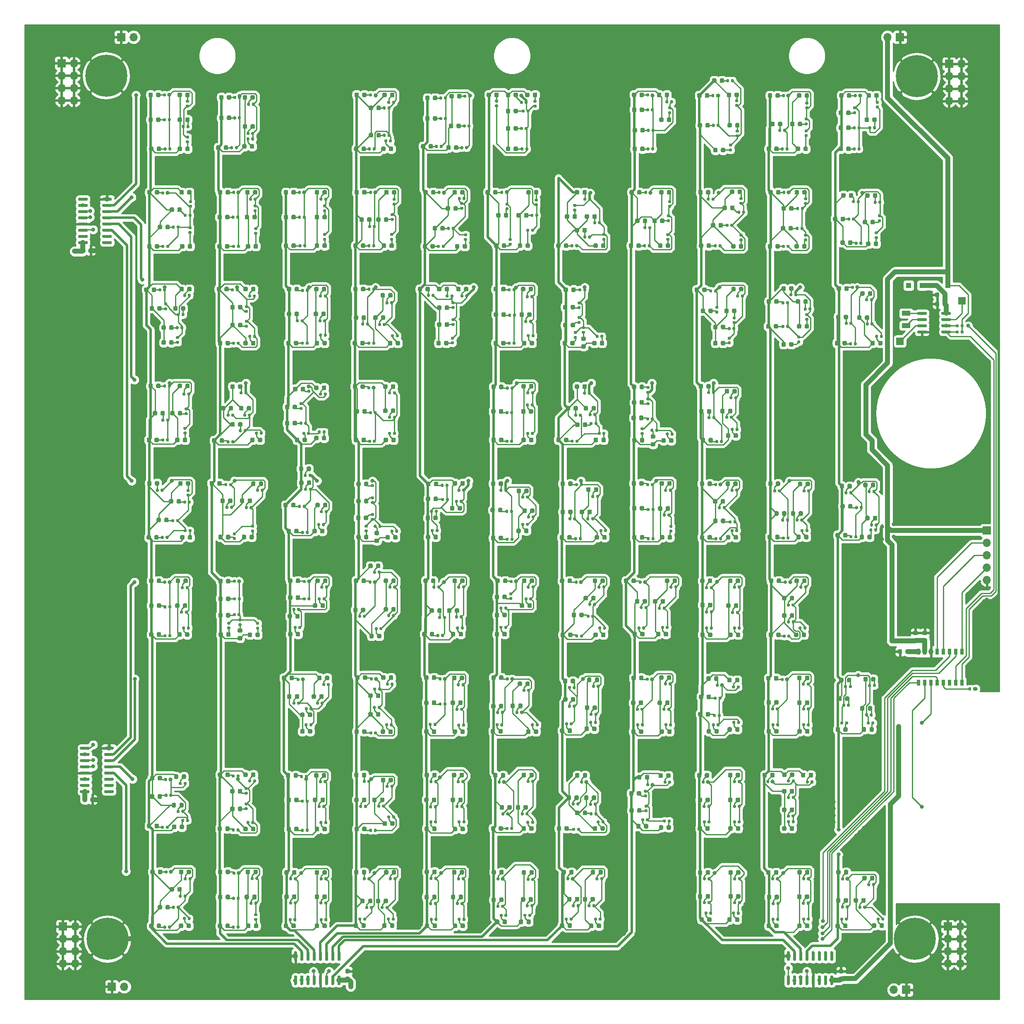
<source format=gbr>
%TF.GenerationSoftware,KiCad,Pcbnew,5.1.6-c6e7f7d~87~ubuntu18.04.1*%
%TF.CreationDate,2020-08-16T11:24:38+02:00*%
%TF.ProjectId,Elektronik,456c656b-7472-46f6-9e69-6b2e6b696361,rev?*%
%TF.SameCoordinates,Original*%
%TF.FileFunction,Copper,L1,Top*%
%TF.FilePolarity,Positive*%
%FSLAX46Y46*%
G04 Gerber Fmt 4.6, Leading zero omitted, Abs format (unit mm)*
G04 Created by KiCad (PCBNEW 5.1.6-c6e7f7d~87~ubuntu18.04.1) date 2020-08-16 11:24:38*
%MOMM*%
%LPD*%
G01*
G04 APERTURE LIST*
%TA.AperFunction,SMDPad,CuDef*%
%ADD10R,0.800000X1.300000*%
%TD*%
%TA.AperFunction,ComponentPad*%
%ADD11O,1.700000X1.700000*%
%TD*%
%TA.AperFunction,ComponentPad*%
%ADD12R,1.700000X1.700000*%
%TD*%
%TA.AperFunction,SMDPad,CuDef*%
%ADD13R,1.800000X1.000000*%
%TD*%
%TA.AperFunction,SMDPad,CuDef*%
%ADD14R,1.500000X1.500000*%
%TD*%
%TA.AperFunction,SMDPad,CuDef*%
%ADD15R,1.100000X1.100000*%
%TD*%
%TA.AperFunction,ComponentPad*%
%ADD16C,0.900000*%
%TD*%
%TA.AperFunction,ComponentPad*%
%ADD17C,8.600000*%
%TD*%
%TA.AperFunction,ViaPad*%
%ADD18C,0.800000*%
%TD*%
%TA.AperFunction,Conductor*%
%ADD19C,0.250000*%
%TD*%
%TA.AperFunction,Conductor*%
%ADD20C,0.500000*%
%TD*%
%TA.AperFunction,Conductor*%
%ADD21C,1.000000*%
%TD*%
%TA.AperFunction,Conductor*%
%ADD22C,0.254000*%
%TD*%
G04 APERTURE END LIST*
%TO.P,R529,2*%
%TO.N,Net-(D529-Pad2)*%
%TA.AperFunction,SMDPad,CuDef*%
G36*
G01*
X227670000Y-155112500D02*
X227670000Y-154767500D01*
G75*
G02*
X227817500Y-154620000I147500J0D01*
G01*
X228112500Y-154620000D01*
G75*
G02*
X228260000Y-154767500I0J-147500D01*
G01*
X228260000Y-155112500D01*
G75*
G02*
X228112500Y-155260000I-147500J0D01*
G01*
X227817500Y-155260000D01*
G75*
G02*
X227670000Y-155112500I0J147500D01*
G01*
G37*
%TD.AperFunction*%
%TO.P,R529,1*%
%TO.N,/LED_SETUP*%
%TA.AperFunction,SMDPad,CuDef*%
G36*
G01*
X226700000Y-155112500D02*
X226700000Y-154767500D01*
G75*
G02*
X226847500Y-154620000I147500J0D01*
G01*
X227142500Y-154620000D01*
G75*
G02*
X227290000Y-154767500I0J-147500D01*
G01*
X227290000Y-155112500D01*
G75*
G02*
X227142500Y-155260000I-147500J0D01*
G01*
X226847500Y-155260000D01*
G75*
G02*
X226700000Y-155112500I0J147500D01*
G01*
G37*
%TD.AperFunction*%
%TD*%
D10*
%TO.P,U6,16*%
%TO.N,+3V3*%
X216530000Y-147345000D03*
%TO.P,U6,15*%
%TO.N,VCC*%
X217810000Y-147345000D03*
%TO.P,U6,14*%
%TO.N,GND*%
X219070000Y-147345000D03*
%TO.P,U6,13*%
%TO.N,/CH552G-Controller/D-*%
X220340000Y-147345000D03*
%TO.P,U6,12*%
%TO.N,/CH552G-Controller/D+*%
X221620000Y-147345000D03*
%TO.P,U6,11*%
%TO.N,/RCLK*%
X222890000Y-147345000D03*
%TO.P,U6,10*%
%TO.N,/SRCLK*%
X224150000Y-147345000D03*
%TO.P,U6,9*%
%TO.N,/CH552G-Controller/P1.1*%
X225430000Y-147345000D03*
%TO.P,U6,8*%
%TO.N,/SCL*%
X225430000Y-153645000D03*
%TO.P,U6,7*%
%TO.N,/SDA*%
X224150000Y-153645000D03*
%TO.P,U6,6*%
%TO.N,N/C*%
X222890000Y-153645000D03*
%TO.P,U6,5*%
%TO.N,/LED_SETUP*%
X221620000Y-153645000D03*
%TO.P,U6,4*%
%TO.N,/SRCLR*%
X220340000Y-153645000D03*
%TO.P,U6,3*%
%TO.N,/CH552G-Controller/TOUCH2*%
X219070000Y-153645000D03*
%TO.P,U6,2*%
%TO.N,/CH552G-Controller/TOUCH1*%
X217810000Y-153645000D03*
%TO.P,U6,1*%
%TO.N,/SER*%
X216530000Y-153645000D03*
%TD*%
D11*
%TO.P,J9,2*%
%TO.N,VCC*%
X55880000Y-21590000D03*
D12*
%TO.P,J9,1*%
%TO.N,GND*%
X53340000Y-21590000D03*
%TD*%
D11*
%TO.P,J8,2*%
%TO.N,VCC*%
X210185000Y-21590000D03*
D12*
%TO.P,J8,1*%
%TO.N,GND*%
X212725000Y-21590000D03*
%TD*%
D11*
%TO.P,J7,2*%
%TO.N,VCC*%
X211455000Y-216535000D03*
D12*
%TO.P,J7,1*%
%TO.N,GND*%
X213995000Y-216535000D03*
%TD*%
D11*
%TO.P,J6,2*%
%TO.N,VCC*%
X53975000Y-215900000D03*
D12*
%TO.P,J6,1*%
%TO.N,GND*%
X51435000Y-215900000D03*
%TD*%
D11*
%TO.P,J5,5*%
%TO.N,GND*%
X230505000Y-132715000D03*
%TO.P,J5,4*%
%TO.N,/CH552G-Controller/P1.1*%
X230505000Y-130175000D03*
%TO.P,J5,3*%
%TO.N,/CH552G-Controller/D+*%
X230505000Y-127635000D03*
%TO.P,J5,2*%
%TO.N,/CH552G-Controller/D-*%
X230505000Y-125095000D03*
D12*
%TO.P,J5,1*%
%TO.N,VCC*%
X230505000Y-122555000D03*
%TD*%
%TO.P,C9,2*%
%TO.N,GND*%
%TA.AperFunction,SMDPad,CuDef*%
G36*
G01*
X216156250Y-143947500D02*
X215643750Y-143947500D01*
G75*
G02*
X215425000Y-143728750I0J218750D01*
G01*
X215425000Y-143291250D01*
G75*
G02*
X215643750Y-143072500I218750J0D01*
G01*
X216156250Y-143072500D01*
G75*
G02*
X216375000Y-143291250I0J-218750D01*
G01*
X216375000Y-143728750D01*
G75*
G02*
X216156250Y-143947500I-218750J0D01*
G01*
G37*
%TD.AperFunction*%
%TO.P,C9,1*%
%TO.N,VCC*%
%TA.AperFunction,SMDPad,CuDef*%
G36*
G01*
X216156250Y-145522500D02*
X215643750Y-145522500D01*
G75*
G02*
X215425000Y-145303750I0J218750D01*
G01*
X215425000Y-144866250D01*
G75*
G02*
X215643750Y-144647500I218750J0D01*
G01*
X216156250Y-144647500D01*
G75*
G02*
X216375000Y-144866250I0J-218750D01*
G01*
X216375000Y-145303750D01*
G75*
G02*
X216156250Y-145522500I-218750J0D01*
G01*
G37*
%TD.AperFunction*%
%TD*%
%TO.P,C8,2*%
%TO.N,GND*%
%TA.AperFunction,SMDPad,CuDef*%
G36*
G01*
X218061250Y-143947500D02*
X217548750Y-143947500D01*
G75*
G02*
X217330000Y-143728750I0J218750D01*
G01*
X217330000Y-143291250D01*
G75*
G02*
X217548750Y-143072500I218750J0D01*
G01*
X218061250Y-143072500D01*
G75*
G02*
X218280000Y-143291250I0J-218750D01*
G01*
X218280000Y-143728750D01*
G75*
G02*
X218061250Y-143947500I-218750J0D01*
G01*
G37*
%TD.AperFunction*%
%TO.P,C8,1*%
%TO.N,VCC*%
%TA.AperFunction,SMDPad,CuDef*%
G36*
G01*
X218061250Y-145522500D02*
X217548750Y-145522500D01*
G75*
G02*
X217330000Y-145303750I0J218750D01*
G01*
X217330000Y-144866250D01*
G75*
G02*
X217548750Y-144647500I218750J0D01*
G01*
X218061250Y-144647500D01*
G75*
G02*
X218280000Y-144866250I0J-218750D01*
G01*
X218280000Y-145303750D01*
G75*
G02*
X218061250Y-145522500I-218750J0D01*
G01*
G37*
%TD.AperFunction*%
%TD*%
%TO.P,C7,2*%
%TO.N,GND*%
%TA.AperFunction,SMDPad,CuDef*%
G36*
G01*
X213162500Y-147063750D02*
X213162500Y-147576250D01*
G75*
G02*
X212943750Y-147795000I-218750J0D01*
G01*
X212506250Y-147795000D01*
G75*
G02*
X212287500Y-147576250I0J218750D01*
G01*
X212287500Y-147063750D01*
G75*
G02*
X212506250Y-146845000I218750J0D01*
G01*
X212943750Y-146845000D01*
G75*
G02*
X213162500Y-147063750I0J-218750D01*
G01*
G37*
%TD.AperFunction*%
%TO.P,C7,1*%
%TO.N,+3V3*%
%TA.AperFunction,SMDPad,CuDef*%
G36*
G01*
X214737500Y-147063750D02*
X214737500Y-147576250D01*
G75*
G02*
X214518750Y-147795000I-218750J0D01*
G01*
X214081250Y-147795000D01*
G75*
G02*
X213862500Y-147576250I0J218750D01*
G01*
X213862500Y-147063750D01*
G75*
G02*
X214081250Y-146845000I218750J0D01*
G01*
X214518750Y-146845000D01*
G75*
G02*
X214737500Y-147063750I0J-218750D01*
G01*
G37*
%TD.AperFunction*%
%TD*%
%TO.P,C6,2*%
%TO.N,GND*%
%TA.AperFunction,SMDPad,CuDef*%
G36*
G01*
X220782500Y-74038750D02*
X220782500Y-74551250D01*
G75*
G02*
X220563750Y-74770000I-218750J0D01*
G01*
X220126250Y-74770000D01*
G75*
G02*
X219907500Y-74551250I0J218750D01*
G01*
X219907500Y-74038750D01*
G75*
G02*
X220126250Y-73820000I218750J0D01*
G01*
X220563750Y-73820000D01*
G75*
G02*
X220782500Y-74038750I0J-218750D01*
G01*
G37*
%TD.AperFunction*%
%TO.P,C6,1*%
%TO.N,Net-(C5-Pad1)*%
%TA.AperFunction,SMDPad,CuDef*%
G36*
G01*
X222357500Y-74038750D02*
X222357500Y-74551250D01*
G75*
G02*
X222138750Y-74770000I-218750J0D01*
G01*
X221701250Y-74770000D01*
G75*
G02*
X221482500Y-74551250I0J218750D01*
G01*
X221482500Y-74038750D01*
G75*
G02*
X221701250Y-73820000I218750J0D01*
G01*
X222138750Y-73820000D01*
G75*
G02*
X222357500Y-74038750I0J-218750D01*
G01*
G37*
%TD.AperFunction*%
%TD*%
D13*
%TO.P,Y1,2*%
%TO.N,Net-(U5-Pad2)*%
X213995000Y-80605000D03*
%TO.P,Y1,1*%
%TO.N,Net-(U5-Pad1)*%
X213995000Y-78105000D03*
%TD*%
%TO.P,U5,8*%
%TO.N,Net-(C5-Pad1)*%
%TA.AperFunction,SMDPad,CuDef*%
G36*
G01*
X221210000Y-78255000D02*
X221210000Y-77955000D01*
G75*
G02*
X221360000Y-77805000I150000J0D01*
G01*
X223010000Y-77805000D01*
G75*
G02*
X223160000Y-77955000I0J-150000D01*
G01*
X223160000Y-78255000D01*
G75*
G02*
X223010000Y-78405000I-150000J0D01*
G01*
X221360000Y-78405000D01*
G75*
G02*
X221210000Y-78255000I0J150000D01*
G01*
G37*
%TD.AperFunction*%
%TO.P,U5,7*%
%TO.N,Net-(TP1-Pad1)*%
%TA.AperFunction,SMDPad,CuDef*%
G36*
G01*
X221210000Y-79525000D02*
X221210000Y-79225000D01*
G75*
G02*
X221360000Y-79075000I150000J0D01*
G01*
X223010000Y-79075000D01*
G75*
G02*
X223160000Y-79225000I0J-150000D01*
G01*
X223160000Y-79525000D01*
G75*
G02*
X223010000Y-79675000I-150000J0D01*
G01*
X221360000Y-79675000D01*
G75*
G02*
X221210000Y-79525000I0J150000D01*
G01*
G37*
%TD.AperFunction*%
%TO.P,U5,6*%
%TO.N,/SCL*%
%TA.AperFunction,SMDPad,CuDef*%
G36*
G01*
X221210000Y-80795000D02*
X221210000Y-80495000D01*
G75*
G02*
X221360000Y-80345000I150000J0D01*
G01*
X223010000Y-80345000D01*
G75*
G02*
X223160000Y-80495000I0J-150000D01*
G01*
X223160000Y-80795000D01*
G75*
G02*
X223010000Y-80945000I-150000J0D01*
G01*
X221360000Y-80945000D01*
G75*
G02*
X221210000Y-80795000I0J150000D01*
G01*
G37*
%TD.AperFunction*%
%TO.P,U5,5*%
%TO.N,/SDA*%
%TA.AperFunction,SMDPad,CuDef*%
G36*
G01*
X221210000Y-82065000D02*
X221210000Y-81765000D01*
G75*
G02*
X221360000Y-81615000I150000J0D01*
G01*
X223010000Y-81615000D01*
G75*
G02*
X223160000Y-81765000I0J-150000D01*
G01*
X223160000Y-82065000D01*
G75*
G02*
X223010000Y-82215000I-150000J0D01*
G01*
X221360000Y-82215000D01*
G75*
G02*
X221210000Y-82065000I0J150000D01*
G01*
G37*
%TD.AperFunction*%
%TO.P,U5,4*%
%TO.N,GND*%
%TA.AperFunction,SMDPad,CuDef*%
G36*
G01*
X216260000Y-82065000D02*
X216260000Y-81765000D01*
G75*
G02*
X216410000Y-81615000I150000J0D01*
G01*
X218060000Y-81615000D01*
G75*
G02*
X218210000Y-81765000I0J-150000D01*
G01*
X218210000Y-82065000D01*
G75*
G02*
X218060000Y-82215000I-150000J0D01*
G01*
X216410000Y-82215000D01*
G75*
G02*
X216260000Y-82065000I0J150000D01*
G01*
G37*
%TD.AperFunction*%
%TO.P,U5,3*%
%TO.N,Net-(TP2-Pad1)*%
%TA.AperFunction,SMDPad,CuDef*%
G36*
G01*
X216260000Y-80795000D02*
X216260000Y-80495000D01*
G75*
G02*
X216410000Y-80345000I150000J0D01*
G01*
X218060000Y-80345000D01*
G75*
G02*
X218210000Y-80495000I0J-150000D01*
G01*
X218210000Y-80795000D01*
G75*
G02*
X218060000Y-80945000I-150000J0D01*
G01*
X216410000Y-80945000D01*
G75*
G02*
X216260000Y-80795000I0J150000D01*
G01*
G37*
%TD.AperFunction*%
%TO.P,U5,2*%
%TO.N,Net-(U5-Pad2)*%
%TA.AperFunction,SMDPad,CuDef*%
G36*
G01*
X216260000Y-79525000D02*
X216260000Y-79225000D01*
G75*
G02*
X216410000Y-79075000I150000J0D01*
G01*
X218060000Y-79075000D01*
G75*
G02*
X218210000Y-79225000I0J-150000D01*
G01*
X218210000Y-79525000D01*
G75*
G02*
X218060000Y-79675000I-150000J0D01*
G01*
X216410000Y-79675000D01*
G75*
G02*
X216260000Y-79525000I0J150000D01*
G01*
G37*
%TD.AperFunction*%
%TO.P,U5,1*%
%TO.N,Net-(U5-Pad1)*%
%TA.AperFunction,SMDPad,CuDef*%
G36*
G01*
X216260000Y-78255000D02*
X216260000Y-77955000D01*
G75*
G02*
X216410000Y-77805000I150000J0D01*
G01*
X218060000Y-77805000D01*
G75*
G02*
X218210000Y-77955000I0J-150000D01*
G01*
X218210000Y-78255000D01*
G75*
G02*
X218060000Y-78405000I-150000J0D01*
G01*
X216410000Y-78405000D01*
G75*
G02*
X216260000Y-78255000I0J150000D01*
G01*
G37*
%TD.AperFunction*%
%TD*%
D14*
%TO.P,TP2,1*%
%TO.N,Net-(TP2-Pad1)*%
X212725000Y-83820000D03*
%TD*%
%TO.P,TP1,1*%
%TO.N,Net-(TP1-Pad1)*%
X225425000Y-75565000D03*
%TD*%
%TO.P,R531,2*%
%TO.N,VCC*%
%TA.AperFunction,SMDPad,CuDef*%
G36*
G01*
X225130000Y-82087500D02*
X225130000Y-81742500D01*
G75*
G02*
X225277500Y-81595000I147500J0D01*
G01*
X225572500Y-81595000D01*
G75*
G02*
X225720000Y-81742500I0J-147500D01*
G01*
X225720000Y-82087500D01*
G75*
G02*
X225572500Y-82235000I-147500J0D01*
G01*
X225277500Y-82235000D01*
G75*
G02*
X225130000Y-82087500I0J147500D01*
G01*
G37*
%TD.AperFunction*%
%TO.P,R531,1*%
%TO.N,/SDA*%
%TA.AperFunction,SMDPad,CuDef*%
G36*
G01*
X224160000Y-82087500D02*
X224160000Y-81742500D01*
G75*
G02*
X224307500Y-81595000I147500J0D01*
G01*
X224602500Y-81595000D01*
G75*
G02*
X224750000Y-81742500I0J-147500D01*
G01*
X224750000Y-82087500D01*
G75*
G02*
X224602500Y-82235000I-147500J0D01*
G01*
X224307500Y-82235000D01*
G75*
G02*
X224160000Y-82087500I0J147500D01*
G01*
G37*
%TD.AperFunction*%
%TD*%
%TO.P,R530,2*%
%TO.N,VCC*%
%TA.AperFunction,SMDPad,CuDef*%
G36*
G01*
X225130000Y-80817500D02*
X225130000Y-80472500D01*
G75*
G02*
X225277500Y-80325000I147500J0D01*
G01*
X225572500Y-80325000D01*
G75*
G02*
X225720000Y-80472500I0J-147500D01*
G01*
X225720000Y-80817500D01*
G75*
G02*
X225572500Y-80965000I-147500J0D01*
G01*
X225277500Y-80965000D01*
G75*
G02*
X225130000Y-80817500I0J147500D01*
G01*
G37*
%TD.AperFunction*%
%TO.P,R530,1*%
%TO.N,/SCL*%
%TA.AperFunction,SMDPad,CuDef*%
G36*
G01*
X224160000Y-80817500D02*
X224160000Y-80472500D01*
G75*
G02*
X224307500Y-80325000I147500J0D01*
G01*
X224602500Y-80325000D01*
G75*
G02*
X224750000Y-80472500I0J-147500D01*
G01*
X224750000Y-80817500D01*
G75*
G02*
X224602500Y-80965000I-147500J0D01*
G01*
X224307500Y-80965000D01*
G75*
G02*
X224160000Y-80817500I0J147500D01*
G01*
G37*
%TD.AperFunction*%
%TD*%
D15*
%TO.P,D531,2*%
%TO.N,/BAT+*%
X214500000Y-72390000D03*
%TO.P,D531,1*%
%TO.N,Net-(C5-Pad1)*%
X217300000Y-72390000D03*
%TD*%
%TO.P,D530,2*%
%TO.N,VCC*%
X222510000Y-72390000D03*
%TO.P,D530,1*%
%TO.N,Net-(C5-Pad1)*%
X219710000Y-72390000D03*
%TD*%
%TO.P,C5,2*%
%TO.N,GND*%
%TA.AperFunction,SMDPad,CuDef*%
G36*
G01*
X220782500Y-75943750D02*
X220782500Y-76456250D01*
G75*
G02*
X220563750Y-76675000I-218750J0D01*
G01*
X220126250Y-76675000D01*
G75*
G02*
X219907500Y-76456250I0J218750D01*
G01*
X219907500Y-75943750D01*
G75*
G02*
X220126250Y-75725000I218750J0D01*
G01*
X220563750Y-75725000D01*
G75*
G02*
X220782500Y-75943750I0J-218750D01*
G01*
G37*
%TD.AperFunction*%
%TO.P,C5,1*%
%TO.N,Net-(C5-Pad1)*%
%TA.AperFunction,SMDPad,CuDef*%
G36*
G01*
X222357500Y-75943750D02*
X222357500Y-76456250D01*
G75*
G02*
X222138750Y-76675000I-218750J0D01*
G01*
X221701250Y-76675000D01*
G75*
G02*
X221482500Y-76456250I0J218750D01*
G01*
X221482500Y-75943750D01*
G75*
G02*
X221701250Y-75725000I218750J0D01*
G01*
X222138750Y-75725000D01*
G75*
G02*
X222357500Y-75943750I0J-218750D01*
G01*
G37*
%TD.AperFunction*%
%TD*%
%TO.P,R408,2*%
%TO.N,Net-(D408-Pad2)*%
%TA.AperFunction,SMDPad,CuDef*%
G36*
G01*
X206905500Y-162097500D02*
X206905500Y-161752500D01*
G75*
G02*
X207053000Y-161605000I147500J0D01*
G01*
X207348000Y-161605000D01*
G75*
G02*
X207495500Y-161752500I0J-147500D01*
G01*
X207495500Y-162097500D01*
G75*
G02*
X207348000Y-162245000I-147500J0D01*
G01*
X207053000Y-162245000D01*
G75*
G02*
X206905500Y-162097500I0J147500D01*
G01*
G37*
%TD.AperFunction*%
%TO.P,R408,1*%
%TO.N,/10/7/+*%
%TA.AperFunction,SMDPad,CuDef*%
G36*
G01*
X205935500Y-162097500D02*
X205935500Y-161752500D01*
G75*
G02*
X206083000Y-161605000I147500J0D01*
G01*
X206378000Y-161605000D01*
G75*
G02*
X206525500Y-161752500I0J-147500D01*
G01*
X206525500Y-162097500D01*
G75*
G02*
X206378000Y-162245000I-147500J0D01*
G01*
X206083000Y-162245000D01*
G75*
G02*
X205935500Y-162097500I0J147500D01*
G01*
G37*
%TD.AperFunction*%
%TD*%
%TO.P,R407,2*%
%TO.N,Net-(D407-Pad2)*%
%TA.AperFunction,SMDPad,CuDef*%
G36*
G01*
X206565000Y-160446500D02*
X206565000Y-160101500D01*
G75*
G02*
X206712500Y-159954000I147500J0D01*
G01*
X207007500Y-159954000D01*
G75*
G02*
X207155000Y-160101500I0J-147500D01*
G01*
X207155000Y-160446500D01*
G75*
G02*
X207007500Y-160594000I-147500J0D01*
G01*
X206712500Y-160594000D01*
G75*
G02*
X206565000Y-160446500I0J147500D01*
G01*
G37*
%TD.AperFunction*%
%TO.P,R407,1*%
%TO.N,/10/7/+*%
%TA.AperFunction,SMDPad,CuDef*%
G36*
G01*
X205595000Y-160446500D02*
X205595000Y-160101500D01*
G75*
G02*
X205742500Y-159954000I147500J0D01*
G01*
X206037500Y-159954000D01*
G75*
G02*
X206185000Y-160101500I0J-147500D01*
G01*
X206185000Y-160446500D01*
G75*
G02*
X206037500Y-160594000I-147500J0D01*
G01*
X205742500Y-160594000D01*
G75*
G02*
X205595000Y-160446500I0J147500D01*
G01*
G37*
%TD.AperFunction*%
%TD*%
%TO.P,R406,2*%
%TO.N,Net-(D406-Pad2)*%
%TA.AperFunction,SMDPad,CuDef*%
G36*
G01*
X201508000Y-162097500D02*
X201508000Y-161752500D01*
G75*
G02*
X201655500Y-161605000I147500J0D01*
G01*
X201950500Y-161605000D01*
G75*
G02*
X202098000Y-161752500I0J-147500D01*
G01*
X202098000Y-162097500D01*
G75*
G02*
X201950500Y-162245000I-147500J0D01*
G01*
X201655500Y-162245000D01*
G75*
G02*
X201508000Y-162097500I0J147500D01*
G01*
G37*
%TD.AperFunction*%
%TO.P,R406,1*%
%TO.N,/10/7/+*%
%TA.AperFunction,SMDPad,CuDef*%
G36*
G01*
X200538000Y-162097500D02*
X200538000Y-161752500D01*
G75*
G02*
X200685500Y-161605000I147500J0D01*
G01*
X200980500Y-161605000D01*
G75*
G02*
X201128000Y-161752500I0J-147500D01*
G01*
X201128000Y-162097500D01*
G75*
G02*
X200980500Y-162245000I-147500J0D01*
G01*
X200685500Y-162245000D01*
G75*
G02*
X200538000Y-162097500I0J147500D01*
G01*
G37*
%TD.AperFunction*%
%TD*%
%TO.P,R405,2*%
%TO.N,Net-(D405-Pad2)*%
%TA.AperFunction,SMDPad,CuDef*%
G36*
G01*
X207200000Y-154414000D02*
X207200000Y-154069000D01*
G75*
G02*
X207347500Y-153921500I147500J0D01*
G01*
X207642500Y-153921500D01*
G75*
G02*
X207790000Y-154069000I0J-147500D01*
G01*
X207790000Y-154414000D01*
G75*
G02*
X207642500Y-154561500I-147500J0D01*
G01*
X207347500Y-154561500D01*
G75*
G02*
X207200000Y-154414000I0J147500D01*
G01*
G37*
%TD.AperFunction*%
%TO.P,R405,1*%
%TO.N,/10/7/+*%
%TA.AperFunction,SMDPad,CuDef*%
G36*
G01*
X206230000Y-154414000D02*
X206230000Y-154069000D01*
G75*
G02*
X206377500Y-153921500I147500J0D01*
G01*
X206672500Y-153921500D01*
G75*
G02*
X206820000Y-154069000I0J-147500D01*
G01*
X206820000Y-154414000D01*
G75*
G02*
X206672500Y-154561500I-147500J0D01*
G01*
X206377500Y-154561500D01*
G75*
G02*
X206230000Y-154414000I0J147500D01*
G01*
G37*
%TD.AperFunction*%
%TD*%
%TO.P,R404,2*%
%TO.N,Net-(D404-Pad2)*%
%TA.AperFunction,SMDPad,CuDef*%
G36*
G01*
X201906500Y-158478000D02*
X201906500Y-158133000D01*
G75*
G02*
X202054000Y-157985500I147500J0D01*
G01*
X202349000Y-157985500D01*
G75*
G02*
X202496500Y-158133000I0J-147500D01*
G01*
X202496500Y-158478000D01*
G75*
G02*
X202349000Y-158625500I-147500J0D01*
G01*
X202054000Y-158625500D01*
G75*
G02*
X201906500Y-158478000I0J147500D01*
G01*
G37*
%TD.AperFunction*%
%TO.P,R404,1*%
%TO.N,/10/7/+*%
%TA.AperFunction,SMDPad,CuDef*%
G36*
G01*
X200936500Y-158478000D02*
X200936500Y-158133000D01*
G75*
G02*
X201084000Y-157985500I147500J0D01*
G01*
X201379000Y-157985500D01*
G75*
G02*
X201526500Y-158133000I0J-147500D01*
G01*
X201526500Y-158478000D01*
G75*
G02*
X201379000Y-158625500I-147500J0D01*
G01*
X201084000Y-158625500D01*
G75*
G02*
X200936500Y-158478000I0J147500D01*
G01*
G37*
%TD.AperFunction*%
%TD*%
%TO.P,R403,2*%
%TO.N,Net-(D403-Pad2)*%
%TA.AperFunction,SMDPad,CuDef*%
G36*
G01*
X202270000Y-154668000D02*
X202270000Y-154323000D01*
G75*
G02*
X202417500Y-154175500I147500J0D01*
G01*
X202712500Y-154175500D01*
G75*
G02*
X202860000Y-154323000I0J-147500D01*
G01*
X202860000Y-154668000D01*
G75*
G02*
X202712500Y-154815500I-147500J0D01*
G01*
X202417500Y-154815500D01*
G75*
G02*
X202270000Y-154668000I0J147500D01*
G01*
G37*
%TD.AperFunction*%
%TO.P,R403,1*%
%TO.N,/10/7/+*%
%TA.AperFunction,SMDPad,CuDef*%
G36*
G01*
X201300000Y-154668000D02*
X201300000Y-154323000D01*
G75*
G02*
X201447500Y-154175500I147500J0D01*
G01*
X201742500Y-154175500D01*
G75*
G02*
X201890000Y-154323000I0J-147500D01*
G01*
X201890000Y-154668000D01*
G75*
G02*
X201742500Y-154815500I-147500J0D01*
G01*
X201447500Y-154815500D01*
G75*
G02*
X201300000Y-154668000I0J147500D01*
G01*
G37*
%TD.AperFunction*%
%TD*%
%TO.P,D408,2*%
%TO.N,Net-(D408-Pad2)*%
%TA.AperFunction,SMDPad,CuDef*%
G36*
G01*
X206509000Y-163514750D02*
X206509000Y-163002250D01*
G75*
G02*
X206727750Y-162783500I218750J0D01*
G01*
X207165250Y-162783500D01*
G75*
G02*
X207384000Y-163002250I0J-218750D01*
G01*
X207384000Y-163514750D01*
G75*
G02*
X207165250Y-163733500I-218750J0D01*
G01*
X206727750Y-163733500D01*
G75*
G02*
X206509000Y-163514750I0J218750D01*
G01*
G37*
%TD.AperFunction*%
%TO.P,D408,1*%
%TO.N,/11/1/-*%
%TA.AperFunction,SMDPad,CuDef*%
G36*
G01*
X204934000Y-163514750D02*
X204934000Y-163002250D01*
G75*
G02*
X205152750Y-162783500I218750J0D01*
G01*
X205590250Y-162783500D01*
G75*
G02*
X205809000Y-163002250I0J-218750D01*
G01*
X205809000Y-163514750D01*
G75*
G02*
X205590250Y-163733500I-218750J0D01*
G01*
X205152750Y-163733500D01*
G75*
G02*
X204934000Y-163514750I0J218750D01*
G01*
G37*
%TD.AperFunction*%
%TD*%
%TO.P,D407,2*%
%TO.N,Net-(D407-Pad2)*%
%TA.AperFunction,SMDPad,CuDef*%
G36*
G01*
X206153500Y-159196750D02*
X206153500Y-158684250D01*
G75*
G02*
X206372250Y-158465500I218750J0D01*
G01*
X206809750Y-158465500D01*
G75*
G02*
X207028500Y-158684250I0J-218750D01*
G01*
X207028500Y-159196750D01*
G75*
G02*
X206809750Y-159415500I-218750J0D01*
G01*
X206372250Y-159415500D01*
G75*
G02*
X206153500Y-159196750I0J218750D01*
G01*
G37*
%TD.AperFunction*%
%TO.P,D407,1*%
%TO.N,/11/1/-*%
%TA.AperFunction,SMDPad,CuDef*%
G36*
G01*
X204578500Y-159196750D02*
X204578500Y-158684250D01*
G75*
G02*
X204797250Y-158465500I218750J0D01*
G01*
X205234750Y-158465500D01*
G75*
G02*
X205453500Y-158684250I0J-218750D01*
G01*
X205453500Y-159196750D01*
G75*
G02*
X205234750Y-159415500I-218750J0D01*
G01*
X204797250Y-159415500D01*
G75*
G02*
X204578500Y-159196750I0J218750D01*
G01*
G37*
%TD.AperFunction*%
%TD*%
%TO.P,D406,2*%
%TO.N,Net-(D406-Pad2)*%
%TA.AperFunction,SMDPad,CuDef*%
G36*
G01*
X201137000Y-163514750D02*
X201137000Y-163002250D01*
G75*
G02*
X201355750Y-162783500I218750J0D01*
G01*
X201793250Y-162783500D01*
G75*
G02*
X202012000Y-163002250I0J-218750D01*
G01*
X202012000Y-163514750D01*
G75*
G02*
X201793250Y-163733500I-218750J0D01*
G01*
X201355750Y-163733500D01*
G75*
G02*
X201137000Y-163514750I0J218750D01*
G01*
G37*
%TD.AperFunction*%
%TO.P,D406,1*%
%TO.N,/11/1/-*%
%TA.AperFunction,SMDPad,CuDef*%
G36*
G01*
X199562000Y-163514750D02*
X199562000Y-163002250D01*
G75*
G02*
X199780750Y-162783500I218750J0D01*
G01*
X200218250Y-162783500D01*
G75*
G02*
X200437000Y-163002250I0J-218750D01*
G01*
X200437000Y-163514750D01*
G75*
G02*
X200218250Y-163733500I-218750J0D01*
G01*
X199780750Y-163733500D01*
G75*
G02*
X199562000Y-163514750I0J218750D01*
G01*
G37*
%TD.AperFunction*%
%TD*%
%TO.P,D405,2*%
%TO.N,Net-(D405-Pad2)*%
%TA.AperFunction,SMDPad,CuDef*%
G36*
G01*
X206826500Y-153227750D02*
X206826500Y-152715250D01*
G75*
G02*
X207045250Y-152496500I218750J0D01*
G01*
X207482750Y-152496500D01*
G75*
G02*
X207701500Y-152715250I0J-218750D01*
G01*
X207701500Y-153227750D01*
G75*
G02*
X207482750Y-153446500I-218750J0D01*
G01*
X207045250Y-153446500D01*
G75*
G02*
X206826500Y-153227750I0J218750D01*
G01*
G37*
%TD.AperFunction*%
%TO.P,D405,1*%
%TO.N,/11/1/-*%
%TA.AperFunction,SMDPad,CuDef*%
G36*
G01*
X205251500Y-153227750D02*
X205251500Y-152715250D01*
G75*
G02*
X205470250Y-152496500I218750J0D01*
G01*
X205907750Y-152496500D01*
G75*
G02*
X206126500Y-152715250I0J-218750D01*
G01*
X206126500Y-153227750D01*
G75*
G02*
X205907750Y-153446500I-218750J0D01*
G01*
X205470250Y-153446500D01*
G75*
G02*
X205251500Y-153227750I0J218750D01*
G01*
G37*
%TD.AperFunction*%
%TD*%
%TO.P,D404,2*%
%TO.N,Net-(D404-Pad2)*%
%TA.AperFunction,SMDPad,CuDef*%
G36*
G01*
X201492500Y-157228250D02*
X201492500Y-156715750D01*
G75*
G02*
X201711250Y-156497000I218750J0D01*
G01*
X202148750Y-156497000D01*
G75*
G02*
X202367500Y-156715750I0J-218750D01*
G01*
X202367500Y-157228250D01*
G75*
G02*
X202148750Y-157447000I-218750J0D01*
G01*
X201711250Y-157447000D01*
G75*
G02*
X201492500Y-157228250I0J218750D01*
G01*
G37*
%TD.AperFunction*%
%TO.P,D404,1*%
%TO.N,/11/1/-*%
%TA.AperFunction,SMDPad,CuDef*%
G36*
G01*
X199917500Y-157228250D02*
X199917500Y-156715750D01*
G75*
G02*
X200136250Y-156497000I218750J0D01*
G01*
X200573750Y-156497000D01*
G75*
G02*
X200792500Y-156715750I0J-218750D01*
G01*
X200792500Y-157228250D01*
G75*
G02*
X200573750Y-157447000I-218750J0D01*
G01*
X200136250Y-157447000D01*
G75*
G02*
X199917500Y-157228250I0J218750D01*
G01*
G37*
%TD.AperFunction*%
%TD*%
%TO.P,D403,2*%
%TO.N,Net-(D403-Pad2)*%
%TA.AperFunction,SMDPad,CuDef*%
G36*
G01*
X201873500Y-153418250D02*
X201873500Y-152905750D01*
G75*
G02*
X202092250Y-152687000I218750J0D01*
G01*
X202529750Y-152687000D01*
G75*
G02*
X202748500Y-152905750I0J-218750D01*
G01*
X202748500Y-153418250D01*
G75*
G02*
X202529750Y-153637000I-218750J0D01*
G01*
X202092250Y-153637000D01*
G75*
G02*
X201873500Y-153418250I0J218750D01*
G01*
G37*
%TD.AperFunction*%
%TO.P,D403,1*%
%TO.N,/11/1/-*%
%TA.AperFunction,SMDPad,CuDef*%
G36*
G01*
X200298500Y-153418250D02*
X200298500Y-152905750D01*
G75*
G02*
X200517250Y-152687000I218750J0D01*
G01*
X200954750Y-152687000D01*
G75*
G02*
X201173500Y-152905750I0J-218750D01*
G01*
X201173500Y-153418250D01*
G75*
G02*
X200954750Y-153637000I-218750J0D01*
G01*
X200517250Y-153637000D01*
G75*
G02*
X200298500Y-153418250I0J218750D01*
G01*
G37*
%TD.AperFunction*%
%TD*%
%TO.P,R528,2*%
%TO.N,Net-(D528-Pad2)*%
%TA.AperFunction,SMDPad,CuDef*%
G36*
G01*
X204811000Y-199471500D02*
X204811000Y-199816500D01*
G75*
G02*
X204663500Y-199964000I-147500J0D01*
G01*
X204368500Y-199964000D01*
G75*
G02*
X204221000Y-199816500I0J147500D01*
G01*
X204221000Y-199471500D01*
G75*
G02*
X204368500Y-199324000I147500J0D01*
G01*
X204663500Y-199324000D01*
G75*
G02*
X204811000Y-199471500I0J-147500D01*
G01*
G37*
%TD.AperFunction*%
%TO.P,R528,1*%
%TO.N,/sheet605F1288/+*%
%TA.AperFunction,SMDPad,CuDef*%
G36*
G01*
X205781000Y-199471500D02*
X205781000Y-199816500D01*
G75*
G02*
X205633500Y-199964000I-147500J0D01*
G01*
X205338500Y-199964000D01*
G75*
G02*
X205191000Y-199816500I0J147500D01*
G01*
X205191000Y-199471500D01*
G75*
G02*
X205338500Y-199324000I147500J0D01*
G01*
X205633500Y-199324000D01*
G75*
G02*
X205781000Y-199471500I0J-147500D01*
G01*
G37*
%TD.AperFunction*%
%TD*%
%TO.P,R527,2*%
%TO.N,Net-(D527-Pad2)*%
%TA.AperFunction,SMDPad,CuDef*%
G36*
G01*
X208557500Y-201884500D02*
X208557500Y-202229500D01*
G75*
G02*
X208410000Y-202377000I-147500J0D01*
G01*
X208115000Y-202377000D01*
G75*
G02*
X207967500Y-202229500I0J147500D01*
G01*
X207967500Y-201884500D01*
G75*
G02*
X208115000Y-201737000I147500J0D01*
G01*
X208410000Y-201737000D01*
G75*
G02*
X208557500Y-201884500I0J-147500D01*
G01*
G37*
%TD.AperFunction*%
%TO.P,R527,1*%
%TO.N,/sheet605F1288/+*%
%TA.AperFunction,SMDPad,CuDef*%
G36*
G01*
X209527500Y-201884500D02*
X209527500Y-202229500D01*
G75*
G02*
X209380000Y-202377000I-147500J0D01*
G01*
X209085000Y-202377000D01*
G75*
G02*
X208937500Y-202229500I0J147500D01*
G01*
X208937500Y-201884500D01*
G75*
G02*
X209085000Y-201737000I147500J0D01*
G01*
X209380000Y-201737000D01*
G75*
G02*
X209527500Y-201884500I0J-147500D01*
G01*
G37*
%TD.AperFunction*%
%TD*%
%TO.P,R526,2*%
%TO.N,Net-(D526-Pad2)*%
%TA.AperFunction,SMDPad,CuDef*%
G36*
G01*
X201105000Y-201884500D02*
X201105000Y-202229500D01*
G75*
G02*
X200957500Y-202377000I-147500J0D01*
G01*
X200662500Y-202377000D01*
G75*
G02*
X200515000Y-202229500I0J147500D01*
G01*
X200515000Y-201884500D01*
G75*
G02*
X200662500Y-201737000I147500J0D01*
G01*
X200957500Y-201737000D01*
G75*
G02*
X201105000Y-201884500I0J-147500D01*
G01*
G37*
%TD.AperFunction*%
%TO.P,R526,1*%
%TO.N,/sheet605F1288/+*%
%TA.AperFunction,SMDPad,CuDef*%
G36*
G01*
X202075000Y-201884500D02*
X202075000Y-202229500D01*
G75*
G02*
X201927500Y-202377000I-147500J0D01*
G01*
X201632500Y-202377000D01*
G75*
G02*
X201485000Y-202229500I0J147500D01*
G01*
X201485000Y-201884500D01*
G75*
G02*
X201632500Y-201737000I147500J0D01*
G01*
X201927500Y-201737000D01*
G75*
G02*
X202075000Y-201884500I0J-147500D01*
G01*
G37*
%TD.AperFunction*%
%TD*%
%TO.P,R525,2*%
%TO.N,Net-(D525-Pad2)*%
%TA.AperFunction,SMDPad,CuDef*%
G36*
G01*
X206629500Y-194836000D02*
X206629500Y-195181000D01*
G75*
G02*
X206482000Y-195328500I-147500J0D01*
G01*
X206187000Y-195328500D01*
G75*
G02*
X206039500Y-195181000I0J147500D01*
G01*
X206039500Y-194836000D01*
G75*
G02*
X206187000Y-194688500I147500J0D01*
G01*
X206482000Y-194688500D01*
G75*
G02*
X206629500Y-194836000I0J-147500D01*
G01*
G37*
%TD.AperFunction*%
%TO.P,R525,1*%
%TO.N,/sheet605F1288/+*%
%TA.AperFunction,SMDPad,CuDef*%
G36*
G01*
X207599500Y-194836000D02*
X207599500Y-195181000D01*
G75*
G02*
X207452000Y-195328500I-147500J0D01*
G01*
X207157000Y-195328500D01*
G75*
G02*
X207009500Y-195181000I0J147500D01*
G01*
X207009500Y-194836000D01*
G75*
G02*
X207157000Y-194688500I147500J0D01*
G01*
X207452000Y-194688500D01*
G75*
G02*
X207599500Y-194836000I0J-147500D01*
G01*
G37*
%TD.AperFunction*%
%TD*%
%TO.P,R524,2*%
%TO.N,Net-(D524-Pad2)*%
%TA.AperFunction,SMDPad,CuDef*%
G36*
G01*
X201255000Y-199408000D02*
X201255000Y-199753000D01*
G75*
G02*
X201107500Y-199900500I-147500J0D01*
G01*
X200812500Y-199900500D01*
G75*
G02*
X200665000Y-199753000I0J147500D01*
G01*
X200665000Y-199408000D01*
G75*
G02*
X200812500Y-199260500I147500J0D01*
G01*
X201107500Y-199260500D01*
G75*
G02*
X201255000Y-199408000I0J-147500D01*
G01*
G37*
%TD.AperFunction*%
%TO.P,R524,1*%
%TO.N,/sheet605F1288/+*%
%TA.AperFunction,SMDPad,CuDef*%
G36*
G01*
X202225000Y-199408000D02*
X202225000Y-199753000D01*
G75*
G02*
X202077500Y-199900500I-147500J0D01*
G01*
X201782500Y-199900500D01*
G75*
G02*
X201635000Y-199753000I0J147500D01*
G01*
X201635000Y-199408000D01*
G75*
G02*
X201782500Y-199260500I147500J0D01*
G01*
X202077500Y-199260500D01*
G75*
G02*
X202225000Y-199408000I0J-147500D01*
G01*
G37*
%TD.AperFunction*%
%TD*%
%TO.P,R523,2*%
%TO.N,Net-(D523-Pad2)*%
%TA.AperFunction,SMDPad,CuDef*%
G36*
G01*
X201295500Y-193629500D02*
X201295500Y-193974500D01*
G75*
G02*
X201148000Y-194122000I-147500J0D01*
G01*
X200853000Y-194122000D01*
G75*
G02*
X200705500Y-193974500I0J147500D01*
G01*
X200705500Y-193629500D01*
G75*
G02*
X200853000Y-193482000I147500J0D01*
G01*
X201148000Y-193482000D01*
G75*
G02*
X201295500Y-193629500I0J-147500D01*
G01*
G37*
%TD.AperFunction*%
%TO.P,R523,1*%
%TO.N,/sheet605F1288/+*%
%TA.AperFunction,SMDPad,CuDef*%
G36*
G01*
X202265500Y-193629500D02*
X202265500Y-193974500D01*
G75*
G02*
X202118000Y-194122000I-147500J0D01*
G01*
X201823000Y-194122000D01*
G75*
G02*
X201675500Y-193974500I0J147500D01*
G01*
X201675500Y-193629500D01*
G75*
G02*
X201823000Y-193482000I147500J0D01*
G01*
X202118000Y-193482000D01*
G75*
G02*
X202265500Y-193629500I0J-147500D01*
G01*
G37*
%TD.AperFunction*%
%TD*%
%TO.P,R522,2*%
%TO.N,Net-(D522-Pad2)*%
%TA.AperFunction,SMDPad,CuDef*%
G36*
G01*
X193254000Y-198646000D02*
X193254000Y-198991000D01*
G75*
G02*
X193106500Y-199138500I-147500J0D01*
G01*
X192811500Y-199138500D01*
G75*
G02*
X192664000Y-198991000I0J147500D01*
G01*
X192664000Y-198646000D01*
G75*
G02*
X192811500Y-198498500I147500J0D01*
G01*
X193106500Y-198498500D01*
G75*
G02*
X193254000Y-198646000I0J-147500D01*
G01*
G37*
%TD.AperFunction*%
%TO.P,R522,1*%
%TO.N,/sheet605F1288/+*%
%TA.AperFunction,SMDPad,CuDef*%
G36*
G01*
X194224000Y-198646000D02*
X194224000Y-198991000D01*
G75*
G02*
X194076500Y-199138500I-147500J0D01*
G01*
X193781500Y-199138500D01*
G75*
G02*
X193634000Y-198991000I0J147500D01*
G01*
X193634000Y-198646000D01*
G75*
G02*
X193781500Y-198498500I147500J0D01*
G01*
X194076500Y-198498500D01*
G75*
G02*
X194224000Y-198646000I0J-147500D01*
G01*
G37*
%TD.AperFunction*%
%TD*%
%TO.P,R521,2*%
%TO.N,Net-(D521-Pad2)*%
%TA.AperFunction,SMDPad,CuDef*%
G36*
G01*
X193317500Y-201884500D02*
X193317500Y-202229500D01*
G75*
G02*
X193170000Y-202377000I-147500J0D01*
G01*
X192875000Y-202377000D01*
G75*
G02*
X192727500Y-202229500I0J147500D01*
G01*
X192727500Y-201884500D01*
G75*
G02*
X192875000Y-201737000I147500J0D01*
G01*
X193170000Y-201737000D01*
G75*
G02*
X193317500Y-201884500I0J-147500D01*
G01*
G37*
%TD.AperFunction*%
%TO.P,R521,1*%
%TO.N,/sheet605F1288/+*%
%TA.AperFunction,SMDPad,CuDef*%
G36*
G01*
X194287500Y-201884500D02*
X194287500Y-202229500D01*
G75*
G02*
X194140000Y-202377000I-147500J0D01*
G01*
X193845000Y-202377000D01*
G75*
G02*
X193697500Y-202229500I0J147500D01*
G01*
X193697500Y-201884500D01*
G75*
G02*
X193845000Y-201737000I147500J0D01*
G01*
X194140000Y-201737000D01*
G75*
G02*
X194287500Y-201884500I0J-147500D01*
G01*
G37*
%TD.AperFunction*%
%TD*%
%TO.P,R520,2*%
%TO.N,Net-(D520-Pad2)*%
%TA.AperFunction,SMDPad,CuDef*%
G36*
G01*
X187031000Y-201948000D02*
X187031000Y-202293000D01*
G75*
G02*
X186883500Y-202440500I-147500J0D01*
G01*
X186588500Y-202440500D01*
G75*
G02*
X186441000Y-202293000I0J147500D01*
G01*
X186441000Y-201948000D01*
G75*
G02*
X186588500Y-201800500I147500J0D01*
G01*
X186883500Y-201800500D01*
G75*
G02*
X187031000Y-201948000I0J-147500D01*
G01*
G37*
%TD.AperFunction*%
%TO.P,R520,1*%
%TO.N,/sheet605F1288/+*%
%TA.AperFunction,SMDPad,CuDef*%
G36*
G01*
X188001000Y-201948000D02*
X188001000Y-202293000D01*
G75*
G02*
X187853500Y-202440500I-147500J0D01*
G01*
X187558500Y-202440500D01*
G75*
G02*
X187411000Y-202293000I0J147500D01*
G01*
X187411000Y-201948000D01*
G75*
G02*
X187558500Y-201800500I147500J0D01*
G01*
X187853500Y-201800500D01*
G75*
G02*
X188001000Y-201948000I0J-147500D01*
G01*
G37*
%TD.AperFunction*%
%TD*%
%TO.P,R519,2*%
%TO.N,Net-(D519-Pad2)*%
%TA.AperFunction,SMDPad,CuDef*%
G36*
G01*
X193317500Y-193629500D02*
X193317500Y-193974500D01*
G75*
G02*
X193170000Y-194122000I-147500J0D01*
G01*
X192875000Y-194122000D01*
G75*
G02*
X192727500Y-193974500I0J147500D01*
G01*
X192727500Y-193629500D01*
G75*
G02*
X192875000Y-193482000I147500J0D01*
G01*
X193170000Y-193482000D01*
G75*
G02*
X193317500Y-193629500I0J-147500D01*
G01*
G37*
%TD.AperFunction*%
%TO.P,R519,1*%
%TO.N,/sheet605F1288/+*%
%TA.AperFunction,SMDPad,CuDef*%
G36*
G01*
X194287500Y-193629500D02*
X194287500Y-193974500D01*
G75*
G02*
X194140000Y-194122000I-147500J0D01*
G01*
X193845000Y-194122000D01*
G75*
G02*
X193697500Y-193974500I0J147500D01*
G01*
X193697500Y-193629500D01*
G75*
G02*
X193845000Y-193482000I147500J0D01*
G01*
X194140000Y-193482000D01*
G75*
G02*
X194287500Y-193629500I0J-147500D01*
G01*
G37*
%TD.AperFunction*%
%TD*%
%TO.P,R518,2*%
%TO.N,Net-(D518-Pad2)*%
%TA.AperFunction,SMDPad,CuDef*%
G36*
G01*
X187094500Y-198709500D02*
X187094500Y-199054500D01*
G75*
G02*
X186947000Y-199202000I-147500J0D01*
G01*
X186652000Y-199202000D01*
G75*
G02*
X186504500Y-199054500I0J147500D01*
G01*
X186504500Y-198709500D01*
G75*
G02*
X186652000Y-198562000I147500J0D01*
G01*
X186947000Y-198562000D01*
G75*
G02*
X187094500Y-198709500I0J-147500D01*
G01*
G37*
%TD.AperFunction*%
%TO.P,R518,1*%
%TO.N,/sheet605F1288/+*%
%TA.AperFunction,SMDPad,CuDef*%
G36*
G01*
X188064500Y-198709500D02*
X188064500Y-199054500D01*
G75*
G02*
X187917000Y-199202000I-147500J0D01*
G01*
X187622000Y-199202000D01*
G75*
G02*
X187474500Y-199054500I0J147500D01*
G01*
X187474500Y-198709500D01*
G75*
G02*
X187622000Y-198562000I147500J0D01*
G01*
X187917000Y-198562000D01*
G75*
G02*
X188064500Y-198709500I0J-147500D01*
G01*
G37*
%TD.AperFunction*%
%TD*%
%TO.P,R517,2*%
%TO.N,Net-(D517-Pad2)*%
%TA.AperFunction,SMDPad,CuDef*%
G36*
G01*
X186967500Y-193629500D02*
X186967500Y-193974500D01*
G75*
G02*
X186820000Y-194122000I-147500J0D01*
G01*
X186525000Y-194122000D01*
G75*
G02*
X186377500Y-193974500I0J147500D01*
G01*
X186377500Y-193629500D01*
G75*
G02*
X186525000Y-193482000I147500J0D01*
G01*
X186820000Y-193482000D01*
G75*
G02*
X186967500Y-193629500I0J-147500D01*
G01*
G37*
%TD.AperFunction*%
%TO.P,R517,1*%
%TO.N,/sheet605F1288/+*%
%TA.AperFunction,SMDPad,CuDef*%
G36*
G01*
X187937500Y-193629500D02*
X187937500Y-193974500D01*
G75*
G02*
X187790000Y-194122000I-147500J0D01*
G01*
X187495000Y-194122000D01*
G75*
G02*
X187347500Y-193974500I0J147500D01*
G01*
X187347500Y-193629500D01*
G75*
G02*
X187495000Y-193482000I147500J0D01*
G01*
X187790000Y-193482000D01*
G75*
G02*
X187937500Y-193629500I0J-147500D01*
G01*
G37*
%TD.AperFunction*%
%TD*%
%TO.P,R516,2*%
%TO.N,Net-(D516-Pad2)*%
%TA.AperFunction,SMDPad,CuDef*%
G36*
G01*
X178966500Y-200678000D02*
X178966500Y-201023000D01*
G75*
G02*
X178819000Y-201170500I-147500J0D01*
G01*
X178524000Y-201170500D01*
G75*
G02*
X178376500Y-201023000I0J147500D01*
G01*
X178376500Y-200678000D01*
G75*
G02*
X178524000Y-200530500I147500J0D01*
G01*
X178819000Y-200530500D01*
G75*
G02*
X178966500Y-200678000I0J-147500D01*
G01*
G37*
%TD.AperFunction*%
%TO.P,R516,1*%
%TO.N,/sheet605F1288/+*%
%TA.AperFunction,SMDPad,CuDef*%
G36*
G01*
X179936500Y-200678000D02*
X179936500Y-201023000D01*
G75*
G02*
X179789000Y-201170500I-147500J0D01*
G01*
X179494000Y-201170500D01*
G75*
G02*
X179346500Y-201023000I0J147500D01*
G01*
X179346500Y-200678000D01*
G75*
G02*
X179494000Y-200530500I147500J0D01*
G01*
X179789000Y-200530500D01*
G75*
G02*
X179936500Y-200678000I0J-147500D01*
G01*
G37*
%TD.AperFunction*%
%TD*%
%TO.P,R515,2*%
%TO.N,Net-(D515-Pad2)*%
%TA.AperFunction,SMDPad,CuDef*%
G36*
G01*
X172997500Y-193629500D02*
X172997500Y-193974500D01*
G75*
G02*
X172850000Y-194122000I-147500J0D01*
G01*
X172555000Y-194122000D01*
G75*
G02*
X172407500Y-193974500I0J147500D01*
G01*
X172407500Y-193629500D01*
G75*
G02*
X172555000Y-193482000I147500J0D01*
G01*
X172850000Y-193482000D01*
G75*
G02*
X172997500Y-193629500I0J-147500D01*
G01*
G37*
%TD.AperFunction*%
%TO.P,R515,1*%
%TO.N,/sheet605F1288/+*%
%TA.AperFunction,SMDPad,CuDef*%
G36*
G01*
X173967500Y-193629500D02*
X173967500Y-193974500D01*
G75*
G02*
X173820000Y-194122000I-147500J0D01*
G01*
X173525000Y-194122000D01*
G75*
G02*
X173377500Y-193974500I0J147500D01*
G01*
X173377500Y-193629500D01*
G75*
G02*
X173525000Y-193482000I147500J0D01*
G01*
X173820000Y-193482000D01*
G75*
G02*
X173967500Y-193629500I0J-147500D01*
G01*
G37*
%TD.AperFunction*%
%TD*%
%TO.P,R514,2*%
%TO.N,Net-(D514-Pad2)*%
%TA.AperFunction,SMDPad,CuDef*%
G36*
G01*
X173315000Y-200678000D02*
X173315000Y-201023000D01*
G75*
G02*
X173167500Y-201170500I-147500J0D01*
G01*
X172872500Y-201170500D01*
G75*
G02*
X172725000Y-201023000I0J147500D01*
G01*
X172725000Y-200678000D01*
G75*
G02*
X172872500Y-200530500I147500J0D01*
G01*
X173167500Y-200530500D01*
G75*
G02*
X173315000Y-200678000I0J-147500D01*
G01*
G37*
%TD.AperFunction*%
%TO.P,R514,1*%
%TO.N,/sheet605F1288/+*%
%TA.AperFunction,SMDPad,CuDef*%
G36*
G01*
X174285000Y-200678000D02*
X174285000Y-201023000D01*
G75*
G02*
X174137500Y-201170500I-147500J0D01*
G01*
X173842500Y-201170500D01*
G75*
G02*
X173695000Y-201023000I0J147500D01*
G01*
X173695000Y-200678000D01*
G75*
G02*
X173842500Y-200530500I147500J0D01*
G01*
X174137500Y-200530500D01*
G75*
G02*
X174285000Y-200678000I0J-147500D01*
G01*
G37*
%TD.AperFunction*%
%TD*%
%TO.P,R513,2*%
%TO.N,Net-(D513-Pad2)*%
%TA.AperFunction,SMDPad,CuDef*%
G36*
G01*
X179220500Y-193629500D02*
X179220500Y-193974500D01*
G75*
G02*
X179073000Y-194122000I-147500J0D01*
G01*
X178778000Y-194122000D01*
G75*
G02*
X178630500Y-193974500I0J147500D01*
G01*
X178630500Y-193629500D01*
G75*
G02*
X178778000Y-193482000I147500J0D01*
G01*
X179073000Y-193482000D01*
G75*
G02*
X179220500Y-193629500I0J-147500D01*
G01*
G37*
%TD.AperFunction*%
%TO.P,R513,1*%
%TO.N,/sheet605F1288/+*%
%TA.AperFunction,SMDPad,CuDef*%
G36*
G01*
X180190500Y-193629500D02*
X180190500Y-193974500D01*
G75*
G02*
X180043000Y-194122000I-147500J0D01*
G01*
X179748000Y-194122000D01*
G75*
G02*
X179600500Y-193974500I0J147500D01*
G01*
X179600500Y-193629500D01*
G75*
G02*
X179748000Y-193482000I147500J0D01*
G01*
X180043000Y-193482000D01*
G75*
G02*
X180190500Y-193629500I0J-147500D01*
G01*
G37*
%TD.AperFunction*%
%TD*%
%TO.P,R512,2*%
%TO.N,Net-(D512-Pad2)*%
%TA.AperFunction,SMDPad,CuDef*%
G36*
G01*
X172997500Y-198519000D02*
X172997500Y-198864000D01*
G75*
G02*
X172850000Y-199011500I-147500J0D01*
G01*
X172555000Y-199011500D01*
G75*
G02*
X172407500Y-198864000I0J147500D01*
G01*
X172407500Y-198519000D01*
G75*
G02*
X172555000Y-198371500I147500J0D01*
G01*
X172850000Y-198371500D01*
G75*
G02*
X172997500Y-198519000I0J-147500D01*
G01*
G37*
%TD.AperFunction*%
%TO.P,R512,1*%
%TO.N,/sheet605F1288/+*%
%TA.AperFunction,SMDPad,CuDef*%
G36*
G01*
X173967500Y-198519000D02*
X173967500Y-198864000D01*
G75*
G02*
X173820000Y-199011500I-147500J0D01*
G01*
X173525000Y-199011500D01*
G75*
G02*
X173377500Y-198864000I0J147500D01*
G01*
X173377500Y-198519000D01*
G75*
G02*
X173525000Y-198371500I147500J0D01*
G01*
X173820000Y-198371500D01*
G75*
G02*
X173967500Y-198519000I0J-147500D01*
G01*
G37*
%TD.AperFunction*%
%TD*%
%TO.P,R511,2*%
%TO.N,Net-(D511-Pad2)*%
%TA.AperFunction,SMDPad,CuDef*%
G36*
G01*
X179220500Y-198519000D02*
X179220500Y-198864000D01*
G75*
G02*
X179073000Y-199011500I-147500J0D01*
G01*
X178778000Y-199011500D01*
G75*
G02*
X178630500Y-198864000I0J147500D01*
G01*
X178630500Y-198519000D01*
G75*
G02*
X178778000Y-198371500I147500J0D01*
G01*
X179073000Y-198371500D01*
G75*
G02*
X179220500Y-198519000I0J-147500D01*
G01*
G37*
%TD.AperFunction*%
%TO.P,R511,1*%
%TO.N,/sheet605F1288/+*%
%TA.AperFunction,SMDPad,CuDef*%
G36*
G01*
X180190500Y-198519000D02*
X180190500Y-198864000D01*
G75*
G02*
X180043000Y-199011500I-147500J0D01*
G01*
X179748000Y-199011500D01*
G75*
G02*
X179600500Y-198864000I0J147500D01*
G01*
X179600500Y-198519000D01*
G75*
G02*
X179748000Y-198371500I147500J0D01*
G01*
X180043000Y-198371500D01*
G75*
G02*
X180190500Y-198519000I0J-147500D01*
G01*
G37*
%TD.AperFunction*%
%TD*%
%TO.P,R510,2*%
%TO.N,Net-(D510-Pad2)*%
%TA.AperFunction,SMDPad,CuDef*%
G36*
G01*
X151026500Y-193629500D02*
X151026500Y-193974500D01*
G75*
G02*
X150879000Y-194122000I-147500J0D01*
G01*
X150584000Y-194122000D01*
G75*
G02*
X150436500Y-193974500I0J147500D01*
G01*
X150436500Y-193629500D01*
G75*
G02*
X150584000Y-193482000I147500J0D01*
G01*
X150879000Y-193482000D01*
G75*
G02*
X151026500Y-193629500I0J-147500D01*
G01*
G37*
%TD.AperFunction*%
%TO.P,R510,1*%
%TO.N,/sheet605F1288/+*%
%TA.AperFunction,SMDPad,CuDef*%
G36*
G01*
X151996500Y-193629500D02*
X151996500Y-193974500D01*
G75*
G02*
X151849000Y-194122000I-147500J0D01*
G01*
X151554000Y-194122000D01*
G75*
G02*
X151406500Y-193974500I0J147500D01*
G01*
X151406500Y-193629500D01*
G75*
G02*
X151554000Y-193482000I147500J0D01*
G01*
X151849000Y-193482000D01*
G75*
G02*
X151996500Y-193629500I0J-147500D01*
G01*
G37*
%TD.AperFunction*%
%TD*%
%TO.P,R509,2*%
%TO.N,Net-(D509-Pad2)*%
%TA.AperFunction,SMDPad,CuDef*%
G36*
G01*
X144740000Y-201884500D02*
X144740000Y-202229500D01*
G75*
G02*
X144592500Y-202377000I-147500J0D01*
G01*
X144297500Y-202377000D01*
G75*
G02*
X144150000Y-202229500I0J147500D01*
G01*
X144150000Y-201884500D01*
G75*
G02*
X144297500Y-201737000I147500J0D01*
G01*
X144592500Y-201737000D01*
G75*
G02*
X144740000Y-201884500I0J-147500D01*
G01*
G37*
%TD.AperFunction*%
%TO.P,R509,1*%
%TO.N,/sheet605F1288/+*%
%TA.AperFunction,SMDPad,CuDef*%
G36*
G01*
X145710000Y-201884500D02*
X145710000Y-202229500D01*
G75*
G02*
X145562500Y-202377000I-147500J0D01*
G01*
X145267500Y-202377000D01*
G75*
G02*
X145120000Y-202229500I0J147500D01*
G01*
X145120000Y-201884500D01*
G75*
G02*
X145267500Y-201737000I147500J0D01*
G01*
X145562500Y-201737000D01*
G75*
G02*
X145710000Y-201884500I0J-147500D01*
G01*
G37*
%TD.AperFunction*%
%TD*%
%TO.P,R508,2*%
%TO.N,Net-(D508-Pad2)*%
%TA.AperFunction,SMDPad,CuDef*%
G36*
G01*
X149416000Y-199154000D02*
X149416000Y-199499000D01*
G75*
G02*
X149268500Y-199646500I-147500J0D01*
G01*
X148973500Y-199646500D01*
G75*
G02*
X148826000Y-199499000I0J147500D01*
G01*
X148826000Y-199154000D01*
G75*
G02*
X148973500Y-199006500I147500J0D01*
G01*
X149268500Y-199006500D01*
G75*
G02*
X149416000Y-199154000I0J-147500D01*
G01*
G37*
%TD.AperFunction*%
%TO.P,R508,1*%
%TO.N,/sheet605F1288/+*%
%TA.AperFunction,SMDPad,CuDef*%
G36*
G01*
X150386000Y-199154000D02*
X150386000Y-199499000D01*
G75*
G02*
X150238500Y-199646500I-147500J0D01*
G01*
X149943500Y-199646500D01*
G75*
G02*
X149796000Y-199499000I0J147500D01*
G01*
X149796000Y-199154000D01*
G75*
G02*
X149943500Y-199006500I147500J0D01*
G01*
X150238500Y-199006500D01*
G75*
G02*
X150386000Y-199154000I0J-147500D01*
G01*
G37*
%TD.AperFunction*%
%TD*%
%TO.P,R507,2*%
%TO.N,Net-(D507-Pad2)*%
%TA.AperFunction,SMDPad,CuDef*%
G36*
G01*
X146200500Y-199154000D02*
X146200500Y-199499000D01*
G75*
G02*
X146053000Y-199646500I-147500J0D01*
G01*
X145758000Y-199646500D01*
G75*
G02*
X145610500Y-199499000I0J147500D01*
G01*
X145610500Y-199154000D01*
G75*
G02*
X145758000Y-199006500I147500J0D01*
G01*
X146053000Y-199006500D01*
G75*
G02*
X146200500Y-199154000I0J-147500D01*
G01*
G37*
%TD.AperFunction*%
%TO.P,R507,1*%
%TO.N,/sheet605F1288/+*%
%TA.AperFunction,SMDPad,CuDef*%
G36*
G01*
X147170500Y-199154000D02*
X147170500Y-199499000D01*
G75*
G02*
X147023000Y-199646500I-147500J0D01*
G01*
X146728000Y-199646500D01*
G75*
G02*
X146580500Y-199499000I0J147500D01*
G01*
X146580500Y-199154000D01*
G75*
G02*
X146728000Y-199006500I147500J0D01*
G01*
X147023000Y-199006500D01*
G75*
G02*
X147170500Y-199154000I0J-147500D01*
G01*
G37*
%TD.AperFunction*%
%TD*%
%TO.P,R506,2*%
%TO.N,Net-(D506-Pad2)*%
%TA.AperFunction,SMDPad,CuDef*%
G36*
G01*
X150709000Y-201884500D02*
X150709000Y-202229500D01*
G75*
G02*
X150561500Y-202377000I-147500J0D01*
G01*
X150266500Y-202377000D01*
G75*
G02*
X150119000Y-202229500I0J147500D01*
G01*
X150119000Y-201884500D01*
G75*
G02*
X150266500Y-201737000I147500J0D01*
G01*
X150561500Y-201737000D01*
G75*
G02*
X150709000Y-201884500I0J-147500D01*
G01*
G37*
%TD.AperFunction*%
%TO.P,R506,1*%
%TO.N,/sheet605F1288/+*%
%TA.AperFunction,SMDPad,CuDef*%
G36*
G01*
X151679000Y-201884500D02*
X151679000Y-202229500D01*
G75*
G02*
X151531500Y-202377000I-147500J0D01*
G01*
X151236500Y-202377000D01*
G75*
G02*
X151089000Y-202229500I0J147500D01*
G01*
X151089000Y-201884500D01*
G75*
G02*
X151236500Y-201737000I147500J0D01*
G01*
X151531500Y-201737000D01*
G75*
G02*
X151679000Y-201884500I0J-147500D01*
G01*
G37*
%TD.AperFunction*%
%TD*%
%TO.P,R505,2*%
%TO.N,Net-(D505-Pad2)*%
%TA.AperFunction,SMDPad,CuDef*%
G36*
G01*
X145057500Y-193629500D02*
X145057500Y-193974500D01*
G75*
G02*
X144910000Y-194122000I-147500J0D01*
G01*
X144615000Y-194122000D01*
G75*
G02*
X144467500Y-193974500I0J147500D01*
G01*
X144467500Y-193629500D01*
G75*
G02*
X144615000Y-193482000I147500J0D01*
G01*
X144910000Y-193482000D01*
G75*
G02*
X145057500Y-193629500I0J-147500D01*
G01*
G37*
%TD.AperFunction*%
%TO.P,R505,1*%
%TO.N,/sheet605F1288/+*%
%TA.AperFunction,SMDPad,CuDef*%
G36*
G01*
X146027500Y-193629500D02*
X146027500Y-193974500D01*
G75*
G02*
X145880000Y-194122000I-147500J0D01*
G01*
X145585000Y-194122000D01*
G75*
G02*
X145437500Y-193974500I0J147500D01*
G01*
X145437500Y-193629500D01*
G75*
G02*
X145585000Y-193482000I147500J0D01*
G01*
X145880000Y-193482000D01*
G75*
G02*
X146027500Y-193629500I0J-147500D01*
G01*
G37*
%TD.AperFunction*%
%TD*%
%TO.P,R504,2*%
%TO.N,Net-(D504-Pad2)*%
%TA.AperFunction,SMDPad,CuDef*%
G36*
G01*
X136906500Y-193756500D02*
X136906500Y-194101500D01*
G75*
G02*
X136759000Y-194249000I-147500J0D01*
G01*
X136464000Y-194249000D01*
G75*
G02*
X136316500Y-194101500I0J147500D01*
G01*
X136316500Y-193756500D01*
G75*
G02*
X136464000Y-193609000I147500J0D01*
G01*
X136759000Y-193609000D01*
G75*
G02*
X136906500Y-193756500I0J-147500D01*
G01*
G37*
%TD.AperFunction*%
%TO.P,R504,1*%
%TO.N,/sheet605F1288/+*%
%TA.AperFunction,SMDPad,CuDef*%
G36*
G01*
X137876500Y-193756500D02*
X137876500Y-194101500D01*
G75*
G02*
X137729000Y-194249000I-147500J0D01*
G01*
X137434000Y-194249000D01*
G75*
G02*
X137286500Y-194101500I0J147500D01*
G01*
X137286500Y-193756500D01*
G75*
G02*
X137434000Y-193609000I147500J0D01*
G01*
X137729000Y-193609000D01*
G75*
G02*
X137876500Y-193756500I0J-147500D01*
G01*
G37*
%TD.AperFunction*%
%TD*%
%TO.P,R503,2*%
%TO.N,Net-(D503-Pad2)*%
%TA.AperFunction,SMDPad,CuDef*%
G36*
G01*
X130747000Y-199281000D02*
X130747000Y-199626000D01*
G75*
G02*
X130599500Y-199773500I-147500J0D01*
G01*
X130304500Y-199773500D01*
G75*
G02*
X130157000Y-199626000I0J147500D01*
G01*
X130157000Y-199281000D01*
G75*
G02*
X130304500Y-199133500I147500J0D01*
G01*
X130599500Y-199133500D01*
G75*
G02*
X130747000Y-199281000I0J-147500D01*
G01*
G37*
%TD.AperFunction*%
%TO.P,R503,1*%
%TO.N,/sheet605F1288/+*%
%TA.AperFunction,SMDPad,CuDef*%
G36*
G01*
X131717000Y-199281000D02*
X131717000Y-199626000D01*
G75*
G02*
X131569500Y-199773500I-147500J0D01*
G01*
X131274500Y-199773500D01*
G75*
G02*
X131127000Y-199626000I0J147500D01*
G01*
X131127000Y-199281000D01*
G75*
G02*
X131274500Y-199133500I147500J0D01*
G01*
X131569500Y-199133500D01*
G75*
G02*
X131717000Y-199281000I0J-147500D01*
G01*
G37*
%TD.AperFunction*%
%TD*%
%TO.P,R502,2*%
%TO.N,Net-(D502-Pad2)*%
%TA.AperFunction,SMDPad,CuDef*%
G36*
G01*
X130770000Y-193629500D02*
X130770000Y-193974500D01*
G75*
G02*
X130622500Y-194122000I-147500J0D01*
G01*
X130327500Y-194122000D01*
G75*
G02*
X130180000Y-193974500I0J147500D01*
G01*
X130180000Y-193629500D01*
G75*
G02*
X130327500Y-193482000I147500J0D01*
G01*
X130622500Y-193482000D01*
G75*
G02*
X130770000Y-193629500I0J-147500D01*
G01*
G37*
%TD.AperFunction*%
%TO.P,R502,1*%
%TO.N,/sheet605F1288/+*%
%TA.AperFunction,SMDPad,CuDef*%
G36*
G01*
X131740000Y-193629500D02*
X131740000Y-193974500D01*
G75*
G02*
X131592500Y-194122000I-147500J0D01*
G01*
X131297500Y-194122000D01*
G75*
G02*
X131150000Y-193974500I0J147500D01*
G01*
X131150000Y-193629500D01*
G75*
G02*
X131297500Y-193482000I147500J0D01*
G01*
X131592500Y-193482000D01*
G75*
G02*
X131740000Y-193629500I0J-147500D01*
G01*
G37*
%TD.AperFunction*%
%TD*%
%TO.P,R501,2*%
%TO.N,Net-(D501-Pad2)*%
%TA.AperFunction,SMDPad,CuDef*%
G36*
G01*
X136739000Y-199154000D02*
X136739000Y-199499000D01*
G75*
G02*
X136591500Y-199646500I-147500J0D01*
G01*
X136296500Y-199646500D01*
G75*
G02*
X136149000Y-199499000I0J147500D01*
G01*
X136149000Y-199154000D01*
G75*
G02*
X136296500Y-199006500I147500J0D01*
G01*
X136591500Y-199006500D01*
G75*
G02*
X136739000Y-199154000I0J-147500D01*
G01*
G37*
%TD.AperFunction*%
%TO.P,R501,1*%
%TO.N,/sheet605F1288/+*%
%TA.AperFunction,SMDPad,CuDef*%
G36*
G01*
X137709000Y-199154000D02*
X137709000Y-199499000D01*
G75*
G02*
X137561500Y-199646500I-147500J0D01*
G01*
X137266500Y-199646500D01*
G75*
G02*
X137119000Y-199499000I0J147500D01*
G01*
X137119000Y-199154000D01*
G75*
G02*
X137266500Y-199006500I147500J0D01*
G01*
X137561500Y-199006500D01*
G75*
G02*
X137709000Y-199154000I0J-147500D01*
G01*
G37*
%TD.AperFunction*%
%TD*%
%TO.P,R500,2*%
%TO.N,Net-(D500-Pad2)*%
%TA.AperFunction,SMDPad,CuDef*%
G36*
G01*
X131405000Y-201122500D02*
X131405000Y-201467500D01*
G75*
G02*
X131257500Y-201615000I-147500J0D01*
G01*
X130962500Y-201615000D01*
G75*
G02*
X130815000Y-201467500I0J147500D01*
G01*
X130815000Y-201122500D01*
G75*
G02*
X130962500Y-200975000I147500J0D01*
G01*
X131257500Y-200975000D01*
G75*
G02*
X131405000Y-201122500I0J-147500D01*
G01*
G37*
%TD.AperFunction*%
%TO.P,R500,1*%
%TO.N,/sheet605F1288/+*%
%TA.AperFunction,SMDPad,CuDef*%
G36*
G01*
X132375000Y-201122500D02*
X132375000Y-201467500D01*
G75*
G02*
X132227500Y-201615000I-147500J0D01*
G01*
X131932500Y-201615000D01*
G75*
G02*
X131785000Y-201467500I0J147500D01*
G01*
X131785000Y-201122500D01*
G75*
G02*
X131932500Y-200975000I147500J0D01*
G01*
X132227500Y-200975000D01*
G75*
G02*
X132375000Y-201122500I0J-147500D01*
G01*
G37*
%TD.AperFunction*%
%TD*%
%TO.P,R499,2*%
%TO.N,Net-(D499-Pad2)*%
%TA.AperFunction,SMDPad,CuDef*%
G36*
G01*
X136294500Y-201122500D02*
X136294500Y-201467500D01*
G75*
G02*
X136147000Y-201615000I-147500J0D01*
G01*
X135852000Y-201615000D01*
G75*
G02*
X135704500Y-201467500I0J147500D01*
G01*
X135704500Y-201122500D01*
G75*
G02*
X135852000Y-200975000I147500J0D01*
G01*
X136147000Y-200975000D01*
G75*
G02*
X136294500Y-201122500I0J-147500D01*
G01*
G37*
%TD.AperFunction*%
%TO.P,R499,1*%
%TO.N,/sheet605F1288/+*%
%TA.AperFunction,SMDPad,CuDef*%
G36*
G01*
X137264500Y-201122500D02*
X137264500Y-201467500D01*
G75*
G02*
X137117000Y-201615000I-147500J0D01*
G01*
X136822000Y-201615000D01*
G75*
G02*
X136674500Y-201467500I0J147500D01*
G01*
X136674500Y-201122500D01*
G75*
G02*
X136822000Y-200975000I147500J0D01*
G01*
X137117000Y-200975000D01*
G75*
G02*
X137264500Y-201122500I0J-147500D01*
G01*
G37*
%TD.AperFunction*%
%TD*%
%TO.P,R498,2*%
%TO.N,Net-(D498-Pad2)*%
%TA.AperFunction,SMDPad,CuDef*%
G36*
G01*
X116990500Y-198709500D02*
X116990500Y-199054500D01*
G75*
G02*
X116843000Y-199202000I-147500J0D01*
G01*
X116548000Y-199202000D01*
G75*
G02*
X116400500Y-199054500I0J147500D01*
G01*
X116400500Y-198709500D01*
G75*
G02*
X116548000Y-198562000I147500J0D01*
G01*
X116843000Y-198562000D01*
G75*
G02*
X116990500Y-198709500I0J-147500D01*
G01*
G37*
%TD.AperFunction*%
%TO.P,R498,1*%
%TO.N,/sheet605F1288/+*%
%TA.AperFunction,SMDPad,CuDef*%
G36*
G01*
X117960500Y-198709500D02*
X117960500Y-199054500D01*
G75*
G02*
X117813000Y-199202000I-147500J0D01*
G01*
X117518000Y-199202000D01*
G75*
G02*
X117370500Y-199054500I0J147500D01*
G01*
X117370500Y-198709500D01*
G75*
G02*
X117518000Y-198562000I147500J0D01*
G01*
X117813000Y-198562000D01*
G75*
G02*
X117960500Y-198709500I0J-147500D01*
G01*
G37*
%TD.AperFunction*%
%TD*%
%TO.P,R497,2*%
%TO.N,Net-(D497-Pad2)*%
%TA.AperFunction,SMDPad,CuDef*%
G36*
G01*
X122682500Y-193629500D02*
X122682500Y-193974500D01*
G75*
G02*
X122535000Y-194122000I-147500J0D01*
G01*
X122240000Y-194122000D01*
G75*
G02*
X122092500Y-193974500I0J147500D01*
G01*
X122092500Y-193629500D01*
G75*
G02*
X122240000Y-193482000I147500J0D01*
G01*
X122535000Y-193482000D01*
G75*
G02*
X122682500Y-193629500I0J-147500D01*
G01*
G37*
%TD.AperFunction*%
%TO.P,R497,1*%
%TO.N,/sheet605F1288/+*%
%TA.AperFunction,SMDPad,CuDef*%
G36*
G01*
X123652500Y-193629500D02*
X123652500Y-193974500D01*
G75*
G02*
X123505000Y-194122000I-147500J0D01*
G01*
X123210000Y-194122000D01*
G75*
G02*
X123062500Y-193974500I0J147500D01*
G01*
X123062500Y-193629500D01*
G75*
G02*
X123210000Y-193482000I147500J0D01*
G01*
X123505000Y-193482000D01*
G75*
G02*
X123652500Y-193629500I0J-147500D01*
G01*
G37*
%TD.AperFunction*%
%TD*%
%TO.P,R496,2*%
%TO.N,Net-(D496-Pad2)*%
%TA.AperFunction,SMDPad,CuDef*%
G36*
G01*
X117117500Y-201948000D02*
X117117500Y-202293000D01*
G75*
G02*
X116970000Y-202440500I-147500J0D01*
G01*
X116675000Y-202440500D01*
G75*
G02*
X116527500Y-202293000I0J147500D01*
G01*
X116527500Y-201948000D01*
G75*
G02*
X116675000Y-201800500I147500J0D01*
G01*
X116970000Y-201800500D01*
G75*
G02*
X117117500Y-201948000I0J-147500D01*
G01*
G37*
%TD.AperFunction*%
%TO.P,R496,1*%
%TO.N,/sheet605F1288/+*%
%TA.AperFunction,SMDPad,CuDef*%
G36*
G01*
X118087500Y-201948000D02*
X118087500Y-202293000D01*
G75*
G02*
X117940000Y-202440500I-147500J0D01*
G01*
X117645000Y-202440500D01*
G75*
G02*
X117497500Y-202293000I0J147500D01*
G01*
X117497500Y-201948000D01*
G75*
G02*
X117645000Y-201800500I147500J0D01*
G01*
X117940000Y-201800500D01*
G75*
G02*
X118087500Y-201948000I0J-147500D01*
G01*
G37*
%TD.AperFunction*%
%TD*%
%TO.P,R495,2*%
%TO.N,Net-(D495-Pad2)*%
%TA.AperFunction,SMDPad,CuDef*%
G36*
G01*
X122832500Y-201948000D02*
X122832500Y-202293000D01*
G75*
G02*
X122685000Y-202440500I-147500J0D01*
G01*
X122390000Y-202440500D01*
G75*
G02*
X122242500Y-202293000I0J147500D01*
G01*
X122242500Y-201948000D01*
G75*
G02*
X122390000Y-201800500I147500J0D01*
G01*
X122685000Y-201800500D01*
G75*
G02*
X122832500Y-201948000I0J-147500D01*
G01*
G37*
%TD.AperFunction*%
%TO.P,R495,1*%
%TO.N,/sheet605F1288/+*%
%TA.AperFunction,SMDPad,CuDef*%
G36*
G01*
X123802500Y-201948000D02*
X123802500Y-202293000D01*
G75*
G02*
X123655000Y-202440500I-147500J0D01*
G01*
X123360000Y-202440500D01*
G75*
G02*
X123212500Y-202293000I0J147500D01*
G01*
X123212500Y-201948000D01*
G75*
G02*
X123360000Y-201800500I147500J0D01*
G01*
X123655000Y-201800500D01*
G75*
G02*
X123802500Y-201948000I0J-147500D01*
G01*
G37*
%TD.AperFunction*%
%TD*%
%TO.P,R494,2*%
%TO.N,Net-(D494-Pad2)*%
%TA.AperFunction,SMDPad,CuDef*%
G36*
G01*
X122451500Y-198709500D02*
X122451500Y-199054500D01*
G75*
G02*
X122304000Y-199202000I-147500J0D01*
G01*
X122009000Y-199202000D01*
G75*
G02*
X121861500Y-199054500I0J147500D01*
G01*
X121861500Y-198709500D01*
G75*
G02*
X122009000Y-198562000I147500J0D01*
G01*
X122304000Y-198562000D01*
G75*
G02*
X122451500Y-198709500I0J-147500D01*
G01*
G37*
%TD.AperFunction*%
%TO.P,R494,1*%
%TO.N,/sheet605F1288/+*%
%TA.AperFunction,SMDPad,CuDef*%
G36*
G01*
X123421500Y-198709500D02*
X123421500Y-199054500D01*
G75*
G02*
X123274000Y-199202000I-147500J0D01*
G01*
X122979000Y-199202000D01*
G75*
G02*
X122831500Y-199054500I0J147500D01*
G01*
X122831500Y-198709500D01*
G75*
G02*
X122979000Y-198562000I147500J0D01*
G01*
X123274000Y-198562000D01*
G75*
G02*
X123421500Y-198709500I0J-147500D01*
G01*
G37*
%TD.AperFunction*%
%TD*%
%TO.P,R493,2*%
%TO.N,Net-(D493-Pad2)*%
%TA.AperFunction,SMDPad,CuDef*%
G36*
G01*
X117054000Y-193566000D02*
X117054000Y-193911000D01*
G75*
G02*
X116906500Y-194058500I-147500J0D01*
G01*
X116611500Y-194058500D01*
G75*
G02*
X116464000Y-193911000I0J147500D01*
G01*
X116464000Y-193566000D01*
G75*
G02*
X116611500Y-193418500I147500J0D01*
G01*
X116906500Y-193418500D01*
G75*
G02*
X117054000Y-193566000I0J-147500D01*
G01*
G37*
%TD.AperFunction*%
%TO.P,R493,1*%
%TO.N,/sheet605F1288/+*%
%TA.AperFunction,SMDPad,CuDef*%
G36*
G01*
X118024000Y-193566000D02*
X118024000Y-193911000D01*
G75*
G02*
X117876500Y-194058500I-147500J0D01*
G01*
X117581500Y-194058500D01*
G75*
G02*
X117434000Y-193911000I0J147500D01*
G01*
X117434000Y-193566000D01*
G75*
G02*
X117581500Y-193418500I147500J0D01*
G01*
X117876500Y-193418500D01*
G75*
G02*
X118024000Y-193566000I0J-147500D01*
G01*
G37*
%TD.AperFunction*%
%TD*%
%TO.P,R492,2*%
%TO.N,Net-(D492-Pad2)*%
%TA.AperFunction,SMDPad,CuDef*%
G36*
G01*
X102512500Y-201884500D02*
X102512500Y-202229500D01*
G75*
G02*
X102365000Y-202377000I-147500J0D01*
G01*
X102070000Y-202377000D01*
G75*
G02*
X101922500Y-202229500I0J147500D01*
G01*
X101922500Y-201884500D01*
G75*
G02*
X102070000Y-201737000I147500J0D01*
G01*
X102365000Y-201737000D01*
G75*
G02*
X102512500Y-201884500I0J-147500D01*
G01*
G37*
%TD.AperFunction*%
%TO.P,R492,1*%
%TO.N,/sheet605F1288/+*%
%TA.AperFunction,SMDPad,CuDef*%
G36*
G01*
X103482500Y-201884500D02*
X103482500Y-202229500D01*
G75*
G02*
X103335000Y-202377000I-147500J0D01*
G01*
X103040000Y-202377000D01*
G75*
G02*
X102892500Y-202229500I0J147500D01*
G01*
X102892500Y-201884500D01*
G75*
G02*
X103040000Y-201737000I147500J0D01*
G01*
X103335000Y-201737000D01*
G75*
G02*
X103482500Y-201884500I0J-147500D01*
G01*
G37*
%TD.AperFunction*%
%TD*%
%TO.P,R491,2*%
%TO.N,Net-(D491-Pad2)*%
%TA.AperFunction,SMDPad,CuDef*%
G36*
G01*
X107061500Y-199535000D02*
X107061500Y-199880000D01*
G75*
G02*
X106914000Y-200027500I-147500J0D01*
G01*
X106619000Y-200027500D01*
G75*
G02*
X106471500Y-199880000I0J147500D01*
G01*
X106471500Y-199535000D01*
G75*
G02*
X106619000Y-199387500I147500J0D01*
G01*
X106914000Y-199387500D01*
G75*
G02*
X107061500Y-199535000I0J-147500D01*
G01*
G37*
%TD.AperFunction*%
%TO.P,R491,1*%
%TO.N,/sheet605F1288/+*%
%TA.AperFunction,SMDPad,CuDef*%
G36*
G01*
X108031500Y-199535000D02*
X108031500Y-199880000D01*
G75*
G02*
X107884000Y-200027500I-147500J0D01*
G01*
X107589000Y-200027500D01*
G75*
G02*
X107441500Y-199880000I0J147500D01*
G01*
X107441500Y-199535000D01*
G75*
G02*
X107589000Y-199387500I147500J0D01*
G01*
X107884000Y-199387500D01*
G75*
G02*
X108031500Y-199535000I0J-147500D01*
G01*
G37*
%TD.AperFunction*%
%TD*%
%TO.P,R490,2*%
%TO.N,Net-(D490-Pad2)*%
%TA.AperFunction,SMDPad,CuDef*%
G36*
G01*
X103909500Y-199535000D02*
X103909500Y-199880000D01*
G75*
G02*
X103762000Y-200027500I-147500J0D01*
G01*
X103467000Y-200027500D01*
G75*
G02*
X103319500Y-199880000I0J147500D01*
G01*
X103319500Y-199535000D01*
G75*
G02*
X103467000Y-199387500I147500J0D01*
G01*
X103762000Y-199387500D01*
G75*
G02*
X103909500Y-199535000I0J-147500D01*
G01*
G37*
%TD.AperFunction*%
%TO.P,R490,1*%
%TO.N,/sheet605F1288/+*%
%TA.AperFunction,SMDPad,CuDef*%
G36*
G01*
X104879500Y-199535000D02*
X104879500Y-199880000D01*
G75*
G02*
X104732000Y-200027500I-147500J0D01*
G01*
X104437000Y-200027500D01*
G75*
G02*
X104289500Y-199880000I0J147500D01*
G01*
X104289500Y-199535000D01*
G75*
G02*
X104437000Y-199387500I147500J0D01*
G01*
X104732000Y-199387500D01*
G75*
G02*
X104879500Y-199535000I0J-147500D01*
G01*
G37*
%TD.AperFunction*%
%TD*%
%TO.P,R489,2*%
%TO.N,Net-(D489-Pad2)*%
%TA.AperFunction,SMDPad,CuDef*%
G36*
G01*
X108735500Y-193629500D02*
X108735500Y-193974500D01*
G75*
G02*
X108588000Y-194122000I-147500J0D01*
G01*
X108293000Y-194122000D01*
G75*
G02*
X108145500Y-193974500I0J147500D01*
G01*
X108145500Y-193629500D01*
G75*
G02*
X108293000Y-193482000I147500J0D01*
G01*
X108588000Y-193482000D01*
G75*
G02*
X108735500Y-193629500I0J-147500D01*
G01*
G37*
%TD.AperFunction*%
%TO.P,R489,1*%
%TO.N,/sheet605F1288/+*%
%TA.AperFunction,SMDPad,CuDef*%
G36*
G01*
X109705500Y-193629500D02*
X109705500Y-193974500D01*
G75*
G02*
X109558000Y-194122000I-147500J0D01*
G01*
X109263000Y-194122000D01*
G75*
G02*
X109115500Y-193974500I0J147500D01*
G01*
X109115500Y-193629500D01*
G75*
G02*
X109263000Y-193482000I147500J0D01*
G01*
X109558000Y-193482000D01*
G75*
G02*
X109705500Y-193629500I0J-147500D01*
G01*
G37*
%TD.AperFunction*%
%TD*%
%TO.P,R488,2*%
%TO.N,Net-(D488-Pad2)*%
%TA.AperFunction,SMDPad,CuDef*%
G36*
G01*
X103401500Y-193629500D02*
X103401500Y-193974500D01*
G75*
G02*
X103254000Y-194122000I-147500J0D01*
G01*
X102959000Y-194122000D01*
G75*
G02*
X102811500Y-193974500I0J147500D01*
G01*
X102811500Y-193629500D01*
G75*
G02*
X102959000Y-193482000I147500J0D01*
G01*
X103254000Y-193482000D01*
G75*
G02*
X103401500Y-193629500I0J-147500D01*
G01*
G37*
%TD.AperFunction*%
%TO.P,R488,1*%
%TO.N,/sheet605F1288/+*%
%TA.AperFunction,SMDPad,CuDef*%
G36*
G01*
X104371500Y-193629500D02*
X104371500Y-193974500D01*
G75*
G02*
X104224000Y-194122000I-147500J0D01*
G01*
X103929000Y-194122000D01*
G75*
G02*
X103781500Y-193974500I0J147500D01*
G01*
X103781500Y-193629500D01*
G75*
G02*
X103929000Y-193482000I147500J0D01*
G01*
X104224000Y-193482000D01*
G75*
G02*
X104371500Y-193629500I0J-147500D01*
G01*
G37*
%TD.AperFunction*%
%TD*%
%TO.P,R487,2*%
%TO.N,Net-(D487-Pad2)*%
%TA.AperFunction,SMDPad,CuDef*%
G36*
G01*
X108354500Y-201884500D02*
X108354500Y-202229500D01*
G75*
G02*
X108207000Y-202377000I-147500J0D01*
G01*
X107912000Y-202377000D01*
G75*
G02*
X107764500Y-202229500I0J147500D01*
G01*
X107764500Y-201884500D01*
G75*
G02*
X107912000Y-201737000I147500J0D01*
G01*
X108207000Y-201737000D01*
G75*
G02*
X108354500Y-201884500I0J-147500D01*
G01*
G37*
%TD.AperFunction*%
%TO.P,R487,1*%
%TO.N,/sheet605F1288/+*%
%TA.AperFunction,SMDPad,CuDef*%
G36*
G01*
X109324500Y-201884500D02*
X109324500Y-202229500D01*
G75*
G02*
X109177000Y-202377000I-147500J0D01*
G01*
X108882000Y-202377000D01*
G75*
G02*
X108734500Y-202229500I0J147500D01*
G01*
X108734500Y-201884500D01*
G75*
G02*
X108882000Y-201737000I147500J0D01*
G01*
X109177000Y-201737000D01*
G75*
G02*
X109324500Y-201884500I0J-147500D01*
G01*
G37*
%TD.AperFunction*%
%TD*%
%TO.P,R486,2*%
%TO.N,Net-(D486-Pad2)*%
%TA.AperFunction,SMDPad,CuDef*%
G36*
G01*
X94575000Y-202011500D02*
X94575000Y-202356500D01*
G75*
G02*
X94427500Y-202504000I-147500J0D01*
G01*
X94132500Y-202504000D01*
G75*
G02*
X93985000Y-202356500I0J147500D01*
G01*
X93985000Y-202011500D01*
G75*
G02*
X94132500Y-201864000I147500J0D01*
G01*
X94427500Y-201864000D01*
G75*
G02*
X94575000Y-202011500I0J-147500D01*
G01*
G37*
%TD.AperFunction*%
%TO.P,R486,1*%
%TO.N,/sheet605F1288/+*%
%TA.AperFunction,SMDPad,CuDef*%
G36*
G01*
X95545000Y-202011500D02*
X95545000Y-202356500D01*
G75*
G02*
X95397500Y-202504000I-147500J0D01*
G01*
X95102500Y-202504000D01*
G75*
G02*
X94955000Y-202356500I0J147500D01*
G01*
X94955000Y-202011500D01*
G75*
G02*
X95102500Y-201864000I147500J0D01*
G01*
X95397500Y-201864000D01*
G75*
G02*
X95545000Y-202011500I0J-147500D01*
G01*
G37*
%TD.AperFunction*%
%TD*%
%TO.P,R485,2*%
%TO.N,Net-(D485-Pad2)*%
%TA.AperFunction,SMDPad,CuDef*%
G36*
G01*
X94552000Y-198582500D02*
X94552000Y-198927500D01*
G75*
G02*
X94404500Y-199075000I-147500J0D01*
G01*
X94109500Y-199075000D01*
G75*
G02*
X93962000Y-198927500I0J147500D01*
G01*
X93962000Y-198582500D01*
G75*
G02*
X94109500Y-198435000I147500J0D01*
G01*
X94404500Y-198435000D01*
G75*
G02*
X94552000Y-198582500I0J-147500D01*
G01*
G37*
%TD.AperFunction*%
%TO.P,R485,1*%
%TO.N,/sheet605F1288/+*%
%TA.AperFunction,SMDPad,CuDef*%
G36*
G01*
X95522000Y-198582500D02*
X95522000Y-198927500D01*
G75*
G02*
X95374500Y-199075000I-147500J0D01*
G01*
X95079500Y-199075000D01*
G75*
G02*
X94932000Y-198927500I0J147500D01*
G01*
X94932000Y-198582500D01*
G75*
G02*
X95079500Y-198435000I147500J0D01*
G01*
X95374500Y-198435000D01*
G75*
G02*
X95522000Y-198582500I0J-147500D01*
G01*
G37*
%TD.AperFunction*%
%TD*%
%TO.P,R484,2*%
%TO.N,Net-(D484-Pad2)*%
%TA.AperFunction,SMDPad,CuDef*%
G36*
G01*
X88225000Y-202011500D02*
X88225000Y-202356500D01*
G75*
G02*
X88077500Y-202504000I-147500J0D01*
G01*
X87782500Y-202504000D01*
G75*
G02*
X87635000Y-202356500I0J147500D01*
G01*
X87635000Y-202011500D01*
G75*
G02*
X87782500Y-201864000I147500J0D01*
G01*
X88077500Y-201864000D01*
G75*
G02*
X88225000Y-202011500I0J-147500D01*
G01*
G37*
%TD.AperFunction*%
%TO.P,R484,1*%
%TO.N,/sheet605F1288/+*%
%TA.AperFunction,SMDPad,CuDef*%
G36*
G01*
X89195000Y-202011500D02*
X89195000Y-202356500D01*
G75*
G02*
X89047500Y-202504000I-147500J0D01*
G01*
X88752500Y-202504000D01*
G75*
G02*
X88605000Y-202356500I0J147500D01*
G01*
X88605000Y-202011500D01*
G75*
G02*
X88752500Y-201864000I147500J0D01*
G01*
X89047500Y-201864000D01*
G75*
G02*
X89195000Y-202011500I0J-147500D01*
G01*
G37*
%TD.AperFunction*%
%TD*%
%TO.P,R483,2*%
%TO.N,Net-(D483-Pad2)*%
%TA.AperFunction,SMDPad,CuDef*%
G36*
G01*
X94575000Y-193629500D02*
X94575000Y-193974500D01*
G75*
G02*
X94427500Y-194122000I-147500J0D01*
G01*
X94132500Y-194122000D01*
G75*
G02*
X93985000Y-193974500I0J147500D01*
G01*
X93985000Y-193629500D01*
G75*
G02*
X94132500Y-193482000I147500J0D01*
G01*
X94427500Y-193482000D01*
G75*
G02*
X94575000Y-193629500I0J-147500D01*
G01*
G37*
%TD.AperFunction*%
%TO.P,R483,1*%
%TO.N,/sheet605F1288/+*%
%TA.AperFunction,SMDPad,CuDef*%
G36*
G01*
X95545000Y-193629500D02*
X95545000Y-193974500D01*
G75*
G02*
X95397500Y-194122000I-147500J0D01*
G01*
X95102500Y-194122000D01*
G75*
G02*
X94955000Y-193974500I0J147500D01*
G01*
X94955000Y-193629500D01*
G75*
G02*
X95102500Y-193482000I147500J0D01*
G01*
X95397500Y-193482000D01*
G75*
G02*
X95545000Y-193629500I0J-147500D01*
G01*
G37*
%TD.AperFunction*%
%TD*%
%TO.P,R482,2*%
%TO.N,Net-(D482-Pad2)*%
%TA.AperFunction,SMDPad,CuDef*%
G36*
G01*
X88329000Y-193629500D02*
X88329000Y-193974500D01*
G75*
G02*
X88181500Y-194122000I-147500J0D01*
G01*
X87886500Y-194122000D01*
G75*
G02*
X87739000Y-193974500I0J147500D01*
G01*
X87739000Y-193629500D01*
G75*
G02*
X87886500Y-193482000I147500J0D01*
G01*
X88181500Y-193482000D01*
G75*
G02*
X88329000Y-193629500I0J-147500D01*
G01*
G37*
%TD.AperFunction*%
%TO.P,R482,1*%
%TO.N,/sheet605F1288/+*%
%TA.AperFunction,SMDPad,CuDef*%
G36*
G01*
X89299000Y-193629500D02*
X89299000Y-193974500D01*
G75*
G02*
X89151500Y-194122000I-147500J0D01*
G01*
X88856500Y-194122000D01*
G75*
G02*
X88709000Y-193974500I0J147500D01*
G01*
X88709000Y-193629500D01*
G75*
G02*
X88856500Y-193482000I147500J0D01*
G01*
X89151500Y-193482000D01*
G75*
G02*
X89299000Y-193629500I0J-147500D01*
G01*
G37*
%TD.AperFunction*%
%TD*%
%TO.P,R481,2*%
%TO.N,Net-(D481-Pad2)*%
%TA.AperFunction,SMDPad,CuDef*%
G36*
G01*
X88329000Y-198582500D02*
X88329000Y-198927500D01*
G75*
G02*
X88181500Y-199075000I-147500J0D01*
G01*
X87886500Y-199075000D01*
G75*
G02*
X87739000Y-198927500I0J147500D01*
G01*
X87739000Y-198582500D01*
G75*
G02*
X87886500Y-198435000I147500J0D01*
G01*
X88181500Y-198435000D01*
G75*
G02*
X88329000Y-198582500I0J-147500D01*
G01*
G37*
%TD.AperFunction*%
%TO.P,R481,1*%
%TO.N,/sheet605F1288/+*%
%TA.AperFunction,SMDPad,CuDef*%
G36*
G01*
X89299000Y-198582500D02*
X89299000Y-198927500D01*
G75*
G02*
X89151500Y-199075000I-147500J0D01*
G01*
X88856500Y-199075000D01*
G75*
G02*
X88709000Y-198927500I0J147500D01*
G01*
X88709000Y-198582500D01*
G75*
G02*
X88856500Y-198435000I147500J0D01*
G01*
X89151500Y-198435000D01*
G75*
G02*
X89299000Y-198582500I0J-147500D01*
G01*
G37*
%TD.AperFunction*%
%TD*%
%TO.P,R480,2*%
%TO.N,Net-(D480-Pad2)*%
%TA.AperFunction,SMDPad,CuDef*%
G36*
G01*
X80455000Y-193566000D02*
X80455000Y-193911000D01*
G75*
G02*
X80307500Y-194058500I-147500J0D01*
G01*
X80012500Y-194058500D01*
G75*
G02*
X79865000Y-193911000I0J147500D01*
G01*
X79865000Y-193566000D01*
G75*
G02*
X80012500Y-193418500I147500J0D01*
G01*
X80307500Y-193418500D01*
G75*
G02*
X80455000Y-193566000I0J-147500D01*
G01*
G37*
%TD.AperFunction*%
%TO.P,R480,1*%
%TO.N,/sheet605F1288/+*%
%TA.AperFunction,SMDPad,CuDef*%
G36*
G01*
X81425000Y-193566000D02*
X81425000Y-193911000D01*
G75*
G02*
X81277500Y-194058500I-147500J0D01*
G01*
X80982500Y-194058500D01*
G75*
G02*
X80835000Y-193911000I0J147500D01*
G01*
X80835000Y-193566000D01*
G75*
G02*
X80982500Y-193418500I147500J0D01*
G01*
X81277500Y-193418500D01*
G75*
G02*
X81425000Y-193566000I0J-147500D01*
G01*
G37*
%TD.AperFunction*%
%TD*%
%TO.P,R479,2*%
%TO.N,Net-(D479-Pad2)*%
%TA.AperFunction,SMDPad,CuDef*%
G36*
G01*
X80726500Y-201843000D02*
X81071500Y-201843000D01*
G75*
G02*
X81219000Y-201990500I0J-147500D01*
G01*
X81219000Y-202285500D01*
G75*
G02*
X81071500Y-202433000I-147500J0D01*
G01*
X80726500Y-202433000D01*
G75*
G02*
X80579000Y-202285500I0J147500D01*
G01*
X80579000Y-201990500D01*
G75*
G02*
X80726500Y-201843000I147500J0D01*
G01*
G37*
%TD.AperFunction*%
%TO.P,R479,1*%
%TO.N,/sheet605F1288/+*%
%TA.AperFunction,SMDPad,CuDef*%
G36*
G01*
X80726500Y-200873000D02*
X81071500Y-200873000D01*
G75*
G02*
X81219000Y-201020500I0J-147500D01*
G01*
X81219000Y-201315500D01*
G75*
G02*
X81071500Y-201463000I-147500J0D01*
G01*
X80726500Y-201463000D01*
G75*
G02*
X80579000Y-201315500I0J147500D01*
G01*
X80579000Y-201020500D01*
G75*
G02*
X80726500Y-200873000I147500J0D01*
G01*
G37*
%TD.AperFunction*%
%TD*%
%TO.P,R478,2*%
%TO.N,Net-(D478-Pad2)*%
%TA.AperFunction,SMDPad,CuDef*%
G36*
G01*
X76645000Y-197630000D02*
X76645000Y-197975000D01*
G75*
G02*
X76497500Y-198122500I-147500J0D01*
G01*
X76202500Y-198122500D01*
G75*
G02*
X76055000Y-197975000I0J147500D01*
G01*
X76055000Y-197630000D01*
G75*
G02*
X76202500Y-197482500I147500J0D01*
G01*
X76497500Y-197482500D01*
G75*
G02*
X76645000Y-197630000I0J-147500D01*
G01*
G37*
%TD.AperFunction*%
%TO.P,R478,1*%
%TO.N,/sheet605F1288/+*%
%TA.AperFunction,SMDPad,CuDef*%
G36*
G01*
X77615000Y-197630000D02*
X77615000Y-197975000D01*
G75*
G02*
X77467500Y-198122500I-147500J0D01*
G01*
X77172500Y-198122500D01*
G75*
G02*
X77025000Y-197975000I0J147500D01*
G01*
X77025000Y-197630000D01*
G75*
G02*
X77172500Y-197482500I147500J0D01*
G01*
X77467500Y-197482500D01*
G75*
G02*
X77615000Y-197630000I0J-147500D01*
G01*
G37*
%TD.AperFunction*%
%TD*%
%TO.P,R477,2*%
%TO.N,Net-(D477-Pad2)*%
%TA.AperFunction,SMDPad,CuDef*%
G36*
G01*
X76708500Y-192486500D02*
X76708500Y-192831500D01*
G75*
G02*
X76561000Y-192979000I-147500J0D01*
G01*
X76266000Y-192979000D01*
G75*
G02*
X76118500Y-192831500I0J147500D01*
G01*
X76118500Y-192486500D01*
G75*
G02*
X76266000Y-192339000I147500J0D01*
G01*
X76561000Y-192339000D01*
G75*
G02*
X76708500Y-192486500I0J-147500D01*
G01*
G37*
%TD.AperFunction*%
%TO.P,R477,1*%
%TO.N,/sheet605F1288/+*%
%TA.AperFunction,SMDPad,CuDef*%
G36*
G01*
X77678500Y-192486500D02*
X77678500Y-192831500D01*
G75*
G02*
X77531000Y-192979000I-147500J0D01*
G01*
X77236000Y-192979000D01*
G75*
G02*
X77088500Y-192831500I0J147500D01*
G01*
X77088500Y-192486500D01*
G75*
G02*
X77236000Y-192339000I147500J0D01*
G01*
X77531000Y-192339000D01*
G75*
G02*
X77678500Y-192486500I0J-147500D01*
G01*
G37*
%TD.AperFunction*%
%TD*%
%TO.P,R476,2*%
%TO.N,Net-(D476-Pad2)*%
%TA.AperFunction,SMDPad,CuDef*%
G36*
G01*
X80224000Y-198646000D02*
X80224000Y-198991000D01*
G75*
G02*
X80076500Y-199138500I-147500J0D01*
G01*
X79781500Y-199138500D01*
G75*
G02*
X79634000Y-198991000I0J147500D01*
G01*
X79634000Y-198646000D01*
G75*
G02*
X79781500Y-198498500I147500J0D01*
G01*
X80076500Y-198498500D01*
G75*
G02*
X80224000Y-198646000I0J-147500D01*
G01*
G37*
%TD.AperFunction*%
%TO.P,R476,1*%
%TO.N,/sheet605F1288/+*%
%TA.AperFunction,SMDPad,CuDef*%
G36*
G01*
X81194000Y-198646000D02*
X81194000Y-198991000D01*
G75*
G02*
X81046500Y-199138500I-147500J0D01*
G01*
X80751500Y-199138500D01*
G75*
G02*
X80604000Y-198991000I0J147500D01*
G01*
X80604000Y-198646000D01*
G75*
G02*
X80751500Y-198498500I147500J0D01*
G01*
X81046500Y-198498500D01*
G75*
G02*
X81194000Y-198646000I0J-147500D01*
G01*
G37*
%TD.AperFunction*%
%TD*%
%TO.P,R475,2*%
%TO.N,Net-(D475-Pad2)*%
%TA.AperFunction,SMDPad,CuDef*%
G36*
G01*
X76604500Y-203535500D02*
X76604500Y-203880500D01*
G75*
G02*
X76457000Y-204028000I-147500J0D01*
G01*
X76162000Y-204028000D01*
G75*
G02*
X76014500Y-203880500I0J147500D01*
G01*
X76014500Y-203535500D01*
G75*
G02*
X76162000Y-203388000I147500J0D01*
G01*
X76457000Y-203388000D01*
G75*
G02*
X76604500Y-203535500I0J-147500D01*
G01*
G37*
%TD.AperFunction*%
%TO.P,R475,1*%
%TO.N,/sheet605F1288/+*%
%TA.AperFunction,SMDPad,CuDef*%
G36*
G01*
X77574500Y-203535500D02*
X77574500Y-203880500D01*
G75*
G02*
X77427000Y-204028000I-147500J0D01*
G01*
X77132000Y-204028000D01*
G75*
G02*
X76984500Y-203880500I0J147500D01*
G01*
X76984500Y-203535500D01*
G75*
G02*
X77132000Y-203388000I147500J0D01*
G01*
X77427000Y-203388000D01*
G75*
G02*
X77574500Y-203535500I0J-147500D01*
G01*
G37*
%TD.AperFunction*%
%TD*%
%TO.P,R474,2*%
%TO.N,Net-(D474-Pad2)*%
%TA.AperFunction,SMDPad,CuDef*%
G36*
G01*
X65746000Y-197185500D02*
X65746000Y-197530500D01*
G75*
G02*
X65598500Y-197678000I-147500J0D01*
G01*
X65303500Y-197678000D01*
G75*
G02*
X65156000Y-197530500I0J147500D01*
G01*
X65156000Y-197185500D01*
G75*
G02*
X65303500Y-197038000I147500J0D01*
G01*
X65598500Y-197038000D01*
G75*
G02*
X65746000Y-197185500I0J-147500D01*
G01*
G37*
%TD.AperFunction*%
%TO.P,R474,1*%
%TO.N,/sheet605F1288/+*%
%TA.AperFunction,SMDPad,CuDef*%
G36*
G01*
X66716000Y-197185500D02*
X66716000Y-197530500D01*
G75*
G02*
X66568500Y-197678000I-147500J0D01*
G01*
X66273500Y-197678000D01*
G75*
G02*
X66126000Y-197530500I0J147500D01*
G01*
X66126000Y-197185500D01*
G75*
G02*
X66273500Y-197038000I147500J0D01*
G01*
X66568500Y-197038000D01*
G75*
G02*
X66716000Y-197185500I0J-147500D01*
G01*
G37*
%TD.AperFunction*%
%TD*%
%TO.P,R473,2*%
%TO.N,Net-(D473-Pad2)*%
%TA.AperFunction,SMDPad,CuDef*%
G36*
G01*
X66589000Y-201757500D02*
X66589000Y-202102500D01*
G75*
G02*
X66441500Y-202250000I-147500J0D01*
G01*
X66146500Y-202250000D01*
G75*
G02*
X65999000Y-202102500I0J147500D01*
G01*
X65999000Y-201757500D01*
G75*
G02*
X66146500Y-201610000I147500J0D01*
G01*
X66441500Y-201610000D01*
G75*
G02*
X66589000Y-201757500I0J-147500D01*
G01*
G37*
%TD.AperFunction*%
%TO.P,R473,1*%
%TO.N,/sheet605F1288/+*%
%TA.AperFunction,SMDPad,CuDef*%
G36*
G01*
X67559000Y-201757500D02*
X67559000Y-202102500D01*
G75*
G02*
X67411500Y-202250000I-147500J0D01*
G01*
X67116500Y-202250000D01*
G75*
G02*
X66969000Y-202102500I0J147500D01*
G01*
X66969000Y-201757500D01*
G75*
G02*
X67116500Y-201610000I147500J0D01*
G01*
X67411500Y-201610000D01*
G75*
G02*
X67559000Y-201757500I0J-147500D01*
G01*
G37*
%TD.AperFunction*%
%TD*%
%TO.P,R472,2*%
%TO.N,Net-(D472-Pad2)*%
%TA.AperFunction,SMDPad,CuDef*%
G36*
G01*
X62571000Y-203535500D02*
X62571000Y-203880500D01*
G75*
G02*
X62423500Y-204028000I-147500J0D01*
G01*
X62128500Y-204028000D01*
G75*
G02*
X61981000Y-203880500I0J147500D01*
G01*
X61981000Y-203535500D01*
G75*
G02*
X62128500Y-203388000I147500J0D01*
G01*
X62423500Y-203388000D01*
G75*
G02*
X62571000Y-203535500I0J-147500D01*
G01*
G37*
%TD.AperFunction*%
%TO.P,R472,1*%
%TO.N,/sheet605F1288/+*%
%TA.AperFunction,SMDPad,CuDef*%
G36*
G01*
X63541000Y-203535500D02*
X63541000Y-203880500D01*
G75*
G02*
X63393500Y-204028000I-147500J0D01*
G01*
X63098500Y-204028000D01*
G75*
G02*
X62951000Y-203880500I0J147500D01*
G01*
X62951000Y-203535500D01*
G75*
G02*
X63098500Y-203388000I147500J0D01*
G01*
X63393500Y-203388000D01*
G75*
G02*
X63541000Y-203535500I0J-147500D01*
G01*
G37*
%TD.AperFunction*%
%TD*%
%TO.P,R471,2*%
%TO.N,Net-(D471-Pad2)*%
%TA.AperFunction,SMDPad,CuDef*%
G36*
G01*
X66762000Y-193629500D02*
X66762000Y-193974500D01*
G75*
G02*
X66614500Y-194122000I-147500J0D01*
G01*
X66319500Y-194122000D01*
G75*
G02*
X66172000Y-193974500I0J147500D01*
G01*
X66172000Y-193629500D01*
G75*
G02*
X66319500Y-193482000I147500J0D01*
G01*
X66614500Y-193482000D01*
G75*
G02*
X66762000Y-193629500I0J-147500D01*
G01*
G37*
%TD.AperFunction*%
%TO.P,R471,1*%
%TO.N,/sheet605F1288/+*%
%TA.AperFunction,SMDPad,CuDef*%
G36*
G01*
X67732000Y-193629500D02*
X67732000Y-193974500D01*
G75*
G02*
X67584500Y-194122000I-147500J0D01*
G01*
X67289500Y-194122000D01*
G75*
G02*
X67142000Y-193974500I0J147500D01*
G01*
X67142000Y-193629500D01*
G75*
G02*
X67289500Y-193482000I147500J0D01*
G01*
X67584500Y-193482000D01*
G75*
G02*
X67732000Y-193629500I0J-147500D01*
G01*
G37*
%TD.AperFunction*%
%TD*%
%TO.P,R470,2*%
%TO.N,Net-(D470-Pad2)*%
%TA.AperFunction,SMDPad,CuDef*%
G36*
G01*
X64349000Y-199471500D02*
X64349000Y-199816500D01*
G75*
G02*
X64201500Y-199964000I-147500J0D01*
G01*
X63906500Y-199964000D01*
G75*
G02*
X63759000Y-199816500I0J147500D01*
G01*
X63759000Y-199471500D01*
G75*
G02*
X63906500Y-199324000I147500J0D01*
G01*
X64201500Y-199324000D01*
G75*
G02*
X64349000Y-199471500I0J-147500D01*
G01*
G37*
%TD.AperFunction*%
%TO.P,R470,1*%
%TO.N,/sheet605F1288/+*%
%TA.AperFunction,SMDPad,CuDef*%
G36*
G01*
X65319000Y-199471500D02*
X65319000Y-199816500D01*
G75*
G02*
X65171500Y-199964000I-147500J0D01*
G01*
X64876500Y-199964000D01*
G75*
G02*
X64729000Y-199816500I0J147500D01*
G01*
X64729000Y-199471500D01*
G75*
G02*
X64876500Y-199324000I147500J0D01*
G01*
X65171500Y-199324000D01*
G75*
G02*
X65319000Y-199471500I0J-147500D01*
G01*
G37*
%TD.AperFunction*%
%TD*%
%TO.P,R469,2*%
%TO.N,Net-(D469-Pad2)*%
%TA.AperFunction,SMDPad,CuDef*%
G36*
G01*
X62825000Y-192232500D02*
X62825000Y-192577500D01*
G75*
G02*
X62677500Y-192725000I-147500J0D01*
G01*
X62382500Y-192725000D01*
G75*
G02*
X62235000Y-192577500I0J147500D01*
G01*
X62235000Y-192232500D01*
G75*
G02*
X62382500Y-192085000I147500J0D01*
G01*
X62677500Y-192085000D01*
G75*
G02*
X62825000Y-192232500I0J-147500D01*
G01*
G37*
%TD.AperFunction*%
%TO.P,R469,1*%
%TO.N,/sheet605F1288/+*%
%TA.AperFunction,SMDPad,CuDef*%
G36*
G01*
X63795000Y-192232500D02*
X63795000Y-192577500D01*
G75*
G02*
X63647500Y-192725000I-147500J0D01*
G01*
X63352500Y-192725000D01*
G75*
G02*
X63205000Y-192577500I0J147500D01*
G01*
X63205000Y-192232500D01*
G75*
G02*
X63352500Y-192085000I147500J0D01*
G01*
X63647500Y-192085000D01*
G75*
G02*
X63795000Y-192232500I0J-147500D01*
G01*
G37*
%TD.AperFunction*%
%TD*%
%TO.P,D528,2*%
%TO.N,Net-(D528-Pad2)*%
%TA.AperFunction,SMDPad,CuDef*%
G36*
G01*
X204845500Y-198503250D02*
X204845500Y-197990750D01*
G75*
G02*
X205064250Y-197772000I218750J0D01*
G01*
X205501750Y-197772000D01*
G75*
G02*
X205720500Y-197990750I0J-218750D01*
G01*
X205720500Y-198503250D01*
G75*
G02*
X205501750Y-198722000I-218750J0D01*
G01*
X205064250Y-198722000D01*
G75*
G02*
X204845500Y-198503250I0J218750D01*
G01*
G37*
%TD.AperFunction*%
%TO.P,D528,1*%
%TO.N,/11/1/-*%
%TA.AperFunction,SMDPad,CuDef*%
G36*
G01*
X203270500Y-198503250D02*
X203270500Y-197990750D01*
G75*
G02*
X203489250Y-197772000I218750J0D01*
G01*
X203926750Y-197772000D01*
G75*
G02*
X204145500Y-197990750I0J-218750D01*
G01*
X204145500Y-198503250D01*
G75*
G02*
X203926750Y-198722000I-218750J0D01*
G01*
X203489250Y-198722000D01*
G75*
G02*
X203270500Y-198503250I0J218750D01*
G01*
G37*
%TD.AperFunction*%
%TD*%
%TO.P,D527,2*%
%TO.N,Net-(D527-Pad2)*%
%TA.AperFunction,SMDPad,CuDef*%
G36*
G01*
X208566500Y-203646750D02*
X208566500Y-203134250D01*
G75*
G02*
X208785250Y-202915500I218750J0D01*
G01*
X209222750Y-202915500D01*
G75*
G02*
X209441500Y-203134250I0J-218750D01*
G01*
X209441500Y-203646750D01*
G75*
G02*
X209222750Y-203865500I-218750J0D01*
G01*
X208785250Y-203865500D01*
G75*
G02*
X208566500Y-203646750I0J218750D01*
G01*
G37*
%TD.AperFunction*%
%TO.P,D527,1*%
%TO.N,/11/1/-*%
%TA.AperFunction,SMDPad,CuDef*%
G36*
G01*
X206991500Y-203646750D02*
X206991500Y-203134250D01*
G75*
G02*
X207210250Y-202915500I218750J0D01*
G01*
X207647750Y-202915500D01*
G75*
G02*
X207866500Y-203134250I0J-218750D01*
G01*
X207866500Y-203646750D01*
G75*
G02*
X207647750Y-203865500I-218750J0D01*
G01*
X207210250Y-203865500D01*
G75*
G02*
X206991500Y-203646750I0J218750D01*
G01*
G37*
%TD.AperFunction*%
%TD*%
%TO.P,D526,2*%
%TO.N,Net-(D526-Pad2)*%
%TA.AperFunction,SMDPad,CuDef*%
G36*
G01*
X201111500Y-203710250D02*
X201111500Y-203197750D01*
G75*
G02*
X201330250Y-202979000I218750J0D01*
G01*
X201767750Y-202979000D01*
G75*
G02*
X201986500Y-203197750I0J-218750D01*
G01*
X201986500Y-203710250D01*
G75*
G02*
X201767750Y-203929000I-218750J0D01*
G01*
X201330250Y-203929000D01*
G75*
G02*
X201111500Y-203710250I0J218750D01*
G01*
G37*
%TD.AperFunction*%
%TO.P,D526,1*%
%TO.N,/11/1/-*%
%TA.AperFunction,SMDPad,CuDef*%
G36*
G01*
X199536500Y-203710250D02*
X199536500Y-203197750D01*
G75*
G02*
X199755250Y-202979000I218750J0D01*
G01*
X200192750Y-202979000D01*
G75*
G02*
X200411500Y-203197750I0J-218750D01*
G01*
X200411500Y-203710250D01*
G75*
G02*
X200192750Y-203929000I-218750J0D01*
G01*
X199755250Y-203929000D01*
G75*
G02*
X199536500Y-203710250I0J218750D01*
G01*
G37*
%TD.AperFunction*%
%TD*%
%TO.P,D525,2*%
%TO.N,Net-(D525-Pad2)*%
%TA.AperFunction,SMDPad,CuDef*%
G36*
G01*
X206598000Y-193931250D02*
X206598000Y-193418750D01*
G75*
G02*
X206816750Y-193200000I218750J0D01*
G01*
X207254250Y-193200000D01*
G75*
G02*
X207473000Y-193418750I0J-218750D01*
G01*
X207473000Y-193931250D01*
G75*
G02*
X207254250Y-194150000I-218750J0D01*
G01*
X206816750Y-194150000D01*
G75*
G02*
X206598000Y-193931250I0J218750D01*
G01*
G37*
%TD.AperFunction*%
%TO.P,D525,1*%
%TO.N,/11/1/-*%
%TA.AperFunction,SMDPad,CuDef*%
G36*
G01*
X205023000Y-193931250D02*
X205023000Y-193418750D01*
G75*
G02*
X205241750Y-193200000I218750J0D01*
G01*
X205679250Y-193200000D01*
G75*
G02*
X205898000Y-193418750I0J-218750D01*
G01*
X205898000Y-193931250D01*
G75*
G02*
X205679250Y-194150000I-218750J0D01*
G01*
X205241750Y-194150000D01*
G75*
G02*
X205023000Y-193931250I0J218750D01*
G01*
G37*
%TD.AperFunction*%
%TD*%
%TO.P,D524,2*%
%TO.N,Net-(D524-Pad2)*%
%TA.AperFunction,SMDPad,CuDef*%
G36*
G01*
X201238500Y-198503250D02*
X201238500Y-197990750D01*
G75*
G02*
X201457250Y-197772000I218750J0D01*
G01*
X201894750Y-197772000D01*
G75*
G02*
X202113500Y-197990750I0J-218750D01*
G01*
X202113500Y-198503250D01*
G75*
G02*
X201894750Y-198722000I-218750J0D01*
G01*
X201457250Y-198722000D01*
G75*
G02*
X201238500Y-198503250I0J218750D01*
G01*
G37*
%TD.AperFunction*%
%TO.P,D524,1*%
%TO.N,/11/1/-*%
%TA.AperFunction,SMDPad,CuDef*%
G36*
G01*
X199663500Y-198503250D02*
X199663500Y-197990750D01*
G75*
G02*
X199882250Y-197772000I218750J0D01*
G01*
X200319750Y-197772000D01*
G75*
G02*
X200538500Y-197990750I0J-218750D01*
G01*
X200538500Y-198503250D01*
G75*
G02*
X200319750Y-198722000I-218750J0D01*
G01*
X199882250Y-198722000D01*
G75*
G02*
X199663500Y-198503250I0J218750D01*
G01*
G37*
%TD.AperFunction*%
%TD*%
%TO.P,D523,2*%
%TO.N,Net-(D523-Pad2)*%
%TA.AperFunction,SMDPad,CuDef*%
G36*
G01*
X201264000Y-192724750D02*
X201264000Y-192212250D01*
G75*
G02*
X201482750Y-191993500I218750J0D01*
G01*
X201920250Y-191993500D01*
G75*
G02*
X202139000Y-192212250I0J-218750D01*
G01*
X202139000Y-192724750D01*
G75*
G02*
X201920250Y-192943500I-218750J0D01*
G01*
X201482750Y-192943500D01*
G75*
G02*
X201264000Y-192724750I0J218750D01*
G01*
G37*
%TD.AperFunction*%
%TO.P,D523,1*%
%TO.N,/11/1/-*%
%TA.AperFunction,SMDPad,CuDef*%
G36*
G01*
X199689000Y-192724750D02*
X199689000Y-192212250D01*
G75*
G02*
X199907750Y-191993500I218750J0D01*
G01*
X200345250Y-191993500D01*
G75*
G02*
X200564000Y-192212250I0J-218750D01*
G01*
X200564000Y-192724750D01*
G75*
G02*
X200345250Y-192943500I-218750J0D01*
G01*
X199907750Y-192943500D01*
G75*
G02*
X199689000Y-192724750I0J218750D01*
G01*
G37*
%TD.AperFunction*%
%TD*%
%TO.P,D522,2*%
%TO.N,Net-(D522-Pad2)*%
%TA.AperFunction,SMDPad,CuDef*%
G36*
G01*
X193263000Y-197741250D02*
X193263000Y-197228750D01*
G75*
G02*
X193481750Y-197010000I218750J0D01*
G01*
X193919250Y-197010000D01*
G75*
G02*
X194138000Y-197228750I0J-218750D01*
G01*
X194138000Y-197741250D01*
G75*
G02*
X193919250Y-197960000I-218750J0D01*
G01*
X193481750Y-197960000D01*
G75*
G02*
X193263000Y-197741250I0J218750D01*
G01*
G37*
%TD.AperFunction*%
%TO.P,D522,1*%
%TO.N,/10/1/-*%
%TA.AperFunction,SMDPad,CuDef*%
G36*
G01*
X191688000Y-197741250D02*
X191688000Y-197228750D01*
G75*
G02*
X191906750Y-197010000I218750J0D01*
G01*
X192344250Y-197010000D01*
G75*
G02*
X192563000Y-197228750I0J-218750D01*
G01*
X192563000Y-197741250D01*
G75*
G02*
X192344250Y-197960000I-218750J0D01*
G01*
X191906750Y-197960000D01*
G75*
G02*
X191688000Y-197741250I0J218750D01*
G01*
G37*
%TD.AperFunction*%
%TD*%
%TO.P,D521,2*%
%TO.N,Net-(D521-Pad2)*%
%TA.AperFunction,SMDPad,CuDef*%
G36*
G01*
X193301000Y-203710250D02*
X193301000Y-203197750D01*
G75*
G02*
X193519750Y-202979000I218750J0D01*
G01*
X193957250Y-202979000D01*
G75*
G02*
X194176000Y-203197750I0J-218750D01*
G01*
X194176000Y-203710250D01*
G75*
G02*
X193957250Y-203929000I-218750J0D01*
G01*
X193519750Y-203929000D01*
G75*
G02*
X193301000Y-203710250I0J218750D01*
G01*
G37*
%TD.AperFunction*%
%TO.P,D521,1*%
%TO.N,/10/1/-*%
%TA.AperFunction,SMDPad,CuDef*%
G36*
G01*
X191726000Y-203710250D02*
X191726000Y-203197750D01*
G75*
G02*
X191944750Y-202979000I218750J0D01*
G01*
X192382250Y-202979000D01*
G75*
G02*
X192601000Y-203197750I0J-218750D01*
G01*
X192601000Y-203710250D01*
G75*
G02*
X192382250Y-203929000I-218750J0D01*
G01*
X191944750Y-203929000D01*
G75*
G02*
X191726000Y-203710250I0J218750D01*
G01*
G37*
%TD.AperFunction*%
%TD*%
%TO.P,D520,2*%
%TO.N,Net-(D520-Pad2)*%
%TA.AperFunction,SMDPad,CuDef*%
G36*
G01*
X187014500Y-203710250D02*
X187014500Y-203197750D01*
G75*
G02*
X187233250Y-202979000I218750J0D01*
G01*
X187670750Y-202979000D01*
G75*
G02*
X187889500Y-203197750I0J-218750D01*
G01*
X187889500Y-203710250D01*
G75*
G02*
X187670750Y-203929000I-218750J0D01*
G01*
X187233250Y-203929000D01*
G75*
G02*
X187014500Y-203710250I0J218750D01*
G01*
G37*
%TD.AperFunction*%
%TO.P,D520,1*%
%TO.N,/10/1/-*%
%TA.AperFunction,SMDPad,CuDef*%
G36*
G01*
X185439500Y-203710250D02*
X185439500Y-203197750D01*
G75*
G02*
X185658250Y-202979000I218750J0D01*
G01*
X186095750Y-202979000D01*
G75*
G02*
X186314500Y-203197750I0J-218750D01*
G01*
X186314500Y-203710250D01*
G75*
G02*
X186095750Y-203929000I-218750J0D01*
G01*
X185658250Y-203929000D01*
G75*
G02*
X185439500Y-203710250I0J218750D01*
G01*
G37*
%TD.AperFunction*%
%TD*%
%TO.P,D519,2*%
%TO.N,Net-(D519-Pad2)*%
%TA.AperFunction,SMDPad,CuDef*%
G36*
G01*
X193326500Y-192724750D02*
X193326500Y-192212250D01*
G75*
G02*
X193545250Y-191993500I218750J0D01*
G01*
X193982750Y-191993500D01*
G75*
G02*
X194201500Y-192212250I0J-218750D01*
G01*
X194201500Y-192724750D01*
G75*
G02*
X193982750Y-192943500I-218750J0D01*
G01*
X193545250Y-192943500D01*
G75*
G02*
X193326500Y-192724750I0J218750D01*
G01*
G37*
%TD.AperFunction*%
%TO.P,D519,1*%
%TO.N,/10/1/-*%
%TA.AperFunction,SMDPad,CuDef*%
G36*
G01*
X191751500Y-192724750D02*
X191751500Y-192212250D01*
G75*
G02*
X191970250Y-191993500I218750J0D01*
G01*
X192407750Y-191993500D01*
G75*
G02*
X192626500Y-192212250I0J-218750D01*
G01*
X192626500Y-192724750D01*
G75*
G02*
X192407750Y-192943500I-218750J0D01*
G01*
X191970250Y-192943500D01*
G75*
G02*
X191751500Y-192724750I0J218750D01*
G01*
G37*
%TD.AperFunction*%
%TD*%
%TO.P,D518,2*%
%TO.N,Net-(D518-Pad2)*%
%TA.AperFunction,SMDPad,CuDef*%
G36*
G01*
X187078000Y-197804750D02*
X187078000Y-197292250D01*
G75*
G02*
X187296750Y-197073500I218750J0D01*
G01*
X187734250Y-197073500D01*
G75*
G02*
X187953000Y-197292250I0J-218750D01*
G01*
X187953000Y-197804750D01*
G75*
G02*
X187734250Y-198023500I-218750J0D01*
G01*
X187296750Y-198023500D01*
G75*
G02*
X187078000Y-197804750I0J218750D01*
G01*
G37*
%TD.AperFunction*%
%TO.P,D518,1*%
%TO.N,/10/1/-*%
%TA.AperFunction,SMDPad,CuDef*%
G36*
G01*
X185503000Y-197804750D02*
X185503000Y-197292250D01*
G75*
G02*
X185721750Y-197073500I218750J0D01*
G01*
X186159250Y-197073500D01*
G75*
G02*
X186378000Y-197292250I0J-218750D01*
G01*
X186378000Y-197804750D01*
G75*
G02*
X186159250Y-198023500I-218750J0D01*
G01*
X185721750Y-198023500D01*
G75*
G02*
X185503000Y-197804750I0J218750D01*
G01*
G37*
%TD.AperFunction*%
%TD*%
%TO.P,D517,2*%
%TO.N,Net-(D517-Pad2)*%
%TA.AperFunction,SMDPad,CuDef*%
G36*
G01*
X186951000Y-192788250D02*
X186951000Y-192275750D01*
G75*
G02*
X187169750Y-192057000I218750J0D01*
G01*
X187607250Y-192057000D01*
G75*
G02*
X187826000Y-192275750I0J-218750D01*
G01*
X187826000Y-192788250D01*
G75*
G02*
X187607250Y-193007000I-218750J0D01*
G01*
X187169750Y-193007000D01*
G75*
G02*
X186951000Y-192788250I0J218750D01*
G01*
G37*
%TD.AperFunction*%
%TO.P,D517,1*%
%TO.N,/10/1/-*%
%TA.AperFunction,SMDPad,CuDef*%
G36*
G01*
X185376000Y-192788250D02*
X185376000Y-192275750D01*
G75*
G02*
X185594750Y-192057000I218750J0D01*
G01*
X186032250Y-192057000D01*
G75*
G02*
X186251000Y-192275750I0J-218750D01*
G01*
X186251000Y-192788250D01*
G75*
G02*
X186032250Y-193007000I-218750J0D01*
G01*
X185594750Y-193007000D01*
G75*
G02*
X185376000Y-192788250I0J218750D01*
G01*
G37*
%TD.AperFunction*%
%TD*%
%TO.P,D516,2*%
%TO.N,Net-(D516-Pad2)*%
%TA.AperFunction,SMDPad,CuDef*%
G36*
G01*
X178975500Y-202440250D02*
X178975500Y-201927750D01*
G75*
G02*
X179194250Y-201709000I218750J0D01*
G01*
X179631750Y-201709000D01*
G75*
G02*
X179850500Y-201927750I0J-218750D01*
G01*
X179850500Y-202440250D01*
G75*
G02*
X179631750Y-202659000I-218750J0D01*
G01*
X179194250Y-202659000D01*
G75*
G02*
X178975500Y-202440250I0J218750D01*
G01*
G37*
%TD.AperFunction*%
%TO.P,D516,1*%
%TO.N,/9/1/-*%
%TA.AperFunction,SMDPad,CuDef*%
G36*
G01*
X177400500Y-202440250D02*
X177400500Y-201927750D01*
G75*
G02*
X177619250Y-201709000I218750J0D01*
G01*
X178056750Y-201709000D01*
G75*
G02*
X178275500Y-201927750I0J-218750D01*
G01*
X178275500Y-202440250D01*
G75*
G02*
X178056750Y-202659000I-218750J0D01*
G01*
X177619250Y-202659000D01*
G75*
G02*
X177400500Y-202440250I0J218750D01*
G01*
G37*
%TD.AperFunction*%
%TD*%
%TO.P,D515,2*%
%TO.N,Net-(D515-Pad2)*%
%TA.AperFunction,SMDPad,CuDef*%
G36*
G01*
X172981000Y-192788250D02*
X172981000Y-192275750D01*
G75*
G02*
X173199750Y-192057000I218750J0D01*
G01*
X173637250Y-192057000D01*
G75*
G02*
X173856000Y-192275750I0J-218750D01*
G01*
X173856000Y-192788250D01*
G75*
G02*
X173637250Y-193007000I-218750J0D01*
G01*
X173199750Y-193007000D01*
G75*
G02*
X172981000Y-192788250I0J218750D01*
G01*
G37*
%TD.AperFunction*%
%TO.P,D515,1*%
%TO.N,/9/1/-*%
%TA.AperFunction,SMDPad,CuDef*%
G36*
G01*
X171406000Y-192788250D02*
X171406000Y-192275750D01*
G75*
G02*
X171624750Y-192057000I218750J0D01*
G01*
X172062250Y-192057000D01*
G75*
G02*
X172281000Y-192275750I0J-218750D01*
G01*
X172281000Y-192788250D01*
G75*
G02*
X172062250Y-193007000I-218750J0D01*
G01*
X171624750Y-193007000D01*
G75*
G02*
X171406000Y-192788250I0J218750D01*
G01*
G37*
%TD.AperFunction*%
%TD*%
%TO.P,D514,2*%
%TO.N,Net-(D514-Pad2)*%
%TA.AperFunction,SMDPad,CuDef*%
G36*
G01*
X173298500Y-202440250D02*
X173298500Y-201927750D01*
G75*
G02*
X173517250Y-201709000I218750J0D01*
G01*
X173954750Y-201709000D01*
G75*
G02*
X174173500Y-201927750I0J-218750D01*
G01*
X174173500Y-202440250D01*
G75*
G02*
X173954750Y-202659000I-218750J0D01*
G01*
X173517250Y-202659000D01*
G75*
G02*
X173298500Y-202440250I0J218750D01*
G01*
G37*
%TD.AperFunction*%
%TO.P,D514,1*%
%TO.N,/9/1/-*%
%TA.AperFunction,SMDPad,CuDef*%
G36*
G01*
X171723500Y-202440250D02*
X171723500Y-201927750D01*
G75*
G02*
X171942250Y-201709000I218750J0D01*
G01*
X172379750Y-201709000D01*
G75*
G02*
X172598500Y-201927750I0J-218750D01*
G01*
X172598500Y-202440250D01*
G75*
G02*
X172379750Y-202659000I-218750J0D01*
G01*
X171942250Y-202659000D01*
G75*
G02*
X171723500Y-202440250I0J218750D01*
G01*
G37*
%TD.AperFunction*%
%TD*%
%TO.P,D513,2*%
%TO.N,Net-(D513-Pad2)*%
%TA.AperFunction,SMDPad,CuDef*%
G36*
G01*
X179204000Y-192788250D02*
X179204000Y-192275750D01*
G75*
G02*
X179422750Y-192057000I218750J0D01*
G01*
X179860250Y-192057000D01*
G75*
G02*
X180079000Y-192275750I0J-218750D01*
G01*
X180079000Y-192788250D01*
G75*
G02*
X179860250Y-193007000I-218750J0D01*
G01*
X179422750Y-193007000D01*
G75*
G02*
X179204000Y-192788250I0J218750D01*
G01*
G37*
%TD.AperFunction*%
%TO.P,D513,1*%
%TO.N,/9/1/-*%
%TA.AperFunction,SMDPad,CuDef*%
G36*
G01*
X177629000Y-192788250D02*
X177629000Y-192275750D01*
G75*
G02*
X177847750Y-192057000I218750J0D01*
G01*
X178285250Y-192057000D01*
G75*
G02*
X178504000Y-192275750I0J-218750D01*
G01*
X178504000Y-192788250D01*
G75*
G02*
X178285250Y-193007000I-218750J0D01*
G01*
X177847750Y-193007000D01*
G75*
G02*
X177629000Y-192788250I0J218750D01*
G01*
G37*
%TD.AperFunction*%
%TD*%
%TO.P,D512,2*%
%TO.N,Net-(D512-Pad2)*%
%TA.AperFunction,SMDPad,CuDef*%
G36*
G01*
X172981000Y-197677750D02*
X172981000Y-197165250D01*
G75*
G02*
X173199750Y-196946500I218750J0D01*
G01*
X173637250Y-196946500D01*
G75*
G02*
X173856000Y-197165250I0J-218750D01*
G01*
X173856000Y-197677750D01*
G75*
G02*
X173637250Y-197896500I-218750J0D01*
G01*
X173199750Y-197896500D01*
G75*
G02*
X172981000Y-197677750I0J218750D01*
G01*
G37*
%TD.AperFunction*%
%TO.P,D512,1*%
%TO.N,/9/1/-*%
%TA.AperFunction,SMDPad,CuDef*%
G36*
G01*
X171406000Y-197677750D02*
X171406000Y-197165250D01*
G75*
G02*
X171624750Y-196946500I218750J0D01*
G01*
X172062250Y-196946500D01*
G75*
G02*
X172281000Y-197165250I0J-218750D01*
G01*
X172281000Y-197677750D01*
G75*
G02*
X172062250Y-197896500I-218750J0D01*
G01*
X171624750Y-197896500D01*
G75*
G02*
X171406000Y-197677750I0J218750D01*
G01*
G37*
%TD.AperFunction*%
%TD*%
%TO.P,D511,2*%
%TO.N,Net-(D511-Pad2)*%
%TA.AperFunction,SMDPad,CuDef*%
G36*
G01*
X179204000Y-197669750D02*
X179204000Y-197157250D01*
G75*
G02*
X179422750Y-196938500I218750J0D01*
G01*
X179860250Y-196938500D01*
G75*
G02*
X180079000Y-197157250I0J-218750D01*
G01*
X180079000Y-197669750D01*
G75*
G02*
X179860250Y-197888500I-218750J0D01*
G01*
X179422750Y-197888500D01*
G75*
G02*
X179204000Y-197669750I0J218750D01*
G01*
G37*
%TD.AperFunction*%
%TO.P,D511,1*%
%TO.N,/9/1/-*%
%TA.AperFunction,SMDPad,CuDef*%
G36*
G01*
X177629000Y-197669750D02*
X177629000Y-197157250D01*
G75*
G02*
X177847750Y-196938500I218750J0D01*
G01*
X178285250Y-196938500D01*
G75*
G02*
X178504000Y-197157250I0J-218750D01*
G01*
X178504000Y-197669750D01*
G75*
G02*
X178285250Y-197888500I-218750J0D01*
G01*
X177847750Y-197888500D01*
G75*
G02*
X177629000Y-197669750I0J218750D01*
G01*
G37*
%TD.AperFunction*%
%TD*%
%TO.P,D510,2*%
%TO.N,Net-(D510-Pad2)*%
%TA.AperFunction,SMDPad,CuDef*%
G36*
G01*
X151035500Y-192724750D02*
X151035500Y-192212250D01*
G75*
G02*
X151254250Y-191993500I218750J0D01*
G01*
X151691750Y-191993500D01*
G75*
G02*
X151910500Y-192212250I0J-218750D01*
G01*
X151910500Y-192724750D01*
G75*
G02*
X151691750Y-192943500I-218750J0D01*
G01*
X151254250Y-192943500D01*
G75*
G02*
X151035500Y-192724750I0J218750D01*
G01*
G37*
%TD.AperFunction*%
%TO.P,D510,1*%
%TO.N,/7/2/-*%
%TA.AperFunction,SMDPad,CuDef*%
G36*
G01*
X149460500Y-192724750D02*
X149460500Y-192212250D01*
G75*
G02*
X149679250Y-191993500I218750J0D01*
G01*
X150116750Y-191993500D01*
G75*
G02*
X150335500Y-192212250I0J-218750D01*
G01*
X150335500Y-192724750D01*
G75*
G02*
X150116750Y-192943500I-218750J0D01*
G01*
X149679250Y-192943500D01*
G75*
G02*
X149460500Y-192724750I0J218750D01*
G01*
G37*
%TD.AperFunction*%
%TD*%
%TO.P,D509,2*%
%TO.N,Net-(D509-Pad2)*%
%TA.AperFunction,SMDPad,CuDef*%
G36*
G01*
X144723500Y-203646750D02*
X144723500Y-203134250D01*
G75*
G02*
X144942250Y-202915500I218750J0D01*
G01*
X145379750Y-202915500D01*
G75*
G02*
X145598500Y-203134250I0J-218750D01*
G01*
X145598500Y-203646750D01*
G75*
G02*
X145379750Y-203865500I-218750J0D01*
G01*
X144942250Y-203865500D01*
G75*
G02*
X144723500Y-203646750I0J218750D01*
G01*
G37*
%TD.AperFunction*%
%TO.P,D509,1*%
%TO.N,/7/2/-*%
%TA.AperFunction,SMDPad,CuDef*%
G36*
G01*
X143148500Y-203646750D02*
X143148500Y-203134250D01*
G75*
G02*
X143367250Y-202915500I218750J0D01*
G01*
X143804750Y-202915500D01*
G75*
G02*
X144023500Y-203134250I0J-218750D01*
G01*
X144023500Y-203646750D01*
G75*
G02*
X143804750Y-203865500I-218750J0D01*
G01*
X143367250Y-203865500D01*
G75*
G02*
X143148500Y-203646750I0J218750D01*
G01*
G37*
%TD.AperFunction*%
%TD*%
%TO.P,D508,2*%
%TO.N,Net-(D508-Pad2)*%
%TA.AperFunction,SMDPad,CuDef*%
G36*
G01*
X149422500Y-198249250D02*
X149422500Y-197736750D01*
G75*
G02*
X149641250Y-197518000I218750J0D01*
G01*
X150078750Y-197518000D01*
G75*
G02*
X150297500Y-197736750I0J-218750D01*
G01*
X150297500Y-198249250D01*
G75*
G02*
X150078750Y-198468000I-218750J0D01*
G01*
X149641250Y-198468000D01*
G75*
G02*
X149422500Y-198249250I0J218750D01*
G01*
G37*
%TD.AperFunction*%
%TO.P,D508,1*%
%TO.N,/7/2/-*%
%TA.AperFunction,SMDPad,CuDef*%
G36*
G01*
X147847500Y-198249250D02*
X147847500Y-197736750D01*
G75*
G02*
X148066250Y-197518000I218750J0D01*
G01*
X148503750Y-197518000D01*
G75*
G02*
X148722500Y-197736750I0J-218750D01*
G01*
X148722500Y-198249250D01*
G75*
G02*
X148503750Y-198468000I-218750J0D01*
G01*
X148066250Y-198468000D01*
G75*
G02*
X147847500Y-198249250I0J218750D01*
G01*
G37*
%TD.AperFunction*%
%TD*%
%TO.P,D507,2*%
%TO.N,Net-(D507-Pad2)*%
%TA.AperFunction,SMDPad,CuDef*%
G36*
G01*
X146209500Y-198249250D02*
X146209500Y-197736750D01*
G75*
G02*
X146428250Y-197518000I218750J0D01*
G01*
X146865750Y-197518000D01*
G75*
G02*
X147084500Y-197736750I0J-218750D01*
G01*
X147084500Y-198249250D01*
G75*
G02*
X146865750Y-198468000I-218750J0D01*
G01*
X146428250Y-198468000D01*
G75*
G02*
X146209500Y-198249250I0J218750D01*
G01*
G37*
%TD.AperFunction*%
%TO.P,D507,1*%
%TO.N,/7/2/-*%
%TA.AperFunction,SMDPad,CuDef*%
G36*
G01*
X144634500Y-198249250D02*
X144634500Y-197736750D01*
G75*
G02*
X144853250Y-197518000I218750J0D01*
G01*
X145290750Y-197518000D01*
G75*
G02*
X145509500Y-197736750I0J-218750D01*
G01*
X145509500Y-198249250D01*
G75*
G02*
X145290750Y-198468000I-218750J0D01*
G01*
X144853250Y-198468000D01*
G75*
G02*
X144634500Y-198249250I0J218750D01*
G01*
G37*
%TD.AperFunction*%
%TD*%
%TO.P,D506,2*%
%TO.N,Net-(D506-Pad2)*%
%TA.AperFunction,SMDPad,CuDef*%
G36*
G01*
X150692500Y-203710250D02*
X150692500Y-203197750D01*
G75*
G02*
X150911250Y-202979000I218750J0D01*
G01*
X151348750Y-202979000D01*
G75*
G02*
X151567500Y-203197750I0J-218750D01*
G01*
X151567500Y-203710250D01*
G75*
G02*
X151348750Y-203929000I-218750J0D01*
G01*
X150911250Y-203929000D01*
G75*
G02*
X150692500Y-203710250I0J218750D01*
G01*
G37*
%TD.AperFunction*%
%TO.P,D506,1*%
%TO.N,/7/2/-*%
%TA.AperFunction,SMDPad,CuDef*%
G36*
G01*
X149117500Y-203710250D02*
X149117500Y-203197750D01*
G75*
G02*
X149336250Y-202979000I218750J0D01*
G01*
X149773750Y-202979000D01*
G75*
G02*
X149992500Y-203197750I0J-218750D01*
G01*
X149992500Y-203710250D01*
G75*
G02*
X149773750Y-203929000I-218750J0D01*
G01*
X149336250Y-203929000D01*
G75*
G02*
X149117500Y-203710250I0J218750D01*
G01*
G37*
%TD.AperFunction*%
%TD*%
%TO.P,D505,2*%
%TO.N,Net-(D505-Pad2)*%
%TA.AperFunction,SMDPad,CuDef*%
G36*
G01*
X145066500Y-192724750D02*
X145066500Y-192212250D01*
G75*
G02*
X145285250Y-191993500I218750J0D01*
G01*
X145722750Y-191993500D01*
G75*
G02*
X145941500Y-192212250I0J-218750D01*
G01*
X145941500Y-192724750D01*
G75*
G02*
X145722750Y-192943500I-218750J0D01*
G01*
X145285250Y-192943500D01*
G75*
G02*
X145066500Y-192724750I0J218750D01*
G01*
G37*
%TD.AperFunction*%
%TO.P,D505,1*%
%TO.N,/7/2/-*%
%TA.AperFunction,SMDPad,CuDef*%
G36*
G01*
X143491500Y-192724750D02*
X143491500Y-192212250D01*
G75*
G02*
X143710250Y-191993500I218750J0D01*
G01*
X144147750Y-191993500D01*
G75*
G02*
X144366500Y-192212250I0J-218750D01*
G01*
X144366500Y-192724750D01*
G75*
G02*
X144147750Y-192943500I-218750J0D01*
G01*
X143710250Y-192943500D01*
G75*
G02*
X143491500Y-192724750I0J218750D01*
G01*
G37*
%TD.AperFunction*%
%TD*%
%TO.P,D504,2*%
%TO.N,Net-(D504-Pad2)*%
%TA.AperFunction,SMDPad,CuDef*%
G36*
G01*
X136913000Y-192788250D02*
X136913000Y-192275750D01*
G75*
G02*
X137131750Y-192057000I218750J0D01*
G01*
X137569250Y-192057000D01*
G75*
G02*
X137788000Y-192275750I0J-218750D01*
G01*
X137788000Y-192788250D01*
G75*
G02*
X137569250Y-193007000I-218750J0D01*
G01*
X137131750Y-193007000D01*
G75*
G02*
X136913000Y-192788250I0J218750D01*
G01*
G37*
%TD.AperFunction*%
%TO.P,D504,1*%
%TO.N,/6/1/-*%
%TA.AperFunction,SMDPad,CuDef*%
G36*
G01*
X135338000Y-192788250D02*
X135338000Y-192275750D01*
G75*
G02*
X135556750Y-192057000I218750J0D01*
G01*
X135994250Y-192057000D01*
G75*
G02*
X136213000Y-192275750I0J-218750D01*
G01*
X136213000Y-192788250D01*
G75*
G02*
X135994250Y-193007000I-218750J0D01*
G01*
X135556750Y-193007000D01*
G75*
G02*
X135338000Y-192788250I0J218750D01*
G01*
G37*
%TD.AperFunction*%
%TD*%
%TO.P,D503,2*%
%TO.N,Net-(D503-Pad2)*%
%TA.AperFunction,SMDPad,CuDef*%
G36*
G01*
X130715500Y-198376250D02*
X130715500Y-197863750D01*
G75*
G02*
X130934250Y-197645000I218750J0D01*
G01*
X131371750Y-197645000D01*
G75*
G02*
X131590500Y-197863750I0J-218750D01*
G01*
X131590500Y-198376250D01*
G75*
G02*
X131371750Y-198595000I-218750J0D01*
G01*
X130934250Y-198595000D01*
G75*
G02*
X130715500Y-198376250I0J218750D01*
G01*
G37*
%TD.AperFunction*%
%TO.P,D503,1*%
%TO.N,/6/1/-*%
%TA.AperFunction,SMDPad,CuDef*%
G36*
G01*
X129140500Y-198376250D02*
X129140500Y-197863750D01*
G75*
G02*
X129359250Y-197645000I218750J0D01*
G01*
X129796750Y-197645000D01*
G75*
G02*
X130015500Y-197863750I0J-218750D01*
G01*
X130015500Y-198376250D01*
G75*
G02*
X129796750Y-198595000I-218750J0D01*
G01*
X129359250Y-198595000D01*
G75*
G02*
X129140500Y-198376250I0J218750D01*
G01*
G37*
%TD.AperFunction*%
%TD*%
%TO.P,D502,2*%
%TO.N,Net-(D502-Pad2)*%
%TA.AperFunction,SMDPad,CuDef*%
G36*
G01*
X130753500Y-192724750D02*
X130753500Y-192212250D01*
G75*
G02*
X130972250Y-191993500I218750J0D01*
G01*
X131409750Y-191993500D01*
G75*
G02*
X131628500Y-192212250I0J-218750D01*
G01*
X131628500Y-192724750D01*
G75*
G02*
X131409750Y-192943500I-218750J0D01*
G01*
X130972250Y-192943500D01*
G75*
G02*
X130753500Y-192724750I0J218750D01*
G01*
G37*
%TD.AperFunction*%
%TO.P,D502,1*%
%TO.N,/6/1/-*%
%TA.AperFunction,SMDPad,CuDef*%
G36*
G01*
X129178500Y-192724750D02*
X129178500Y-192212250D01*
G75*
G02*
X129397250Y-191993500I218750J0D01*
G01*
X129834750Y-191993500D01*
G75*
G02*
X130053500Y-192212250I0J-218750D01*
G01*
X130053500Y-192724750D01*
G75*
G02*
X129834750Y-192943500I-218750J0D01*
G01*
X129397250Y-192943500D01*
G75*
G02*
X129178500Y-192724750I0J218750D01*
G01*
G37*
%TD.AperFunction*%
%TD*%
%TO.P,D501,2*%
%TO.N,Net-(D501-Pad2)*%
%TA.AperFunction,SMDPad,CuDef*%
G36*
G01*
X136748000Y-198312750D02*
X136748000Y-197800250D01*
G75*
G02*
X136966750Y-197581500I218750J0D01*
G01*
X137404250Y-197581500D01*
G75*
G02*
X137623000Y-197800250I0J-218750D01*
G01*
X137623000Y-198312750D01*
G75*
G02*
X137404250Y-198531500I-218750J0D01*
G01*
X136966750Y-198531500D01*
G75*
G02*
X136748000Y-198312750I0J218750D01*
G01*
G37*
%TD.AperFunction*%
%TO.P,D501,1*%
%TO.N,/6/1/-*%
%TA.AperFunction,SMDPad,CuDef*%
G36*
G01*
X135173000Y-198312750D02*
X135173000Y-197800250D01*
G75*
G02*
X135391750Y-197581500I218750J0D01*
G01*
X135829250Y-197581500D01*
G75*
G02*
X136048000Y-197800250I0J-218750D01*
G01*
X136048000Y-198312750D01*
G75*
G02*
X135829250Y-198531500I-218750J0D01*
G01*
X135391750Y-198531500D01*
G75*
G02*
X135173000Y-198312750I0J218750D01*
G01*
G37*
%TD.AperFunction*%
%TD*%
%TO.P,D500,2*%
%TO.N,Net-(D500-Pad2)*%
%TA.AperFunction,SMDPad,CuDef*%
G36*
G01*
X131414000Y-202884750D02*
X131414000Y-202372250D01*
G75*
G02*
X131632750Y-202153500I218750J0D01*
G01*
X132070250Y-202153500D01*
G75*
G02*
X132289000Y-202372250I0J-218750D01*
G01*
X132289000Y-202884750D01*
G75*
G02*
X132070250Y-203103500I-218750J0D01*
G01*
X131632750Y-203103500D01*
G75*
G02*
X131414000Y-202884750I0J218750D01*
G01*
G37*
%TD.AperFunction*%
%TO.P,D500,1*%
%TO.N,/6/1/-*%
%TA.AperFunction,SMDPad,CuDef*%
G36*
G01*
X129839000Y-202884750D02*
X129839000Y-202372250D01*
G75*
G02*
X130057750Y-202153500I218750J0D01*
G01*
X130495250Y-202153500D01*
G75*
G02*
X130714000Y-202372250I0J-218750D01*
G01*
X130714000Y-202884750D01*
G75*
G02*
X130495250Y-203103500I-218750J0D01*
G01*
X130057750Y-203103500D01*
G75*
G02*
X129839000Y-202884750I0J218750D01*
G01*
G37*
%TD.AperFunction*%
%TD*%
%TO.P,D499,2*%
%TO.N,Net-(D499-Pad2)*%
%TA.AperFunction,SMDPad,CuDef*%
G36*
G01*
X136303500Y-202884750D02*
X136303500Y-202372250D01*
G75*
G02*
X136522250Y-202153500I218750J0D01*
G01*
X136959750Y-202153500D01*
G75*
G02*
X137178500Y-202372250I0J-218750D01*
G01*
X137178500Y-202884750D01*
G75*
G02*
X136959750Y-203103500I-218750J0D01*
G01*
X136522250Y-203103500D01*
G75*
G02*
X136303500Y-202884750I0J218750D01*
G01*
G37*
%TD.AperFunction*%
%TO.P,D499,1*%
%TO.N,/6/1/-*%
%TA.AperFunction,SMDPad,CuDef*%
G36*
G01*
X134728500Y-202884750D02*
X134728500Y-202372250D01*
G75*
G02*
X134947250Y-202153500I218750J0D01*
G01*
X135384750Y-202153500D01*
G75*
G02*
X135603500Y-202372250I0J-218750D01*
G01*
X135603500Y-202884750D01*
G75*
G02*
X135384750Y-203103500I-218750J0D01*
G01*
X134947250Y-203103500D01*
G75*
G02*
X134728500Y-202884750I0J218750D01*
G01*
G37*
%TD.AperFunction*%
%TD*%
%TO.P,D498,2*%
%TO.N,Net-(D498-Pad2)*%
%TA.AperFunction,SMDPad,CuDef*%
G36*
G01*
X116999500Y-197804750D02*
X116999500Y-197292250D01*
G75*
G02*
X117218250Y-197073500I218750J0D01*
G01*
X117655750Y-197073500D01*
G75*
G02*
X117874500Y-197292250I0J-218750D01*
G01*
X117874500Y-197804750D01*
G75*
G02*
X117655750Y-198023500I-218750J0D01*
G01*
X117218250Y-198023500D01*
G75*
G02*
X116999500Y-197804750I0J218750D01*
G01*
G37*
%TD.AperFunction*%
%TO.P,D498,1*%
%TO.N,/5/1/-*%
%TA.AperFunction,SMDPad,CuDef*%
G36*
G01*
X115424500Y-197804750D02*
X115424500Y-197292250D01*
G75*
G02*
X115643250Y-197073500I218750J0D01*
G01*
X116080750Y-197073500D01*
G75*
G02*
X116299500Y-197292250I0J-218750D01*
G01*
X116299500Y-197804750D01*
G75*
G02*
X116080750Y-198023500I-218750J0D01*
G01*
X115643250Y-198023500D01*
G75*
G02*
X115424500Y-197804750I0J218750D01*
G01*
G37*
%TD.AperFunction*%
%TD*%
%TO.P,D497,2*%
%TO.N,Net-(D497-Pad2)*%
%TA.AperFunction,SMDPad,CuDef*%
G36*
G01*
X122651000Y-192724750D02*
X122651000Y-192212250D01*
G75*
G02*
X122869750Y-191993500I218750J0D01*
G01*
X123307250Y-191993500D01*
G75*
G02*
X123526000Y-192212250I0J-218750D01*
G01*
X123526000Y-192724750D01*
G75*
G02*
X123307250Y-192943500I-218750J0D01*
G01*
X122869750Y-192943500D01*
G75*
G02*
X122651000Y-192724750I0J218750D01*
G01*
G37*
%TD.AperFunction*%
%TO.P,D497,1*%
%TO.N,/5/1/-*%
%TA.AperFunction,SMDPad,CuDef*%
G36*
G01*
X121076000Y-192724750D02*
X121076000Y-192212250D01*
G75*
G02*
X121294750Y-191993500I218750J0D01*
G01*
X121732250Y-191993500D01*
G75*
G02*
X121951000Y-192212250I0J-218750D01*
G01*
X121951000Y-192724750D01*
G75*
G02*
X121732250Y-192943500I-218750J0D01*
G01*
X121294750Y-192943500D01*
G75*
G02*
X121076000Y-192724750I0J218750D01*
G01*
G37*
%TD.AperFunction*%
%TD*%
%TO.P,D496,2*%
%TO.N,Net-(D496-Pad2)*%
%TA.AperFunction,SMDPad,CuDef*%
G36*
G01*
X117101000Y-203710250D02*
X117101000Y-203197750D01*
G75*
G02*
X117319750Y-202979000I218750J0D01*
G01*
X117757250Y-202979000D01*
G75*
G02*
X117976000Y-203197750I0J-218750D01*
G01*
X117976000Y-203710250D01*
G75*
G02*
X117757250Y-203929000I-218750J0D01*
G01*
X117319750Y-203929000D01*
G75*
G02*
X117101000Y-203710250I0J218750D01*
G01*
G37*
%TD.AperFunction*%
%TO.P,D496,1*%
%TO.N,/5/1/-*%
%TA.AperFunction,SMDPad,CuDef*%
G36*
G01*
X115526000Y-203710250D02*
X115526000Y-203197750D01*
G75*
G02*
X115744750Y-202979000I218750J0D01*
G01*
X116182250Y-202979000D01*
G75*
G02*
X116401000Y-203197750I0J-218750D01*
G01*
X116401000Y-203710250D01*
G75*
G02*
X116182250Y-203929000I-218750J0D01*
G01*
X115744750Y-203929000D01*
G75*
G02*
X115526000Y-203710250I0J218750D01*
G01*
G37*
%TD.AperFunction*%
%TD*%
%TO.P,D495,2*%
%TO.N,Net-(D495-Pad2)*%
%TA.AperFunction,SMDPad,CuDef*%
G36*
G01*
X122816000Y-203710250D02*
X122816000Y-203197750D01*
G75*
G02*
X123034750Y-202979000I218750J0D01*
G01*
X123472250Y-202979000D01*
G75*
G02*
X123691000Y-203197750I0J-218750D01*
G01*
X123691000Y-203710250D01*
G75*
G02*
X123472250Y-203929000I-218750J0D01*
G01*
X123034750Y-203929000D01*
G75*
G02*
X122816000Y-203710250I0J218750D01*
G01*
G37*
%TD.AperFunction*%
%TO.P,D495,1*%
%TO.N,/5/1/-*%
%TA.AperFunction,SMDPad,CuDef*%
G36*
G01*
X121241000Y-203710250D02*
X121241000Y-203197750D01*
G75*
G02*
X121459750Y-202979000I218750J0D01*
G01*
X121897250Y-202979000D01*
G75*
G02*
X122116000Y-203197750I0J-218750D01*
G01*
X122116000Y-203710250D01*
G75*
G02*
X121897250Y-203929000I-218750J0D01*
G01*
X121459750Y-203929000D01*
G75*
G02*
X121241000Y-203710250I0J218750D01*
G01*
G37*
%TD.AperFunction*%
%TD*%
%TO.P,D494,2*%
%TO.N,Net-(D494-Pad2)*%
%TA.AperFunction,SMDPad,CuDef*%
G36*
G01*
X122435000Y-197804750D02*
X122435000Y-197292250D01*
G75*
G02*
X122653750Y-197073500I218750J0D01*
G01*
X123091250Y-197073500D01*
G75*
G02*
X123310000Y-197292250I0J-218750D01*
G01*
X123310000Y-197804750D01*
G75*
G02*
X123091250Y-198023500I-218750J0D01*
G01*
X122653750Y-198023500D01*
G75*
G02*
X122435000Y-197804750I0J218750D01*
G01*
G37*
%TD.AperFunction*%
%TO.P,D494,1*%
%TO.N,/5/1/-*%
%TA.AperFunction,SMDPad,CuDef*%
G36*
G01*
X120860000Y-197804750D02*
X120860000Y-197292250D01*
G75*
G02*
X121078750Y-197073500I218750J0D01*
G01*
X121516250Y-197073500D01*
G75*
G02*
X121735000Y-197292250I0J-218750D01*
G01*
X121735000Y-197804750D01*
G75*
G02*
X121516250Y-198023500I-218750J0D01*
G01*
X121078750Y-198023500D01*
G75*
G02*
X120860000Y-197804750I0J218750D01*
G01*
G37*
%TD.AperFunction*%
%TD*%
%TO.P,D493,2*%
%TO.N,Net-(D493-Pad2)*%
%TA.AperFunction,SMDPad,CuDef*%
G36*
G01*
X117037500Y-192661250D02*
X117037500Y-192148750D01*
G75*
G02*
X117256250Y-191930000I218750J0D01*
G01*
X117693750Y-191930000D01*
G75*
G02*
X117912500Y-192148750I0J-218750D01*
G01*
X117912500Y-192661250D01*
G75*
G02*
X117693750Y-192880000I-218750J0D01*
G01*
X117256250Y-192880000D01*
G75*
G02*
X117037500Y-192661250I0J218750D01*
G01*
G37*
%TD.AperFunction*%
%TO.P,D493,1*%
%TO.N,/5/1/-*%
%TA.AperFunction,SMDPad,CuDef*%
G36*
G01*
X115462500Y-192661250D02*
X115462500Y-192148750D01*
G75*
G02*
X115681250Y-191930000I218750J0D01*
G01*
X116118750Y-191930000D01*
G75*
G02*
X116337500Y-192148750I0J-218750D01*
G01*
X116337500Y-192661250D01*
G75*
G02*
X116118750Y-192880000I-218750J0D01*
G01*
X115681250Y-192880000D01*
G75*
G02*
X115462500Y-192661250I0J218750D01*
G01*
G37*
%TD.AperFunction*%
%TD*%
%TO.P,D492,2*%
%TO.N,Net-(D492-Pad2)*%
%TA.AperFunction,SMDPad,CuDef*%
G36*
G01*
X102521500Y-203646750D02*
X102521500Y-203134250D01*
G75*
G02*
X102740250Y-202915500I218750J0D01*
G01*
X103177750Y-202915500D01*
G75*
G02*
X103396500Y-203134250I0J-218750D01*
G01*
X103396500Y-203646750D01*
G75*
G02*
X103177750Y-203865500I-218750J0D01*
G01*
X102740250Y-203865500D01*
G75*
G02*
X102521500Y-203646750I0J218750D01*
G01*
G37*
%TD.AperFunction*%
%TO.P,D492,1*%
%TO.N,/4/1/-*%
%TA.AperFunction,SMDPad,CuDef*%
G36*
G01*
X100946500Y-203646750D02*
X100946500Y-203134250D01*
G75*
G02*
X101165250Y-202915500I218750J0D01*
G01*
X101602750Y-202915500D01*
G75*
G02*
X101821500Y-203134250I0J-218750D01*
G01*
X101821500Y-203646750D01*
G75*
G02*
X101602750Y-203865500I-218750J0D01*
G01*
X101165250Y-203865500D01*
G75*
G02*
X100946500Y-203646750I0J218750D01*
G01*
G37*
%TD.AperFunction*%
%TD*%
%TO.P,D491,2*%
%TO.N,Net-(D491-Pad2)*%
%TA.AperFunction,SMDPad,CuDef*%
G36*
G01*
X107068000Y-198630250D02*
X107068000Y-198117750D01*
G75*
G02*
X107286750Y-197899000I218750J0D01*
G01*
X107724250Y-197899000D01*
G75*
G02*
X107943000Y-198117750I0J-218750D01*
G01*
X107943000Y-198630250D01*
G75*
G02*
X107724250Y-198849000I-218750J0D01*
G01*
X107286750Y-198849000D01*
G75*
G02*
X107068000Y-198630250I0J218750D01*
G01*
G37*
%TD.AperFunction*%
%TO.P,D491,1*%
%TO.N,/4/1/-*%
%TA.AperFunction,SMDPad,CuDef*%
G36*
G01*
X105493000Y-198630250D02*
X105493000Y-198117750D01*
G75*
G02*
X105711750Y-197899000I218750J0D01*
G01*
X106149250Y-197899000D01*
G75*
G02*
X106368000Y-198117750I0J-218750D01*
G01*
X106368000Y-198630250D01*
G75*
G02*
X106149250Y-198849000I-218750J0D01*
G01*
X105711750Y-198849000D01*
G75*
G02*
X105493000Y-198630250I0J218750D01*
G01*
G37*
%TD.AperFunction*%
%TD*%
%TO.P,D490,2*%
%TO.N,Net-(D490-Pad2)*%
%TA.AperFunction,SMDPad,CuDef*%
G36*
G01*
X103880500Y-198630250D02*
X103880500Y-198117750D01*
G75*
G02*
X104099250Y-197899000I218750J0D01*
G01*
X104536750Y-197899000D01*
G75*
G02*
X104755500Y-198117750I0J-218750D01*
G01*
X104755500Y-198630250D01*
G75*
G02*
X104536750Y-198849000I-218750J0D01*
G01*
X104099250Y-198849000D01*
G75*
G02*
X103880500Y-198630250I0J218750D01*
G01*
G37*
%TD.AperFunction*%
%TO.P,D490,1*%
%TO.N,/4/1/-*%
%TA.AperFunction,SMDPad,CuDef*%
G36*
G01*
X102305500Y-198630250D02*
X102305500Y-198117750D01*
G75*
G02*
X102524250Y-197899000I218750J0D01*
G01*
X102961750Y-197899000D01*
G75*
G02*
X103180500Y-198117750I0J-218750D01*
G01*
X103180500Y-198630250D01*
G75*
G02*
X102961750Y-198849000I-218750J0D01*
G01*
X102524250Y-198849000D01*
G75*
G02*
X102305500Y-198630250I0J218750D01*
G01*
G37*
%TD.AperFunction*%
%TD*%
%TO.P,D489,2*%
%TO.N,Net-(D489-Pad2)*%
%TA.AperFunction,SMDPad,CuDef*%
G36*
G01*
X108744500Y-192724750D02*
X108744500Y-192212250D01*
G75*
G02*
X108963250Y-191993500I218750J0D01*
G01*
X109400750Y-191993500D01*
G75*
G02*
X109619500Y-192212250I0J-218750D01*
G01*
X109619500Y-192724750D01*
G75*
G02*
X109400750Y-192943500I-218750J0D01*
G01*
X108963250Y-192943500D01*
G75*
G02*
X108744500Y-192724750I0J218750D01*
G01*
G37*
%TD.AperFunction*%
%TO.P,D489,1*%
%TO.N,/4/1/-*%
%TA.AperFunction,SMDPad,CuDef*%
G36*
G01*
X107169500Y-192724750D02*
X107169500Y-192212250D01*
G75*
G02*
X107388250Y-191993500I218750J0D01*
G01*
X107825750Y-191993500D01*
G75*
G02*
X108044500Y-192212250I0J-218750D01*
G01*
X108044500Y-192724750D01*
G75*
G02*
X107825750Y-192943500I-218750J0D01*
G01*
X107388250Y-192943500D01*
G75*
G02*
X107169500Y-192724750I0J218750D01*
G01*
G37*
%TD.AperFunction*%
%TD*%
%TO.P,D488,2*%
%TO.N,Net-(D488-Pad2)*%
%TA.AperFunction,SMDPad,CuDef*%
G36*
G01*
X102623000Y-192724750D02*
X102623000Y-192212250D01*
G75*
G02*
X102841750Y-191993500I218750J0D01*
G01*
X103279250Y-191993500D01*
G75*
G02*
X103498000Y-192212250I0J-218750D01*
G01*
X103498000Y-192724750D01*
G75*
G02*
X103279250Y-192943500I-218750J0D01*
G01*
X102841750Y-192943500D01*
G75*
G02*
X102623000Y-192724750I0J218750D01*
G01*
G37*
%TD.AperFunction*%
%TO.P,D488,1*%
%TO.N,/4/1/-*%
%TA.AperFunction,SMDPad,CuDef*%
G36*
G01*
X101048000Y-192724750D02*
X101048000Y-192212250D01*
G75*
G02*
X101266750Y-191993500I218750J0D01*
G01*
X101704250Y-191993500D01*
G75*
G02*
X101923000Y-192212250I0J-218750D01*
G01*
X101923000Y-192724750D01*
G75*
G02*
X101704250Y-192943500I-218750J0D01*
G01*
X101266750Y-192943500D01*
G75*
G02*
X101048000Y-192724750I0J218750D01*
G01*
G37*
%TD.AperFunction*%
%TD*%
%TO.P,D487,2*%
%TO.N,Net-(D487-Pad2)*%
%TA.AperFunction,SMDPad,CuDef*%
G36*
G01*
X108363500Y-203646750D02*
X108363500Y-203134250D01*
G75*
G02*
X108582250Y-202915500I218750J0D01*
G01*
X109019750Y-202915500D01*
G75*
G02*
X109238500Y-203134250I0J-218750D01*
G01*
X109238500Y-203646750D01*
G75*
G02*
X109019750Y-203865500I-218750J0D01*
G01*
X108582250Y-203865500D01*
G75*
G02*
X108363500Y-203646750I0J218750D01*
G01*
G37*
%TD.AperFunction*%
%TO.P,D487,1*%
%TO.N,/4/1/-*%
%TA.AperFunction,SMDPad,CuDef*%
G36*
G01*
X106788500Y-203646750D02*
X106788500Y-203134250D01*
G75*
G02*
X107007250Y-202915500I218750J0D01*
G01*
X107444750Y-202915500D01*
G75*
G02*
X107663500Y-203134250I0J-218750D01*
G01*
X107663500Y-203646750D01*
G75*
G02*
X107444750Y-203865500I-218750J0D01*
G01*
X107007250Y-203865500D01*
G75*
G02*
X106788500Y-203646750I0J218750D01*
G01*
G37*
%TD.AperFunction*%
%TD*%
%TO.P,D486,2*%
%TO.N,Net-(D486-Pad2)*%
%TA.AperFunction,SMDPad,CuDef*%
G36*
G01*
X94558500Y-203710250D02*
X94558500Y-203197750D01*
G75*
G02*
X94777250Y-202979000I218750J0D01*
G01*
X95214750Y-202979000D01*
G75*
G02*
X95433500Y-203197750I0J-218750D01*
G01*
X95433500Y-203710250D01*
G75*
G02*
X95214750Y-203929000I-218750J0D01*
G01*
X94777250Y-203929000D01*
G75*
G02*
X94558500Y-203710250I0J218750D01*
G01*
G37*
%TD.AperFunction*%
%TO.P,D486,1*%
%TO.N,/3/2/-*%
%TA.AperFunction,SMDPad,CuDef*%
G36*
G01*
X92983500Y-203710250D02*
X92983500Y-203197750D01*
G75*
G02*
X93202250Y-202979000I218750J0D01*
G01*
X93639750Y-202979000D01*
G75*
G02*
X93858500Y-203197750I0J-218750D01*
G01*
X93858500Y-203710250D01*
G75*
G02*
X93639750Y-203929000I-218750J0D01*
G01*
X93202250Y-203929000D01*
G75*
G02*
X92983500Y-203710250I0J218750D01*
G01*
G37*
%TD.AperFunction*%
%TD*%
%TO.P,D485,2*%
%TO.N,Net-(D485-Pad2)*%
%TA.AperFunction,SMDPad,CuDef*%
G36*
G01*
X94558500Y-197741250D02*
X94558500Y-197228750D01*
G75*
G02*
X94777250Y-197010000I218750J0D01*
G01*
X95214750Y-197010000D01*
G75*
G02*
X95433500Y-197228750I0J-218750D01*
G01*
X95433500Y-197741250D01*
G75*
G02*
X95214750Y-197960000I-218750J0D01*
G01*
X94777250Y-197960000D01*
G75*
G02*
X94558500Y-197741250I0J218750D01*
G01*
G37*
%TD.AperFunction*%
%TO.P,D485,1*%
%TO.N,/3/2/-*%
%TA.AperFunction,SMDPad,CuDef*%
G36*
G01*
X92983500Y-197741250D02*
X92983500Y-197228750D01*
G75*
G02*
X93202250Y-197010000I218750J0D01*
G01*
X93639750Y-197010000D01*
G75*
G02*
X93858500Y-197228750I0J-218750D01*
G01*
X93858500Y-197741250D01*
G75*
G02*
X93639750Y-197960000I-218750J0D01*
G01*
X93202250Y-197960000D01*
G75*
G02*
X92983500Y-197741250I0J218750D01*
G01*
G37*
%TD.AperFunction*%
%TD*%
%TO.P,D484,2*%
%TO.N,Net-(D484-Pad2)*%
%TA.AperFunction,SMDPad,CuDef*%
G36*
G01*
X88208500Y-203710250D02*
X88208500Y-203197750D01*
G75*
G02*
X88427250Y-202979000I218750J0D01*
G01*
X88864750Y-202979000D01*
G75*
G02*
X89083500Y-203197750I0J-218750D01*
G01*
X89083500Y-203710250D01*
G75*
G02*
X88864750Y-203929000I-218750J0D01*
G01*
X88427250Y-203929000D01*
G75*
G02*
X88208500Y-203710250I0J218750D01*
G01*
G37*
%TD.AperFunction*%
%TO.P,D484,1*%
%TO.N,/3/2/-*%
%TA.AperFunction,SMDPad,CuDef*%
G36*
G01*
X86633500Y-203710250D02*
X86633500Y-203197750D01*
G75*
G02*
X86852250Y-202979000I218750J0D01*
G01*
X87289750Y-202979000D01*
G75*
G02*
X87508500Y-203197750I0J-218750D01*
G01*
X87508500Y-203710250D01*
G75*
G02*
X87289750Y-203929000I-218750J0D01*
G01*
X86852250Y-203929000D01*
G75*
G02*
X86633500Y-203710250I0J218750D01*
G01*
G37*
%TD.AperFunction*%
%TD*%
%TO.P,D483,2*%
%TO.N,Net-(D483-Pad2)*%
%TA.AperFunction,SMDPad,CuDef*%
G36*
G01*
X94558500Y-192788250D02*
X94558500Y-192275750D01*
G75*
G02*
X94777250Y-192057000I218750J0D01*
G01*
X95214750Y-192057000D01*
G75*
G02*
X95433500Y-192275750I0J-218750D01*
G01*
X95433500Y-192788250D01*
G75*
G02*
X95214750Y-193007000I-218750J0D01*
G01*
X94777250Y-193007000D01*
G75*
G02*
X94558500Y-192788250I0J218750D01*
G01*
G37*
%TD.AperFunction*%
%TO.P,D483,1*%
%TO.N,/3/2/-*%
%TA.AperFunction,SMDPad,CuDef*%
G36*
G01*
X92983500Y-192788250D02*
X92983500Y-192275750D01*
G75*
G02*
X93202250Y-192057000I218750J0D01*
G01*
X93639750Y-192057000D01*
G75*
G02*
X93858500Y-192275750I0J-218750D01*
G01*
X93858500Y-192788250D01*
G75*
G02*
X93639750Y-193007000I-218750J0D01*
G01*
X93202250Y-193007000D01*
G75*
G02*
X92983500Y-192788250I0J218750D01*
G01*
G37*
%TD.AperFunction*%
%TD*%
%TO.P,D482,2*%
%TO.N,Net-(D482-Pad2)*%
%TA.AperFunction,SMDPad,CuDef*%
G36*
G01*
X88335500Y-192788250D02*
X88335500Y-192275750D01*
G75*
G02*
X88554250Y-192057000I218750J0D01*
G01*
X88991750Y-192057000D01*
G75*
G02*
X89210500Y-192275750I0J-218750D01*
G01*
X89210500Y-192788250D01*
G75*
G02*
X88991750Y-193007000I-218750J0D01*
G01*
X88554250Y-193007000D01*
G75*
G02*
X88335500Y-192788250I0J218750D01*
G01*
G37*
%TD.AperFunction*%
%TO.P,D482,1*%
%TO.N,/3/2/-*%
%TA.AperFunction,SMDPad,CuDef*%
G36*
G01*
X86760500Y-192788250D02*
X86760500Y-192275750D01*
G75*
G02*
X86979250Y-192057000I218750J0D01*
G01*
X87416750Y-192057000D01*
G75*
G02*
X87635500Y-192275750I0J-218750D01*
G01*
X87635500Y-192788250D01*
G75*
G02*
X87416750Y-193007000I-218750J0D01*
G01*
X86979250Y-193007000D01*
G75*
G02*
X86760500Y-192788250I0J218750D01*
G01*
G37*
%TD.AperFunction*%
%TD*%
%TO.P,D481,2*%
%TO.N,Net-(D481-Pad2)*%
%TA.AperFunction,SMDPad,CuDef*%
G36*
G01*
X88335500Y-197741250D02*
X88335500Y-197228750D01*
G75*
G02*
X88554250Y-197010000I218750J0D01*
G01*
X88991750Y-197010000D01*
G75*
G02*
X89210500Y-197228750I0J-218750D01*
G01*
X89210500Y-197741250D01*
G75*
G02*
X88991750Y-197960000I-218750J0D01*
G01*
X88554250Y-197960000D01*
G75*
G02*
X88335500Y-197741250I0J218750D01*
G01*
G37*
%TD.AperFunction*%
%TO.P,D481,1*%
%TO.N,/3/2/-*%
%TA.AperFunction,SMDPad,CuDef*%
G36*
G01*
X86760500Y-197741250D02*
X86760500Y-197228750D01*
G75*
G02*
X86979250Y-197010000I218750J0D01*
G01*
X87416750Y-197010000D01*
G75*
G02*
X87635500Y-197228750I0J-218750D01*
G01*
X87635500Y-197741250D01*
G75*
G02*
X87416750Y-197960000I-218750J0D01*
G01*
X86979250Y-197960000D01*
G75*
G02*
X86760500Y-197741250I0J218750D01*
G01*
G37*
%TD.AperFunction*%
%TD*%
%TO.P,D480,2*%
%TO.N,Net-(D480-Pad2)*%
%TA.AperFunction,SMDPad,CuDef*%
G36*
G01*
X80423500Y-192661250D02*
X80423500Y-192148750D01*
G75*
G02*
X80642250Y-191930000I218750J0D01*
G01*
X81079750Y-191930000D01*
G75*
G02*
X81298500Y-192148750I0J-218750D01*
G01*
X81298500Y-192661250D01*
G75*
G02*
X81079750Y-192880000I-218750J0D01*
G01*
X80642250Y-192880000D01*
G75*
G02*
X80423500Y-192661250I0J218750D01*
G01*
G37*
%TD.AperFunction*%
%TO.P,D480,1*%
%TO.N,/2/1/-*%
%TA.AperFunction,SMDPad,CuDef*%
G36*
G01*
X78848500Y-192661250D02*
X78848500Y-192148750D01*
G75*
G02*
X79067250Y-191930000I218750J0D01*
G01*
X79504750Y-191930000D01*
G75*
G02*
X79723500Y-192148750I0J-218750D01*
G01*
X79723500Y-192661250D01*
G75*
G02*
X79504750Y-192880000I-218750J0D01*
G01*
X79067250Y-192880000D01*
G75*
G02*
X78848500Y-192661250I0J218750D01*
G01*
G37*
%TD.AperFunction*%
%TD*%
%TO.P,D479,2*%
%TO.N,Net-(D479-Pad2)*%
%TA.AperFunction,SMDPad,CuDef*%
G36*
G01*
X80525000Y-203710250D02*
X80525000Y-203197750D01*
G75*
G02*
X80743750Y-202979000I218750J0D01*
G01*
X81181250Y-202979000D01*
G75*
G02*
X81400000Y-203197750I0J-218750D01*
G01*
X81400000Y-203710250D01*
G75*
G02*
X81181250Y-203929000I-218750J0D01*
G01*
X80743750Y-203929000D01*
G75*
G02*
X80525000Y-203710250I0J218750D01*
G01*
G37*
%TD.AperFunction*%
%TO.P,D479,1*%
%TO.N,/2/1/-*%
%TA.AperFunction,SMDPad,CuDef*%
G36*
G01*
X78950000Y-203710250D02*
X78950000Y-203197750D01*
G75*
G02*
X79168750Y-202979000I218750J0D01*
G01*
X79606250Y-202979000D01*
G75*
G02*
X79825000Y-203197750I0J-218750D01*
G01*
X79825000Y-203710250D01*
G75*
G02*
X79606250Y-203929000I-218750J0D01*
G01*
X79168750Y-203929000D01*
G75*
G02*
X78950000Y-203710250I0J218750D01*
G01*
G37*
%TD.AperFunction*%
%TD*%
%TO.P,D478,2*%
%TO.N,Net-(D478-Pad2)*%
%TA.AperFunction,SMDPad,CuDef*%
G36*
G01*
X74746500Y-197804750D02*
X74746500Y-197292250D01*
G75*
G02*
X74965250Y-197073500I218750J0D01*
G01*
X75402750Y-197073500D01*
G75*
G02*
X75621500Y-197292250I0J-218750D01*
G01*
X75621500Y-197804750D01*
G75*
G02*
X75402750Y-198023500I-218750J0D01*
G01*
X74965250Y-198023500D01*
G75*
G02*
X74746500Y-197804750I0J218750D01*
G01*
G37*
%TD.AperFunction*%
%TO.P,D478,1*%
%TO.N,/2/1/-*%
%TA.AperFunction,SMDPad,CuDef*%
G36*
G01*
X73171500Y-197804750D02*
X73171500Y-197292250D01*
G75*
G02*
X73390250Y-197073500I218750J0D01*
G01*
X73827750Y-197073500D01*
G75*
G02*
X74046500Y-197292250I0J-218750D01*
G01*
X74046500Y-197804750D01*
G75*
G02*
X73827750Y-198023500I-218750J0D01*
G01*
X73390250Y-198023500D01*
G75*
G02*
X73171500Y-197804750I0J218750D01*
G01*
G37*
%TD.AperFunction*%
%TD*%
%TO.P,D477,2*%
%TO.N,Net-(D477-Pad2)*%
%TA.AperFunction,SMDPad,CuDef*%
G36*
G01*
X74746500Y-192661250D02*
X74746500Y-192148750D01*
G75*
G02*
X74965250Y-191930000I218750J0D01*
G01*
X75402750Y-191930000D01*
G75*
G02*
X75621500Y-192148750I0J-218750D01*
G01*
X75621500Y-192661250D01*
G75*
G02*
X75402750Y-192880000I-218750J0D01*
G01*
X74965250Y-192880000D01*
G75*
G02*
X74746500Y-192661250I0J218750D01*
G01*
G37*
%TD.AperFunction*%
%TO.P,D477,1*%
%TO.N,/2/1/-*%
%TA.AperFunction,SMDPad,CuDef*%
G36*
G01*
X73171500Y-192661250D02*
X73171500Y-192148750D01*
G75*
G02*
X73390250Y-191930000I218750J0D01*
G01*
X73827750Y-191930000D01*
G75*
G02*
X74046500Y-192148750I0J-218750D01*
G01*
X74046500Y-192661250D01*
G75*
G02*
X73827750Y-192880000I-218750J0D01*
G01*
X73390250Y-192880000D01*
G75*
G02*
X73171500Y-192661250I0J218750D01*
G01*
G37*
%TD.AperFunction*%
%TD*%
%TO.P,D476,2*%
%TO.N,Net-(D476-Pad2)*%
%TA.AperFunction,SMDPad,CuDef*%
G36*
G01*
X80195000Y-197804750D02*
X80195000Y-197292250D01*
G75*
G02*
X80413750Y-197073500I218750J0D01*
G01*
X80851250Y-197073500D01*
G75*
G02*
X81070000Y-197292250I0J-218750D01*
G01*
X81070000Y-197804750D01*
G75*
G02*
X80851250Y-198023500I-218750J0D01*
G01*
X80413750Y-198023500D01*
G75*
G02*
X80195000Y-197804750I0J218750D01*
G01*
G37*
%TD.AperFunction*%
%TO.P,D476,1*%
%TO.N,/2/1/-*%
%TA.AperFunction,SMDPad,CuDef*%
G36*
G01*
X78620000Y-197804750D02*
X78620000Y-197292250D01*
G75*
G02*
X78838750Y-197073500I218750J0D01*
G01*
X79276250Y-197073500D01*
G75*
G02*
X79495000Y-197292250I0J-218750D01*
G01*
X79495000Y-197804750D01*
G75*
G02*
X79276250Y-198023500I-218750J0D01*
G01*
X78838750Y-198023500D01*
G75*
G02*
X78620000Y-197804750I0J218750D01*
G01*
G37*
%TD.AperFunction*%
%TD*%
%TO.P,D475,2*%
%TO.N,Net-(D475-Pad2)*%
%TA.AperFunction,SMDPad,CuDef*%
G36*
G01*
X74708500Y-203710250D02*
X74708500Y-203197750D01*
G75*
G02*
X74927250Y-202979000I218750J0D01*
G01*
X75364750Y-202979000D01*
G75*
G02*
X75583500Y-203197750I0J-218750D01*
G01*
X75583500Y-203710250D01*
G75*
G02*
X75364750Y-203929000I-218750J0D01*
G01*
X74927250Y-203929000D01*
G75*
G02*
X74708500Y-203710250I0J218750D01*
G01*
G37*
%TD.AperFunction*%
%TO.P,D475,1*%
%TO.N,/2/1/-*%
%TA.AperFunction,SMDPad,CuDef*%
G36*
G01*
X73133500Y-203710250D02*
X73133500Y-203197750D01*
G75*
G02*
X73352250Y-202979000I218750J0D01*
G01*
X73789750Y-202979000D01*
G75*
G02*
X74008500Y-203197750I0J-218750D01*
G01*
X74008500Y-203710250D01*
G75*
G02*
X73789750Y-203929000I-218750J0D01*
G01*
X73352250Y-203929000D01*
G75*
G02*
X73133500Y-203710250I0J218750D01*
G01*
G37*
%TD.AperFunction*%
%TD*%
%TO.P,D474,2*%
%TO.N,Net-(D474-Pad2)*%
%TA.AperFunction,SMDPad,CuDef*%
G36*
G01*
X64866000Y-196217250D02*
X64866000Y-195704750D01*
G75*
G02*
X65084750Y-195486000I218750J0D01*
G01*
X65522250Y-195486000D01*
G75*
G02*
X65741000Y-195704750I0J-218750D01*
G01*
X65741000Y-196217250D01*
G75*
G02*
X65522250Y-196436000I-218750J0D01*
G01*
X65084750Y-196436000D01*
G75*
G02*
X64866000Y-196217250I0J218750D01*
G01*
G37*
%TD.AperFunction*%
%TO.P,D474,1*%
%TO.N,/1/1/-*%
%TA.AperFunction,SMDPad,CuDef*%
G36*
G01*
X63291000Y-196217250D02*
X63291000Y-195704750D01*
G75*
G02*
X63509750Y-195486000I218750J0D01*
G01*
X63947250Y-195486000D01*
G75*
G02*
X64166000Y-195704750I0J-218750D01*
G01*
X64166000Y-196217250D01*
G75*
G02*
X63947250Y-196436000I-218750J0D01*
G01*
X63509750Y-196436000D01*
G75*
G02*
X63291000Y-196217250I0J218750D01*
G01*
G37*
%TD.AperFunction*%
%TD*%
%TO.P,D473,2*%
%TO.N,Net-(D473-Pad2)*%
%TA.AperFunction,SMDPad,CuDef*%
G36*
G01*
X66745500Y-203710250D02*
X66745500Y-203197750D01*
G75*
G02*
X66964250Y-202979000I218750J0D01*
G01*
X67401750Y-202979000D01*
G75*
G02*
X67620500Y-203197750I0J-218750D01*
G01*
X67620500Y-203710250D01*
G75*
G02*
X67401750Y-203929000I-218750J0D01*
G01*
X66964250Y-203929000D01*
G75*
G02*
X66745500Y-203710250I0J218750D01*
G01*
G37*
%TD.AperFunction*%
%TO.P,D473,1*%
%TO.N,/1/1/-*%
%TA.AperFunction,SMDPad,CuDef*%
G36*
G01*
X65170500Y-203710250D02*
X65170500Y-203197750D01*
G75*
G02*
X65389250Y-202979000I218750J0D01*
G01*
X65826750Y-202979000D01*
G75*
G02*
X66045500Y-203197750I0J-218750D01*
G01*
X66045500Y-203710250D01*
G75*
G02*
X65826750Y-203929000I-218750J0D01*
G01*
X65389250Y-203929000D01*
G75*
G02*
X65170500Y-203710250I0J218750D01*
G01*
G37*
%TD.AperFunction*%
%TD*%
%TO.P,D472,2*%
%TO.N,Net-(D472-Pad2)*%
%TA.AperFunction,SMDPad,CuDef*%
G36*
G01*
X60649500Y-203710250D02*
X60649500Y-203197750D01*
G75*
G02*
X60868250Y-202979000I218750J0D01*
G01*
X61305750Y-202979000D01*
G75*
G02*
X61524500Y-203197750I0J-218750D01*
G01*
X61524500Y-203710250D01*
G75*
G02*
X61305750Y-203929000I-218750J0D01*
G01*
X60868250Y-203929000D01*
G75*
G02*
X60649500Y-203710250I0J218750D01*
G01*
G37*
%TD.AperFunction*%
%TO.P,D472,1*%
%TO.N,/1/1/-*%
%TA.AperFunction,SMDPad,CuDef*%
G36*
G01*
X59074500Y-203710250D02*
X59074500Y-203197750D01*
G75*
G02*
X59293250Y-202979000I218750J0D01*
G01*
X59730750Y-202979000D01*
G75*
G02*
X59949500Y-203197750I0J-218750D01*
G01*
X59949500Y-203710250D01*
G75*
G02*
X59730750Y-203929000I-218750J0D01*
G01*
X59293250Y-203929000D01*
G75*
G02*
X59074500Y-203710250I0J218750D01*
G01*
G37*
%TD.AperFunction*%
%TD*%
%TO.P,D471,2*%
%TO.N,Net-(D471-Pad2)*%
%TA.AperFunction,SMDPad,CuDef*%
G36*
G01*
X66771000Y-192661250D02*
X66771000Y-192148750D01*
G75*
G02*
X66989750Y-191930000I218750J0D01*
G01*
X67427250Y-191930000D01*
G75*
G02*
X67646000Y-192148750I0J-218750D01*
G01*
X67646000Y-192661250D01*
G75*
G02*
X67427250Y-192880000I-218750J0D01*
G01*
X66989750Y-192880000D01*
G75*
G02*
X66771000Y-192661250I0J218750D01*
G01*
G37*
%TD.AperFunction*%
%TO.P,D471,1*%
%TO.N,/1/1/-*%
%TA.AperFunction,SMDPad,CuDef*%
G36*
G01*
X65196000Y-192661250D02*
X65196000Y-192148750D01*
G75*
G02*
X65414750Y-191930000I218750J0D01*
G01*
X65852250Y-191930000D01*
G75*
G02*
X66071000Y-192148750I0J-218750D01*
G01*
X66071000Y-192661250D01*
G75*
G02*
X65852250Y-192880000I-218750J0D01*
G01*
X65414750Y-192880000D01*
G75*
G02*
X65196000Y-192661250I0J218750D01*
G01*
G37*
%TD.AperFunction*%
%TD*%
%TO.P,D470,2*%
%TO.N,Net-(D470-Pad2)*%
%TA.AperFunction,SMDPad,CuDef*%
G36*
G01*
X62427500Y-199900250D02*
X62427500Y-199387750D01*
G75*
G02*
X62646250Y-199169000I218750J0D01*
G01*
X63083750Y-199169000D01*
G75*
G02*
X63302500Y-199387750I0J-218750D01*
G01*
X63302500Y-199900250D01*
G75*
G02*
X63083750Y-200119000I-218750J0D01*
G01*
X62646250Y-200119000D01*
G75*
G02*
X62427500Y-199900250I0J218750D01*
G01*
G37*
%TD.AperFunction*%
%TO.P,D470,1*%
%TO.N,/1/1/-*%
%TA.AperFunction,SMDPad,CuDef*%
G36*
G01*
X60852500Y-199900250D02*
X60852500Y-199387750D01*
G75*
G02*
X61071250Y-199169000I218750J0D01*
G01*
X61508750Y-199169000D01*
G75*
G02*
X61727500Y-199387750I0J-218750D01*
G01*
X61727500Y-199900250D01*
G75*
G02*
X61508750Y-200119000I-218750J0D01*
G01*
X61071250Y-200119000D01*
G75*
G02*
X60852500Y-199900250I0J218750D01*
G01*
G37*
%TD.AperFunction*%
%TD*%
%TO.P,D469,2*%
%TO.N,Net-(D469-Pad2)*%
%TA.AperFunction,SMDPad,CuDef*%
G36*
G01*
X60903500Y-192661250D02*
X60903500Y-192148750D01*
G75*
G02*
X61122250Y-191930000I218750J0D01*
G01*
X61559750Y-191930000D01*
G75*
G02*
X61778500Y-192148750I0J-218750D01*
G01*
X61778500Y-192661250D01*
G75*
G02*
X61559750Y-192880000I-218750J0D01*
G01*
X61122250Y-192880000D01*
G75*
G02*
X60903500Y-192661250I0J218750D01*
G01*
G37*
%TD.AperFunction*%
%TO.P,D469,1*%
%TO.N,/1/1/-*%
%TA.AperFunction,SMDPad,CuDef*%
G36*
G01*
X59328500Y-192661250D02*
X59328500Y-192148750D01*
G75*
G02*
X59547250Y-191930000I218750J0D01*
G01*
X59984750Y-191930000D01*
G75*
G02*
X60203500Y-192148750I0J-218750D01*
G01*
X60203500Y-192661250D01*
G75*
G02*
X59984750Y-192880000I-218750J0D01*
G01*
X59547250Y-192880000D01*
G75*
G02*
X59328500Y-192661250I0J218750D01*
G01*
G37*
%TD.AperFunction*%
%TD*%
%TO.P,R468,2*%
%TO.N,Net-(D468-Pad2)*%
%TA.AperFunction,SMDPad,CuDef*%
G36*
G01*
X190206000Y-176992500D02*
X190206000Y-177337500D01*
G75*
G02*
X190058500Y-177485000I-147500J0D01*
G01*
X189763500Y-177485000D01*
G75*
G02*
X189616000Y-177337500I0J147500D01*
G01*
X189616000Y-176992500D01*
G75*
G02*
X189763500Y-176845000I147500J0D01*
G01*
X190058500Y-176845000D01*
G75*
G02*
X190206000Y-176992500I0J-147500D01*
G01*
G37*
%TD.AperFunction*%
%TO.P,R468,1*%
%TO.N,/1/8/+*%
%TA.AperFunction,SMDPad,CuDef*%
G36*
G01*
X191176000Y-176992500D02*
X191176000Y-177337500D01*
G75*
G02*
X191028500Y-177485000I-147500J0D01*
G01*
X190733500Y-177485000D01*
G75*
G02*
X190586000Y-177337500I0J147500D01*
G01*
X190586000Y-176992500D01*
G75*
G02*
X190733500Y-176845000I147500J0D01*
G01*
X191028500Y-176845000D01*
G75*
G02*
X191176000Y-176992500I0J-147500D01*
G01*
G37*
%TD.AperFunction*%
%TD*%
%TO.P,R467,2*%
%TO.N,Net-(D467-Pad2)*%
%TA.AperFunction,SMDPad,CuDef*%
G36*
G01*
X190223500Y-173627000D02*
X190223500Y-173972000D01*
G75*
G02*
X190076000Y-174119500I-147500J0D01*
G01*
X189781000Y-174119500D01*
G75*
G02*
X189633500Y-173972000I0J147500D01*
G01*
X189633500Y-173627000D01*
G75*
G02*
X189781000Y-173479500I147500J0D01*
G01*
X190076000Y-173479500D01*
G75*
G02*
X190223500Y-173627000I0J-147500D01*
G01*
G37*
%TD.AperFunction*%
%TO.P,R467,1*%
%TO.N,/1/8/+*%
%TA.AperFunction,SMDPad,CuDef*%
G36*
G01*
X191193500Y-173627000D02*
X191193500Y-173972000D01*
G75*
G02*
X191046000Y-174119500I-147500J0D01*
G01*
X190751000Y-174119500D01*
G75*
G02*
X190603500Y-173972000I0J147500D01*
G01*
X190603500Y-173627000D01*
G75*
G02*
X190751000Y-173479500I147500J0D01*
G01*
X191046000Y-173479500D01*
G75*
G02*
X191193500Y-173627000I0J-147500D01*
G01*
G37*
%TD.AperFunction*%
%TD*%
%TO.P,R466,2*%
%TO.N,Net-(D466-Pad2)*%
%TA.AperFunction,SMDPad,CuDef*%
G36*
G01*
X190206000Y-181945500D02*
X190206000Y-182290500D01*
G75*
G02*
X190058500Y-182438000I-147500J0D01*
G01*
X189763500Y-182438000D01*
G75*
G02*
X189616000Y-182290500I0J147500D01*
G01*
X189616000Y-181945500D01*
G75*
G02*
X189763500Y-181798000I147500J0D01*
G01*
X190058500Y-181798000D01*
G75*
G02*
X190206000Y-181945500I0J-147500D01*
G01*
G37*
%TD.AperFunction*%
%TO.P,R466,1*%
%TO.N,/1/8/+*%
%TA.AperFunction,SMDPad,CuDef*%
G36*
G01*
X191176000Y-181945500D02*
X191176000Y-182290500D01*
G75*
G02*
X191028500Y-182438000I-147500J0D01*
G01*
X190733500Y-182438000D01*
G75*
G02*
X190586000Y-182290500I0J147500D01*
G01*
X190586000Y-181945500D01*
G75*
G02*
X190733500Y-181798000I147500J0D01*
G01*
X191028500Y-181798000D01*
G75*
G02*
X191176000Y-181945500I0J-147500D01*
G01*
G37*
%TD.AperFunction*%
%TD*%
%TO.P,R465,2*%
%TO.N,Net-(D465-Pad2)*%
%TA.AperFunction,SMDPad,CuDef*%
G36*
G01*
X194056500Y-173817500D02*
X194056500Y-174162500D01*
G75*
G02*
X193909000Y-174310000I-147500J0D01*
G01*
X193614000Y-174310000D01*
G75*
G02*
X193466500Y-174162500I0J147500D01*
G01*
X193466500Y-173817500D01*
G75*
G02*
X193614000Y-173670000I147500J0D01*
G01*
X193909000Y-173670000D01*
G75*
G02*
X194056500Y-173817500I0J-147500D01*
G01*
G37*
%TD.AperFunction*%
%TO.P,R465,1*%
%TO.N,/1/8/+*%
%TA.AperFunction,SMDPad,CuDef*%
G36*
G01*
X195026500Y-173817500D02*
X195026500Y-174162500D01*
G75*
G02*
X194879000Y-174310000I-147500J0D01*
G01*
X194584000Y-174310000D01*
G75*
G02*
X194436500Y-174162500I0J147500D01*
G01*
X194436500Y-173817500D01*
G75*
G02*
X194584000Y-173670000I147500J0D01*
G01*
X194879000Y-173670000D01*
G75*
G02*
X195026500Y-173817500I0J-147500D01*
G01*
G37*
%TD.AperFunction*%
%TD*%
%TO.P,R464,2*%
%TO.N,Net-(D464-Pad2)*%
%TA.AperFunction,SMDPad,CuDef*%
G36*
G01*
X190183000Y-180802500D02*
X190183000Y-181147500D01*
G75*
G02*
X190035500Y-181295000I-147500J0D01*
G01*
X189740500Y-181295000D01*
G75*
G02*
X189593000Y-181147500I0J147500D01*
G01*
X189593000Y-180802500D01*
G75*
G02*
X189740500Y-180655000I147500J0D01*
G01*
X190035500Y-180655000D01*
G75*
G02*
X190183000Y-180802500I0J-147500D01*
G01*
G37*
%TD.AperFunction*%
%TO.P,R464,1*%
%TO.N,/1/8/+*%
%TA.AperFunction,SMDPad,CuDef*%
G36*
G01*
X191153000Y-180802500D02*
X191153000Y-181147500D01*
G75*
G02*
X191005500Y-181295000I-147500J0D01*
G01*
X190710500Y-181295000D01*
G75*
G02*
X190563000Y-181147500I0J147500D01*
G01*
X190563000Y-180802500D01*
G75*
G02*
X190710500Y-180655000I147500J0D01*
G01*
X191005500Y-180655000D01*
G75*
G02*
X191153000Y-180802500I0J-147500D01*
G01*
G37*
%TD.AperFunction*%
%TD*%
%TO.P,R463,2*%
%TO.N,Net-(D463-Pad2)*%
%TA.AperFunction,SMDPad,CuDef*%
G36*
G01*
X185969000Y-173754000D02*
X185969000Y-174099000D01*
G75*
G02*
X185821500Y-174246500I-147500J0D01*
G01*
X185526500Y-174246500D01*
G75*
G02*
X185379000Y-174099000I0J147500D01*
G01*
X185379000Y-173754000D01*
G75*
G02*
X185526500Y-173606500I147500J0D01*
G01*
X185821500Y-173606500D01*
G75*
G02*
X185969000Y-173754000I0J-147500D01*
G01*
G37*
%TD.AperFunction*%
%TO.P,R463,1*%
%TO.N,/1/8/+*%
%TA.AperFunction,SMDPad,CuDef*%
G36*
G01*
X186939000Y-173754000D02*
X186939000Y-174099000D01*
G75*
G02*
X186791500Y-174246500I-147500J0D01*
G01*
X186496500Y-174246500D01*
G75*
G02*
X186349000Y-174099000I0J147500D01*
G01*
X186349000Y-173754000D01*
G75*
G02*
X186496500Y-173606500I147500J0D01*
G01*
X186791500Y-173606500D01*
G75*
G02*
X186939000Y-173754000I0J-147500D01*
G01*
G37*
%TD.AperFunction*%
%TD*%
%TO.P,R462,2*%
%TO.N,Net-(D462-Pad2)*%
%TA.AperFunction,SMDPad,CuDef*%
G36*
G01*
X179157000Y-182009000D02*
X179157000Y-182354000D01*
G75*
G02*
X179009500Y-182501500I-147500J0D01*
G01*
X178714500Y-182501500D01*
G75*
G02*
X178567000Y-182354000I0J147500D01*
G01*
X178567000Y-182009000D01*
G75*
G02*
X178714500Y-181861500I147500J0D01*
G01*
X179009500Y-181861500D01*
G75*
G02*
X179157000Y-182009000I0J-147500D01*
G01*
G37*
%TD.AperFunction*%
%TO.P,R462,1*%
%TO.N,/1/8/+*%
%TA.AperFunction,SMDPad,CuDef*%
G36*
G01*
X180127000Y-182009000D02*
X180127000Y-182354000D01*
G75*
G02*
X179979500Y-182501500I-147500J0D01*
G01*
X179684500Y-182501500D01*
G75*
G02*
X179537000Y-182354000I0J147500D01*
G01*
X179537000Y-182009000D01*
G75*
G02*
X179684500Y-181861500I147500J0D01*
G01*
X179979500Y-181861500D01*
G75*
G02*
X180127000Y-182009000I0J-147500D01*
G01*
G37*
%TD.AperFunction*%
%TD*%
%TO.P,R461,2*%
%TO.N,Net-(D461-Pad2)*%
%TA.AperFunction,SMDPad,CuDef*%
G36*
G01*
X179157000Y-178834000D02*
X179157000Y-179179000D01*
G75*
G02*
X179009500Y-179326500I-147500J0D01*
G01*
X178714500Y-179326500D01*
G75*
G02*
X178567000Y-179179000I0J147500D01*
G01*
X178567000Y-178834000D01*
G75*
G02*
X178714500Y-178686500I147500J0D01*
G01*
X179009500Y-178686500D01*
G75*
G02*
X179157000Y-178834000I0J-147500D01*
G01*
G37*
%TD.AperFunction*%
%TO.P,R461,1*%
%TO.N,/1/8/+*%
%TA.AperFunction,SMDPad,CuDef*%
G36*
G01*
X180127000Y-178834000D02*
X180127000Y-179179000D01*
G75*
G02*
X179979500Y-179326500I-147500J0D01*
G01*
X179684500Y-179326500D01*
G75*
G02*
X179537000Y-179179000I0J147500D01*
G01*
X179537000Y-178834000D01*
G75*
G02*
X179684500Y-178686500I147500J0D01*
G01*
X179979500Y-178686500D01*
G75*
G02*
X180127000Y-178834000I0J-147500D01*
G01*
G37*
%TD.AperFunction*%
%TD*%
%TO.P,R460,2*%
%TO.N,Net-(D460-Pad2)*%
%TA.AperFunction,SMDPad,CuDef*%
G36*
G01*
X172997500Y-182009000D02*
X172997500Y-182354000D01*
G75*
G02*
X172850000Y-182501500I-147500J0D01*
G01*
X172555000Y-182501500D01*
G75*
G02*
X172407500Y-182354000I0J147500D01*
G01*
X172407500Y-182009000D01*
G75*
G02*
X172555000Y-181861500I147500J0D01*
G01*
X172850000Y-181861500D01*
G75*
G02*
X172997500Y-182009000I0J-147500D01*
G01*
G37*
%TD.AperFunction*%
%TO.P,R460,1*%
%TO.N,/1/8/+*%
%TA.AperFunction,SMDPad,CuDef*%
G36*
G01*
X173967500Y-182009000D02*
X173967500Y-182354000D01*
G75*
G02*
X173820000Y-182501500I-147500J0D01*
G01*
X173525000Y-182501500D01*
G75*
G02*
X173377500Y-182354000I0J147500D01*
G01*
X173377500Y-182009000D01*
G75*
G02*
X173525000Y-181861500I147500J0D01*
G01*
X173820000Y-181861500D01*
G75*
G02*
X173967500Y-182009000I0J-147500D01*
G01*
G37*
%TD.AperFunction*%
%TD*%
%TO.P,R459,2*%
%TO.N,Net-(D459-Pad2)*%
%TA.AperFunction,SMDPad,CuDef*%
G36*
G01*
X179157000Y-173754000D02*
X179157000Y-174099000D01*
G75*
G02*
X179009500Y-174246500I-147500J0D01*
G01*
X178714500Y-174246500D01*
G75*
G02*
X178567000Y-174099000I0J147500D01*
G01*
X178567000Y-173754000D01*
G75*
G02*
X178714500Y-173606500I147500J0D01*
G01*
X179009500Y-173606500D01*
G75*
G02*
X179157000Y-173754000I0J-147500D01*
G01*
G37*
%TD.AperFunction*%
%TO.P,R459,1*%
%TO.N,/1/8/+*%
%TA.AperFunction,SMDPad,CuDef*%
G36*
G01*
X180127000Y-173754000D02*
X180127000Y-174099000D01*
G75*
G02*
X179979500Y-174246500I-147500J0D01*
G01*
X179684500Y-174246500D01*
G75*
G02*
X179537000Y-174099000I0J147500D01*
G01*
X179537000Y-173754000D01*
G75*
G02*
X179684500Y-173606500I147500J0D01*
G01*
X179979500Y-173606500D01*
G75*
G02*
X180127000Y-173754000I0J-147500D01*
G01*
G37*
%TD.AperFunction*%
%TD*%
%TO.P,R458,2*%
%TO.N,Net-(D458-Pad2)*%
%TA.AperFunction,SMDPad,CuDef*%
G36*
G01*
X172934000Y-178834000D02*
X172934000Y-179179000D01*
G75*
G02*
X172786500Y-179326500I-147500J0D01*
G01*
X172491500Y-179326500D01*
G75*
G02*
X172344000Y-179179000I0J147500D01*
G01*
X172344000Y-178834000D01*
G75*
G02*
X172491500Y-178686500I147500J0D01*
G01*
X172786500Y-178686500D01*
G75*
G02*
X172934000Y-178834000I0J-147500D01*
G01*
G37*
%TD.AperFunction*%
%TO.P,R458,1*%
%TO.N,/1/8/+*%
%TA.AperFunction,SMDPad,CuDef*%
G36*
G01*
X173904000Y-178834000D02*
X173904000Y-179179000D01*
G75*
G02*
X173756500Y-179326500I-147500J0D01*
G01*
X173461500Y-179326500D01*
G75*
G02*
X173314000Y-179179000I0J147500D01*
G01*
X173314000Y-178834000D01*
G75*
G02*
X173461500Y-178686500I147500J0D01*
G01*
X173756500Y-178686500D01*
G75*
G02*
X173904000Y-178834000I0J-147500D01*
G01*
G37*
%TD.AperFunction*%
%TD*%
%TO.P,R457,2*%
%TO.N,Net-(D457-Pad2)*%
%TA.AperFunction,SMDPad,CuDef*%
G36*
G01*
X172787500Y-173817500D02*
X172787500Y-174162500D01*
G75*
G02*
X172640000Y-174310000I-147500J0D01*
G01*
X172345000Y-174310000D01*
G75*
G02*
X172197500Y-174162500I0J147500D01*
G01*
X172197500Y-173817500D01*
G75*
G02*
X172345000Y-173670000I147500J0D01*
G01*
X172640000Y-173670000D01*
G75*
G02*
X172787500Y-173817500I0J-147500D01*
G01*
G37*
%TD.AperFunction*%
%TO.P,R457,1*%
%TO.N,/1/8/+*%
%TA.AperFunction,SMDPad,CuDef*%
G36*
G01*
X173757500Y-173817500D02*
X173757500Y-174162500D01*
G75*
G02*
X173610000Y-174310000I-147500J0D01*
G01*
X173315000Y-174310000D01*
G75*
G02*
X173167500Y-174162500I0J147500D01*
G01*
X173167500Y-173817500D01*
G75*
G02*
X173315000Y-173670000I147500J0D01*
G01*
X173610000Y-173670000D01*
G75*
G02*
X173757500Y-173817500I0J-147500D01*
G01*
G37*
%TD.AperFunction*%
%TD*%
%TO.P,R456,2*%
%TO.N,Net-(D456-Pad2)*%
%TA.AperFunction,SMDPad,CuDef*%
G36*
G01*
X160361000Y-181564500D02*
X160361000Y-181909500D01*
G75*
G02*
X160213500Y-182057000I-147500J0D01*
G01*
X159918500Y-182057000D01*
G75*
G02*
X159771000Y-181909500I0J147500D01*
G01*
X159771000Y-181564500D01*
G75*
G02*
X159918500Y-181417000I147500J0D01*
G01*
X160213500Y-181417000D01*
G75*
G02*
X160361000Y-181564500I0J-147500D01*
G01*
G37*
%TD.AperFunction*%
%TO.P,R456,1*%
%TO.N,/1/8/+*%
%TA.AperFunction,SMDPad,CuDef*%
G36*
G01*
X161331000Y-181564500D02*
X161331000Y-181909500D01*
G75*
G02*
X161183500Y-182057000I-147500J0D01*
G01*
X160888500Y-182057000D01*
G75*
G02*
X160741000Y-181909500I0J147500D01*
G01*
X160741000Y-181564500D01*
G75*
G02*
X160888500Y-181417000I147500J0D01*
G01*
X161183500Y-181417000D01*
G75*
G02*
X161331000Y-181564500I0J-147500D01*
G01*
G37*
%TD.AperFunction*%
%TD*%
%TO.P,R455,2*%
%TO.N,Net-(D455-Pad2)*%
%TA.AperFunction,SMDPad,CuDef*%
G36*
G01*
X161377000Y-174389000D02*
X161377000Y-174734000D01*
G75*
G02*
X161229500Y-174881500I-147500J0D01*
G01*
X160934500Y-174881500D01*
G75*
G02*
X160787000Y-174734000I0J147500D01*
G01*
X160787000Y-174389000D01*
G75*
G02*
X160934500Y-174241500I147500J0D01*
G01*
X161229500Y-174241500D01*
G75*
G02*
X161377000Y-174389000I0J-147500D01*
G01*
G37*
%TD.AperFunction*%
%TO.P,R455,1*%
%TO.N,/1/8/+*%
%TA.AperFunction,SMDPad,CuDef*%
G36*
G01*
X162347000Y-174389000D02*
X162347000Y-174734000D01*
G75*
G02*
X162199500Y-174881500I-147500J0D01*
G01*
X161904500Y-174881500D01*
G75*
G02*
X161757000Y-174734000I0J147500D01*
G01*
X161757000Y-174389000D01*
G75*
G02*
X161904500Y-174241500I147500J0D01*
G01*
X162199500Y-174241500D01*
G75*
G02*
X162347000Y-174389000I0J-147500D01*
G01*
G37*
%TD.AperFunction*%
%TD*%
%TO.P,R454,2*%
%TO.N,Net-(D454-Pad2)*%
%TA.AperFunction,SMDPad,CuDef*%
G36*
G01*
X160609500Y-179618000D02*
X160954500Y-179618000D01*
G75*
G02*
X161102000Y-179765500I0J-147500D01*
G01*
X161102000Y-180060500D01*
G75*
G02*
X160954500Y-180208000I-147500J0D01*
G01*
X160609500Y-180208000D01*
G75*
G02*
X160462000Y-180060500I0J147500D01*
G01*
X160462000Y-179765500D01*
G75*
G02*
X160609500Y-179618000I147500J0D01*
G01*
G37*
%TD.AperFunction*%
%TO.P,R454,1*%
%TO.N,/1/8/+*%
%TA.AperFunction,SMDPad,CuDef*%
G36*
G01*
X160609500Y-178648000D02*
X160954500Y-178648000D01*
G75*
G02*
X161102000Y-178795500I0J-147500D01*
G01*
X161102000Y-179090500D01*
G75*
G02*
X160954500Y-179238000I-147500J0D01*
G01*
X160609500Y-179238000D01*
G75*
G02*
X160462000Y-179090500I0J147500D01*
G01*
X160462000Y-178795500D01*
G75*
G02*
X160609500Y-178648000I147500J0D01*
G01*
G37*
%TD.AperFunction*%
%TD*%
%TO.P,R453,2*%
%TO.N,Net-(D453-Pad2)*%
%TA.AperFunction,SMDPad,CuDef*%
G36*
G01*
X164933000Y-173881000D02*
X164933000Y-174226000D01*
G75*
G02*
X164785500Y-174373500I-147500J0D01*
G01*
X164490500Y-174373500D01*
G75*
G02*
X164343000Y-174226000I0J147500D01*
G01*
X164343000Y-173881000D01*
G75*
G02*
X164490500Y-173733500I147500J0D01*
G01*
X164785500Y-173733500D01*
G75*
G02*
X164933000Y-173881000I0J-147500D01*
G01*
G37*
%TD.AperFunction*%
%TO.P,R453,1*%
%TO.N,/1/8/+*%
%TA.AperFunction,SMDPad,CuDef*%
G36*
G01*
X165903000Y-173881000D02*
X165903000Y-174226000D01*
G75*
G02*
X165755500Y-174373500I-147500J0D01*
G01*
X165460500Y-174373500D01*
G75*
G02*
X165313000Y-174226000I0J147500D01*
G01*
X165313000Y-173881000D01*
G75*
G02*
X165460500Y-173733500I147500J0D01*
G01*
X165755500Y-173733500D01*
G75*
G02*
X165903000Y-173881000I0J-147500D01*
G01*
G37*
%TD.AperFunction*%
%TD*%
%TO.P,R452,2*%
%TO.N,Net-(D452-Pad2)*%
%TA.AperFunction,SMDPad,CuDef*%
G36*
G01*
X160482500Y-176570000D02*
X160827500Y-176570000D01*
G75*
G02*
X160975000Y-176717500I0J-147500D01*
G01*
X160975000Y-177012500D01*
G75*
G02*
X160827500Y-177160000I-147500J0D01*
G01*
X160482500Y-177160000D01*
G75*
G02*
X160335000Y-177012500I0J147500D01*
G01*
X160335000Y-176717500D01*
G75*
G02*
X160482500Y-176570000I147500J0D01*
G01*
G37*
%TD.AperFunction*%
%TO.P,R452,1*%
%TO.N,/1/8/+*%
%TA.AperFunction,SMDPad,CuDef*%
G36*
G01*
X160482500Y-175600000D02*
X160827500Y-175600000D01*
G75*
G02*
X160975000Y-175747500I0J-147500D01*
G01*
X160975000Y-176042500D01*
G75*
G02*
X160827500Y-176190000I-147500J0D01*
G01*
X160482500Y-176190000D01*
G75*
G02*
X160335000Y-176042500I0J147500D01*
G01*
X160335000Y-175747500D01*
G75*
G02*
X160482500Y-175600000I147500J0D01*
G01*
G37*
%TD.AperFunction*%
%TD*%
%TO.P,R451,2*%
%TO.N,Net-(D451-Pad2)*%
%TA.AperFunction,SMDPad,CuDef*%
G36*
G01*
X165203500Y-182163500D02*
X165203500Y-181818500D01*
G75*
G02*
X165351000Y-181671000I147500J0D01*
G01*
X165646000Y-181671000D01*
G75*
G02*
X165793500Y-181818500I0J-147500D01*
G01*
X165793500Y-182163500D01*
G75*
G02*
X165646000Y-182311000I-147500J0D01*
G01*
X165351000Y-182311000D01*
G75*
G02*
X165203500Y-182163500I0J147500D01*
G01*
G37*
%TD.AperFunction*%
%TO.P,R451,1*%
%TO.N,/1/8/+*%
%TA.AperFunction,SMDPad,CuDef*%
G36*
G01*
X164233500Y-182163500D02*
X164233500Y-181818500D01*
G75*
G02*
X164381000Y-181671000I147500J0D01*
G01*
X164676000Y-181671000D01*
G75*
G02*
X164823500Y-181818500I0J-147500D01*
G01*
X164823500Y-182163500D01*
G75*
G02*
X164676000Y-182311000I-147500J0D01*
G01*
X164381000Y-182311000D01*
G75*
G02*
X164233500Y-182163500I0J147500D01*
G01*
G37*
%TD.AperFunction*%
%TD*%
%TO.P,R450,2*%
%TO.N,Net-(D450-Pad2)*%
%TA.AperFunction,SMDPad,CuDef*%
G36*
G01*
X149820000Y-180358000D02*
X149820000Y-180703000D01*
G75*
G02*
X149672500Y-180850500I-147500J0D01*
G01*
X149377500Y-180850500D01*
G75*
G02*
X149230000Y-180703000I0J147500D01*
G01*
X149230000Y-180358000D01*
G75*
G02*
X149377500Y-180210500I147500J0D01*
G01*
X149672500Y-180210500D01*
G75*
G02*
X149820000Y-180358000I0J-147500D01*
G01*
G37*
%TD.AperFunction*%
%TO.P,R450,1*%
%TO.N,/1/8/+*%
%TA.AperFunction,SMDPad,CuDef*%
G36*
G01*
X150790000Y-180358000D02*
X150790000Y-180703000D01*
G75*
G02*
X150642500Y-180850500I-147500J0D01*
G01*
X150347500Y-180850500D01*
G75*
G02*
X150200000Y-180703000I0J147500D01*
G01*
X150200000Y-180358000D01*
G75*
G02*
X150347500Y-180210500I147500J0D01*
G01*
X150642500Y-180210500D01*
G75*
G02*
X150790000Y-180358000I0J-147500D01*
G01*
G37*
%TD.AperFunction*%
%TD*%
%TO.P,R449,2*%
%TO.N,Net-(D449-Pad2)*%
%TA.AperFunction,SMDPad,CuDef*%
G36*
G01*
X146264000Y-183533000D02*
X146264000Y-183878000D01*
G75*
G02*
X146116500Y-184025500I-147500J0D01*
G01*
X145821500Y-184025500D01*
G75*
G02*
X145674000Y-183878000I0J147500D01*
G01*
X145674000Y-183533000D01*
G75*
G02*
X145821500Y-183385500I147500J0D01*
G01*
X146116500Y-183385500D01*
G75*
G02*
X146264000Y-183533000I0J-147500D01*
G01*
G37*
%TD.AperFunction*%
%TO.P,R449,1*%
%TO.N,/1/8/+*%
%TA.AperFunction,SMDPad,CuDef*%
G36*
G01*
X147234000Y-183533000D02*
X147234000Y-183878000D01*
G75*
G02*
X147086500Y-184025500I-147500J0D01*
G01*
X146791500Y-184025500D01*
G75*
G02*
X146644000Y-183878000I0J147500D01*
G01*
X146644000Y-183533000D01*
G75*
G02*
X146791500Y-183385500I147500J0D01*
G01*
X147086500Y-183385500D01*
G75*
G02*
X147234000Y-183533000I0J-147500D01*
G01*
G37*
%TD.AperFunction*%
%TD*%
%TO.P,R448,2*%
%TO.N,Net-(D448-Pad2)*%
%TA.AperFunction,SMDPad,CuDef*%
G36*
G01*
X151280500Y-182009000D02*
X151280500Y-182354000D01*
G75*
G02*
X151133000Y-182501500I-147500J0D01*
G01*
X150838000Y-182501500D01*
G75*
G02*
X150690500Y-182354000I0J147500D01*
G01*
X150690500Y-182009000D01*
G75*
G02*
X150838000Y-181861500I147500J0D01*
G01*
X151133000Y-181861500D01*
G75*
G02*
X151280500Y-182009000I0J-147500D01*
G01*
G37*
%TD.AperFunction*%
%TO.P,R448,1*%
%TO.N,/1/8/+*%
%TA.AperFunction,SMDPad,CuDef*%
G36*
G01*
X152250500Y-182009000D02*
X152250500Y-182354000D01*
G75*
G02*
X152103000Y-182501500I-147500J0D01*
G01*
X151808000Y-182501500D01*
G75*
G02*
X151660500Y-182354000I0J147500D01*
G01*
X151660500Y-182009000D01*
G75*
G02*
X151808000Y-181861500I147500J0D01*
G01*
X152103000Y-181861500D01*
G75*
G02*
X152250500Y-182009000I0J-147500D01*
G01*
G37*
%TD.AperFunction*%
%TD*%
%TO.P,R447,2*%
%TO.N,Net-(D447-Pad2)*%
%TA.AperFunction,SMDPad,CuDef*%
G36*
G01*
X149693000Y-178389500D02*
X149693000Y-178734500D01*
G75*
G02*
X149545500Y-178882000I-147500J0D01*
G01*
X149250500Y-178882000D01*
G75*
G02*
X149103000Y-178734500I0J147500D01*
G01*
X149103000Y-178389500D01*
G75*
G02*
X149250500Y-178242000I147500J0D01*
G01*
X149545500Y-178242000D01*
G75*
G02*
X149693000Y-178389500I0J-147500D01*
G01*
G37*
%TD.AperFunction*%
%TO.P,R447,1*%
%TO.N,/1/8/+*%
%TA.AperFunction,SMDPad,CuDef*%
G36*
G01*
X150663000Y-178389500D02*
X150663000Y-178734500D01*
G75*
G02*
X150515500Y-178882000I-147500J0D01*
G01*
X150220500Y-178882000D01*
G75*
G02*
X150073000Y-178734500I0J147500D01*
G01*
X150073000Y-178389500D01*
G75*
G02*
X150220500Y-178242000I147500J0D01*
G01*
X150515500Y-178242000D01*
G75*
G02*
X150663000Y-178389500I0J-147500D01*
G01*
G37*
%TD.AperFunction*%
%TD*%
%TO.P,R446,2*%
%TO.N,Net-(D446-Pad2)*%
%TA.AperFunction,SMDPad,CuDef*%
G36*
G01*
X146137000Y-178326000D02*
X146137000Y-178671000D01*
G75*
G02*
X145989500Y-178818500I-147500J0D01*
G01*
X145694500Y-178818500D01*
G75*
G02*
X145547000Y-178671000I0J147500D01*
G01*
X145547000Y-178326000D01*
G75*
G02*
X145694500Y-178178500I147500J0D01*
G01*
X145989500Y-178178500D01*
G75*
G02*
X146137000Y-178326000I0J-147500D01*
G01*
G37*
%TD.AperFunction*%
%TO.P,R446,1*%
%TO.N,/1/8/+*%
%TA.AperFunction,SMDPad,CuDef*%
G36*
G01*
X147107000Y-178326000D02*
X147107000Y-178671000D01*
G75*
G02*
X146959500Y-178818500I-147500J0D01*
G01*
X146664500Y-178818500D01*
G75*
G02*
X146517000Y-178671000I0J147500D01*
G01*
X146517000Y-178326000D01*
G75*
G02*
X146664500Y-178178500I147500J0D01*
G01*
X146959500Y-178178500D01*
G75*
G02*
X147107000Y-178326000I0J-147500D01*
G01*
G37*
%TD.AperFunction*%
%TD*%
%TO.P,R445,2*%
%TO.N,Net-(D445-Pad2)*%
%TA.AperFunction,SMDPad,CuDef*%
G36*
G01*
X147892000Y-173817500D02*
X147892000Y-174162500D01*
G75*
G02*
X147744500Y-174310000I-147500J0D01*
G01*
X147449500Y-174310000D01*
G75*
G02*
X147302000Y-174162500I0J147500D01*
G01*
X147302000Y-173817500D01*
G75*
G02*
X147449500Y-173670000I147500J0D01*
G01*
X147744500Y-173670000D01*
G75*
G02*
X147892000Y-173817500I0J-147500D01*
G01*
G37*
%TD.AperFunction*%
%TO.P,R445,1*%
%TO.N,/1/8/+*%
%TA.AperFunction,SMDPad,CuDef*%
G36*
G01*
X148862000Y-173817500D02*
X148862000Y-174162500D01*
G75*
G02*
X148714500Y-174310000I-147500J0D01*
G01*
X148419500Y-174310000D01*
G75*
G02*
X148272000Y-174162500I0J147500D01*
G01*
X148272000Y-173817500D01*
G75*
G02*
X148419500Y-173670000I147500J0D01*
G01*
X148714500Y-173670000D01*
G75*
G02*
X148862000Y-173817500I0J-147500D01*
G01*
G37*
%TD.AperFunction*%
%TD*%
%TO.P,R444,2*%
%TO.N,Net-(D444-Pad2)*%
%TA.AperFunction,SMDPad,CuDef*%
G36*
G01*
X131763000Y-180358000D02*
X131763000Y-180703000D01*
G75*
G02*
X131615500Y-180850500I-147500J0D01*
G01*
X131320500Y-180850500D01*
G75*
G02*
X131173000Y-180703000I0J147500D01*
G01*
X131173000Y-180358000D01*
G75*
G02*
X131320500Y-180210500I147500J0D01*
G01*
X131615500Y-180210500D01*
G75*
G02*
X131763000Y-180358000I0J-147500D01*
G01*
G37*
%TD.AperFunction*%
%TO.P,R444,1*%
%TO.N,/1/8/+*%
%TA.AperFunction,SMDPad,CuDef*%
G36*
G01*
X132733000Y-180358000D02*
X132733000Y-180703000D01*
G75*
G02*
X132585500Y-180850500I-147500J0D01*
G01*
X132290500Y-180850500D01*
G75*
G02*
X132143000Y-180703000I0J147500D01*
G01*
X132143000Y-180358000D01*
G75*
G02*
X132290500Y-180210500I147500J0D01*
G01*
X132585500Y-180210500D01*
G75*
G02*
X132733000Y-180358000I0J-147500D01*
G01*
G37*
%TD.AperFunction*%
%TD*%
%TO.P,R443,2*%
%TO.N,Net-(D443-Pad2)*%
%TA.AperFunction,SMDPad,CuDef*%
G36*
G01*
X136906500Y-173690500D02*
X136906500Y-174035500D01*
G75*
G02*
X136759000Y-174183000I-147500J0D01*
G01*
X136464000Y-174183000D01*
G75*
G02*
X136316500Y-174035500I0J147500D01*
G01*
X136316500Y-173690500D01*
G75*
G02*
X136464000Y-173543000I147500J0D01*
G01*
X136759000Y-173543000D01*
G75*
G02*
X136906500Y-173690500I0J-147500D01*
G01*
G37*
%TD.AperFunction*%
%TO.P,R443,1*%
%TO.N,/1/8/+*%
%TA.AperFunction,SMDPad,CuDef*%
G36*
G01*
X137876500Y-173690500D02*
X137876500Y-174035500D01*
G75*
G02*
X137729000Y-174183000I-147500J0D01*
G01*
X137434000Y-174183000D01*
G75*
G02*
X137286500Y-174035500I0J147500D01*
G01*
X137286500Y-173690500D01*
G75*
G02*
X137434000Y-173543000I147500J0D01*
G01*
X137729000Y-173543000D01*
G75*
G02*
X137876500Y-173690500I0J-147500D01*
G01*
G37*
%TD.AperFunction*%
%TD*%
%TO.P,R442,2*%
%TO.N,Net-(D442-Pad2)*%
%TA.AperFunction,SMDPad,CuDef*%
G36*
G01*
X131041500Y-173817500D02*
X131041500Y-174162500D01*
G75*
G02*
X130894000Y-174310000I-147500J0D01*
G01*
X130599000Y-174310000D01*
G75*
G02*
X130451500Y-174162500I0J147500D01*
G01*
X130451500Y-173817500D01*
G75*
G02*
X130599000Y-173670000I147500J0D01*
G01*
X130894000Y-173670000D01*
G75*
G02*
X131041500Y-173817500I0J-147500D01*
G01*
G37*
%TD.AperFunction*%
%TO.P,R442,1*%
%TO.N,/1/8/+*%
%TA.AperFunction,SMDPad,CuDef*%
G36*
G01*
X132011500Y-173817500D02*
X132011500Y-174162500D01*
G75*
G02*
X131864000Y-174310000I-147500J0D01*
G01*
X131569000Y-174310000D01*
G75*
G02*
X131421500Y-174162500I0J147500D01*
G01*
X131421500Y-173817500D01*
G75*
G02*
X131569000Y-173670000I147500J0D01*
G01*
X131864000Y-173670000D01*
G75*
G02*
X132011500Y-173817500I0J-147500D01*
G01*
G37*
%TD.AperFunction*%
%TD*%
%TO.P,R441,2*%
%TO.N,Net-(D441-Pad2)*%
%TA.AperFunction,SMDPad,CuDef*%
G36*
G01*
X135723000Y-180358000D02*
X135723000Y-180703000D01*
G75*
G02*
X135575500Y-180850500I-147500J0D01*
G01*
X135280500Y-180850500D01*
G75*
G02*
X135133000Y-180703000I0J147500D01*
G01*
X135133000Y-180358000D01*
G75*
G02*
X135280500Y-180210500I147500J0D01*
G01*
X135575500Y-180210500D01*
G75*
G02*
X135723000Y-180358000I0J-147500D01*
G01*
G37*
%TD.AperFunction*%
%TO.P,R441,1*%
%TO.N,/1/8/+*%
%TA.AperFunction,SMDPad,CuDef*%
G36*
G01*
X136693000Y-180358000D02*
X136693000Y-180703000D01*
G75*
G02*
X136545500Y-180850500I-147500J0D01*
G01*
X136250500Y-180850500D01*
G75*
G02*
X136103000Y-180703000I0J147500D01*
G01*
X136103000Y-180358000D01*
G75*
G02*
X136250500Y-180210500I147500J0D01*
G01*
X136545500Y-180210500D01*
G75*
G02*
X136693000Y-180358000I0J-147500D01*
G01*
G37*
%TD.AperFunction*%
%TD*%
%TO.P,R440,2*%
%TO.N,Net-(D440-Pad2)*%
%TA.AperFunction,SMDPad,CuDef*%
G36*
G01*
X132611500Y-183342500D02*
X132611500Y-183687500D01*
G75*
G02*
X132464000Y-183835000I-147500J0D01*
G01*
X132169000Y-183835000D01*
G75*
G02*
X132021500Y-183687500I0J147500D01*
G01*
X132021500Y-183342500D01*
G75*
G02*
X132169000Y-183195000I147500J0D01*
G01*
X132464000Y-183195000D01*
G75*
G02*
X132611500Y-183342500I0J-147500D01*
G01*
G37*
%TD.AperFunction*%
%TO.P,R440,1*%
%TO.N,/1/8/+*%
%TA.AperFunction,SMDPad,CuDef*%
G36*
G01*
X133581500Y-183342500D02*
X133581500Y-183687500D01*
G75*
G02*
X133434000Y-183835000I-147500J0D01*
G01*
X133139000Y-183835000D01*
G75*
G02*
X132991500Y-183687500I0J147500D01*
G01*
X132991500Y-183342500D01*
G75*
G02*
X133139000Y-183195000I147500J0D01*
G01*
X133434000Y-183195000D01*
G75*
G02*
X133581500Y-183342500I0J-147500D01*
G01*
G37*
%TD.AperFunction*%
%TD*%
%TO.P,R439,2*%
%TO.N,Net-(D439-Pad2)*%
%TA.AperFunction,SMDPad,CuDef*%
G36*
G01*
X136866000Y-182072500D02*
X136866000Y-182417500D01*
G75*
G02*
X136718500Y-182565000I-147500J0D01*
G01*
X136423500Y-182565000D01*
G75*
G02*
X136276000Y-182417500I0J147500D01*
G01*
X136276000Y-182072500D01*
G75*
G02*
X136423500Y-181925000I147500J0D01*
G01*
X136718500Y-181925000D01*
G75*
G02*
X136866000Y-182072500I0J-147500D01*
G01*
G37*
%TD.AperFunction*%
%TO.P,R439,1*%
%TO.N,/1/8/+*%
%TA.AperFunction,SMDPad,CuDef*%
G36*
G01*
X137836000Y-182072500D02*
X137836000Y-182417500D01*
G75*
G02*
X137688500Y-182565000I-147500J0D01*
G01*
X137393500Y-182565000D01*
G75*
G02*
X137246000Y-182417500I0J147500D01*
G01*
X137246000Y-182072500D01*
G75*
G02*
X137393500Y-181925000I147500J0D01*
G01*
X137688500Y-181925000D01*
G75*
G02*
X137836000Y-182072500I0J-147500D01*
G01*
G37*
%TD.AperFunction*%
%TD*%
%TO.P,R438,2*%
%TO.N,Net-(D438-Pad2)*%
%TA.AperFunction,SMDPad,CuDef*%
G36*
G01*
X116967500Y-178897500D02*
X116967500Y-179242500D01*
G75*
G02*
X116820000Y-179390000I-147500J0D01*
G01*
X116525000Y-179390000D01*
G75*
G02*
X116377500Y-179242500I0J147500D01*
G01*
X116377500Y-178897500D01*
G75*
G02*
X116525000Y-178750000I147500J0D01*
G01*
X116820000Y-178750000D01*
G75*
G02*
X116967500Y-178897500I0J-147500D01*
G01*
G37*
%TD.AperFunction*%
%TO.P,R438,1*%
%TO.N,/1/8/+*%
%TA.AperFunction,SMDPad,CuDef*%
G36*
G01*
X117937500Y-178897500D02*
X117937500Y-179242500D01*
G75*
G02*
X117790000Y-179390000I-147500J0D01*
G01*
X117495000Y-179390000D01*
G75*
G02*
X117347500Y-179242500I0J147500D01*
G01*
X117347500Y-178897500D01*
G75*
G02*
X117495000Y-178750000I147500J0D01*
G01*
X117790000Y-178750000D01*
G75*
G02*
X117937500Y-178897500I0J-147500D01*
G01*
G37*
%TD.AperFunction*%
%TD*%
%TO.P,R437,2*%
%TO.N,Net-(D437-Pad2)*%
%TA.AperFunction,SMDPad,CuDef*%
G36*
G01*
X122619000Y-173754000D02*
X122619000Y-174099000D01*
G75*
G02*
X122471500Y-174246500I-147500J0D01*
G01*
X122176500Y-174246500D01*
G75*
G02*
X122029000Y-174099000I0J147500D01*
G01*
X122029000Y-173754000D01*
G75*
G02*
X122176500Y-173606500I147500J0D01*
G01*
X122471500Y-173606500D01*
G75*
G02*
X122619000Y-173754000I0J-147500D01*
G01*
G37*
%TD.AperFunction*%
%TO.P,R437,1*%
%TO.N,/1/8/+*%
%TA.AperFunction,SMDPad,CuDef*%
G36*
G01*
X123589000Y-173754000D02*
X123589000Y-174099000D01*
G75*
G02*
X123441500Y-174246500I-147500J0D01*
G01*
X123146500Y-174246500D01*
G75*
G02*
X122999000Y-174099000I0J147500D01*
G01*
X122999000Y-173754000D01*
G75*
G02*
X123146500Y-173606500I147500J0D01*
G01*
X123441500Y-173606500D01*
G75*
G02*
X123589000Y-173754000I0J-147500D01*
G01*
G37*
%TD.AperFunction*%
%TD*%
%TO.P,R436,2*%
%TO.N,Net-(D436-Pad2)*%
%TA.AperFunction,SMDPad,CuDef*%
G36*
G01*
X122388000Y-178834000D02*
X122388000Y-179179000D01*
G75*
G02*
X122240500Y-179326500I-147500J0D01*
G01*
X121945500Y-179326500D01*
G75*
G02*
X121798000Y-179179000I0J147500D01*
G01*
X121798000Y-178834000D01*
G75*
G02*
X121945500Y-178686500I147500J0D01*
G01*
X122240500Y-178686500D01*
G75*
G02*
X122388000Y-178834000I0J-147500D01*
G01*
G37*
%TD.AperFunction*%
%TO.P,R436,1*%
%TO.N,/1/8/+*%
%TA.AperFunction,SMDPad,CuDef*%
G36*
G01*
X123358000Y-178834000D02*
X123358000Y-179179000D01*
G75*
G02*
X123210500Y-179326500I-147500J0D01*
G01*
X122915500Y-179326500D01*
G75*
G02*
X122768000Y-179179000I0J147500D01*
G01*
X122768000Y-178834000D01*
G75*
G02*
X122915500Y-178686500I147500J0D01*
G01*
X123210500Y-178686500D01*
G75*
G02*
X123358000Y-178834000I0J-147500D01*
G01*
G37*
%TD.AperFunction*%
%TD*%
%TO.P,R435,2*%
%TO.N,Net-(D435-Pad2)*%
%TA.AperFunction,SMDPad,CuDef*%
G36*
G01*
X117031000Y-182009000D02*
X117031000Y-182354000D01*
G75*
G02*
X116883500Y-182501500I-147500J0D01*
G01*
X116588500Y-182501500D01*
G75*
G02*
X116441000Y-182354000I0J147500D01*
G01*
X116441000Y-182009000D01*
G75*
G02*
X116588500Y-181861500I147500J0D01*
G01*
X116883500Y-181861500D01*
G75*
G02*
X117031000Y-182009000I0J-147500D01*
G01*
G37*
%TD.AperFunction*%
%TO.P,R435,1*%
%TO.N,/1/8/+*%
%TA.AperFunction,SMDPad,CuDef*%
G36*
G01*
X118001000Y-182009000D02*
X118001000Y-182354000D01*
G75*
G02*
X117853500Y-182501500I-147500J0D01*
G01*
X117558500Y-182501500D01*
G75*
G02*
X117411000Y-182354000I0J147500D01*
G01*
X117411000Y-182009000D01*
G75*
G02*
X117558500Y-181861500I147500J0D01*
G01*
X117853500Y-181861500D01*
G75*
G02*
X118001000Y-182009000I0J-147500D01*
G01*
G37*
%TD.AperFunction*%
%TD*%
%TO.P,R434,2*%
%TO.N,Net-(D434-Pad2)*%
%TA.AperFunction,SMDPad,CuDef*%
G36*
G01*
X122809500Y-182009000D02*
X122809500Y-182354000D01*
G75*
G02*
X122662000Y-182501500I-147500J0D01*
G01*
X122367000Y-182501500D01*
G75*
G02*
X122219500Y-182354000I0J147500D01*
G01*
X122219500Y-182009000D01*
G75*
G02*
X122367000Y-181861500I147500J0D01*
G01*
X122662000Y-181861500D01*
G75*
G02*
X122809500Y-182009000I0J-147500D01*
G01*
G37*
%TD.AperFunction*%
%TO.P,R434,1*%
%TO.N,/1/8/+*%
%TA.AperFunction,SMDPad,CuDef*%
G36*
G01*
X123779500Y-182009000D02*
X123779500Y-182354000D01*
G75*
G02*
X123632000Y-182501500I-147500J0D01*
G01*
X123337000Y-182501500D01*
G75*
G02*
X123189500Y-182354000I0J147500D01*
G01*
X123189500Y-182009000D01*
G75*
G02*
X123337000Y-181861500I147500J0D01*
G01*
X123632000Y-181861500D01*
G75*
G02*
X123779500Y-182009000I0J-147500D01*
G01*
G37*
%TD.AperFunction*%
%TD*%
%TO.P,R433,2*%
%TO.N,Net-(D433-Pad2)*%
%TA.AperFunction,SMDPad,CuDef*%
G36*
G01*
X117054000Y-173754000D02*
X117054000Y-174099000D01*
G75*
G02*
X116906500Y-174246500I-147500J0D01*
G01*
X116611500Y-174246500D01*
G75*
G02*
X116464000Y-174099000I0J147500D01*
G01*
X116464000Y-173754000D01*
G75*
G02*
X116611500Y-173606500I147500J0D01*
G01*
X116906500Y-173606500D01*
G75*
G02*
X117054000Y-173754000I0J-147500D01*
G01*
G37*
%TD.AperFunction*%
%TO.P,R433,1*%
%TO.N,/1/8/+*%
%TA.AperFunction,SMDPad,CuDef*%
G36*
G01*
X118024000Y-173754000D02*
X118024000Y-174099000D01*
G75*
G02*
X117876500Y-174246500I-147500J0D01*
G01*
X117581500Y-174246500D01*
G75*
G02*
X117434000Y-174099000I0J147500D01*
G01*
X117434000Y-173754000D01*
G75*
G02*
X117581500Y-173606500I147500J0D01*
G01*
X117876500Y-173606500D01*
G75*
G02*
X118024000Y-173754000I0J-147500D01*
G01*
G37*
%TD.AperFunction*%
%TD*%
%TO.P,R432,2*%
%TO.N,Net-(D432-Pad2)*%
%TA.AperFunction,SMDPad,CuDef*%
G36*
G01*
X104689000Y-183723500D02*
X104689000Y-184068500D01*
G75*
G02*
X104541500Y-184216000I-147500J0D01*
G01*
X104246500Y-184216000D01*
G75*
G02*
X104099000Y-184068500I0J147500D01*
G01*
X104099000Y-183723500D01*
G75*
G02*
X104246500Y-183576000I147500J0D01*
G01*
X104541500Y-183576000D01*
G75*
G02*
X104689000Y-183723500I0J-147500D01*
G01*
G37*
%TD.AperFunction*%
%TO.P,R432,1*%
%TO.N,/1/8/+*%
%TA.AperFunction,SMDPad,CuDef*%
G36*
G01*
X105659000Y-183723500D02*
X105659000Y-184068500D01*
G75*
G02*
X105511500Y-184216000I-147500J0D01*
G01*
X105216500Y-184216000D01*
G75*
G02*
X105069000Y-184068500I0J147500D01*
G01*
X105069000Y-183723500D01*
G75*
G02*
X105216500Y-183576000I147500J0D01*
G01*
X105511500Y-183576000D01*
G75*
G02*
X105659000Y-183723500I0J-147500D01*
G01*
G37*
%TD.AperFunction*%
%TD*%
%TO.P,R431,2*%
%TO.N,Net-(D431-Pad2)*%
%TA.AperFunction,SMDPad,CuDef*%
G36*
G01*
X108418000Y-180993000D02*
X108418000Y-181338000D01*
G75*
G02*
X108270500Y-181485500I-147500J0D01*
G01*
X107975500Y-181485500D01*
G75*
G02*
X107828000Y-181338000I0J147500D01*
G01*
X107828000Y-180993000D01*
G75*
G02*
X107975500Y-180845500I147500J0D01*
G01*
X108270500Y-180845500D01*
G75*
G02*
X108418000Y-180993000I0J-147500D01*
G01*
G37*
%TD.AperFunction*%
%TO.P,R431,1*%
%TO.N,/1/8/+*%
%TA.AperFunction,SMDPad,CuDef*%
G36*
G01*
X109388000Y-180993000D02*
X109388000Y-181338000D01*
G75*
G02*
X109240500Y-181485500I-147500J0D01*
G01*
X108945500Y-181485500D01*
G75*
G02*
X108798000Y-181338000I0J147500D01*
G01*
X108798000Y-180993000D01*
G75*
G02*
X108945500Y-180845500I147500J0D01*
G01*
X109240500Y-180845500D01*
G75*
G02*
X109388000Y-180993000I0J-147500D01*
G01*
G37*
%TD.AperFunction*%
%TD*%
%TO.P,R430,2*%
%TO.N,Net-(D430-Pad2)*%
%TA.AperFunction,SMDPad,CuDef*%
G36*
G01*
X108077500Y-174706500D02*
X108077500Y-175051500D01*
G75*
G02*
X107930000Y-175199000I-147500J0D01*
G01*
X107635000Y-175199000D01*
G75*
G02*
X107487500Y-175051500I0J147500D01*
G01*
X107487500Y-174706500D01*
G75*
G02*
X107635000Y-174559000I147500J0D01*
G01*
X107930000Y-174559000D01*
G75*
G02*
X108077500Y-174706500I0J-147500D01*
G01*
G37*
%TD.AperFunction*%
%TO.P,R430,1*%
%TO.N,/1/8/+*%
%TA.AperFunction,SMDPad,CuDef*%
G36*
G01*
X109047500Y-174706500D02*
X109047500Y-175051500D01*
G75*
G02*
X108900000Y-175199000I-147500J0D01*
G01*
X108605000Y-175199000D01*
G75*
G02*
X108457500Y-175051500I0J147500D01*
G01*
X108457500Y-174706500D01*
G75*
G02*
X108605000Y-174559000I147500J0D01*
G01*
X108900000Y-174559000D01*
G75*
G02*
X109047500Y-174706500I0J-147500D01*
G01*
G37*
%TD.AperFunction*%
%TD*%
%TO.P,R429,2*%
%TO.N,Net-(D429-Pad2)*%
%TA.AperFunction,SMDPad,CuDef*%
G36*
G01*
X106363000Y-178770500D02*
X106363000Y-179115500D01*
G75*
G02*
X106215500Y-179263000I-147500J0D01*
G01*
X105920500Y-179263000D01*
G75*
G02*
X105773000Y-179115500I0J147500D01*
G01*
X105773000Y-178770500D01*
G75*
G02*
X105920500Y-178623000I147500J0D01*
G01*
X106215500Y-178623000D01*
G75*
G02*
X106363000Y-178770500I0J-147500D01*
G01*
G37*
%TD.AperFunction*%
%TO.P,R429,1*%
%TO.N,/1/8/+*%
%TA.AperFunction,SMDPad,CuDef*%
G36*
G01*
X107333000Y-178770500D02*
X107333000Y-179115500D01*
G75*
G02*
X107185500Y-179263000I-147500J0D01*
G01*
X106890500Y-179263000D01*
G75*
G02*
X106743000Y-179115500I0J147500D01*
G01*
X106743000Y-178770500D01*
G75*
G02*
X106890500Y-178623000I147500J0D01*
G01*
X107185500Y-178623000D01*
G75*
G02*
X107333000Y-178770500I0J-147500D01*
G01*
G37*
%TD.AperFunction*%
%TD*%
%TO.P,R428,2*%
%TO.N,Net-(D428-Pad2)*%
%TA.AperFunction,SMDPad,CuDef*%
G36*
G01*
X103378500Y-173690500D02*
X103378500Y-174035500D01*
G75*
G02*
X103231000Y-174183000I-147500J0D01*
G01*
X102936000Y-174183000D01*
G75*
G02*
X102788500Y-174035500I0J147500D01*
G01*
X102788500Y-173690500D01*
G75*
G02*
X102936000Y-173543000I147500J0D01*
G01*
X103231000Y-173543000D01*
G75*
G02*
X103378500Y-173690500I0J-147500D01*
G01*
G37*
%TD.AperFunction*%
%TO.P,R428,1*%
%TO.N,/1/8/+*%
%TA.AperFunction,SMDPad,CuDef*%
G36*
G01*
X104348500Y-173690500D02*
X104348500Y-174035500D01*
G75*
G02*
X104201000Y-174183000I-147500J0D01*
G01*
X103906000Y-174183000D01*
G75*
G02*
X103758500Y-174035500I0J147500D01*
G01*
X103758500Y-173690500D01*
G75*
G02*
X103906000Y-173543000I147500J0D01*
G01*
X104201000Y-173543000D01*
G75*
G02*
X104348500Y-173690500I0J-147500D01*
G01*
G37*
%TD.AperFunction*%
%TD*%
%TO.P,R427,2*%
%TO.N,Net-(D427-Pad2)*%
%TA.AperFunction,SMDPad,CuDef*%
G36*
G01*
X102680000Y-178834000D02*
X102680000Y-179179000D01*
G75*
G02*
X102532500Y-179326500I-147500J0D01*
G01*
X102237500Y-179326500D01*
G75*
G02*
X102090000Y-179179000I0J147500D01*
G01*
X102090000Y-178834000D01*
G75*
G02*
X102237500Y-178686500I147500J0D01*
G01*
X102532500Y-178686500D01*
G75*
G02*
X102680000Y-178834000I0J-147500D01*
G01*
G37*
%TD.AperFunction*%
%TO.P,R427,1*%
%TO.N,/1/8/+*%
%TA.AperFunction,SMDPad,CuDef*%
G36*
G01*
X103650000Y-178834000D02*
X103650000Y-179179000D01*
G75*
G02*
X103502500Y-179326500I-147500J0D01*
G01*
X103207500Y-179326500D01*
G75*
G02*
X103060000Y-179179000I0J147500D01*
G01*
X103060000Y-178834000D01*
G75*
G02*
X103207500Y-178686500I147500J0D01*
G01*
X103502500Y-178686500D01*
G75*
G02*
X103650000Y-178834000I0J-147500D01*
G01*
G37*
%TD.AperFunction*%
%TD*%
%TO.P,R426,2*%
%TO.N,Net-(D426-Pad2)*%
%TA.AperFunction,SMDPad,CuDef*%
G36*
G01*
X94552000Y-182136000D02*
X94552000Y-182481000D01*
G75*
G02*
X94404500Y-182628500I-147500J0D01*
G01*
X94109500Y-182628500D01*
G75*
G02*
X93962000Y-182481000I0J147500D01*
G01*
X93962000Y-182136000D01*
G75*
G02*
X94109500Y-181988500I147500J0D01*
G01*
X94404500Y-181988500D01*
G75*
G02*
X94552000Y-182136000I0J-147500D01*
G01*
G37*
%TD.AperFunction*%
%TO.P,R426,1*%
%TO.N,/1/8/+*%
%TA.AperFunction,SMDPad,CuDef*%
G36*
G01*
X95522000Y-182136000D02*
X95522000Y-182481000D01*
G75*
G02*
X95374500Y-182628500I-147500J0D01*
G01*
X95079500Y-182628500D01*
G75*
G02*
X94932000Y-182481000I0J147500D01*
G01*
X94932000Y-182136000D01*
G75*
G02*
X95079500Y-181988500I147500J0D01*
G01*
X95374500Y-181988500D01*
G75*
G02*
X95522000Y-182136000I0J-147500D01*
G01*
G37*
%TD.AperFunction*%
%TD*%
%TO.P,R425,2*%
%TO.N,Net-(D425-Pad2)*%
%TA.AperFunction,SMDPad,CuDef*%
G36*
G01*
X94148000Y-178834000D02*
X94148000Y-179179000D01*
G75*
G02*
X94000500Y-179326500I-147500J0D01*
G01*
X93705500Y-179326500D01*
G75*
G02*
X93558000Y-179179000I0J147500D01*
G01*
X93558000Y-178834000D01*
G75*
G02*
X93705500Y-178686500I147500J0D01*
G01*
X94000500Y-178686500D01*
G75*
G02*
X94148000Y-178834000I0J-147500D01*
G01*
G37*
%TD.AperFunction*%
%TO.P,R425,1*%
%TO.N,/1/8/+*%
%TA.AperFunction,SMDPad,CuDef*%
G36*
G01*
X95118000Y-178834000D02*
X95118000Y-179179000D01*
G75*
G02*
X94970500Y-179326500I-147500J0D01*
G01*
X94675500Y-179326500D01*
G75*
G02*
X94528000Y-179179000I0J147500D01*
G01*
X94528000Y-178834000D01*
G75*
G02*
X94675500Y-178686500I147500J0D01*
G01*
X94970500Y-178686500D01*
G75*
G02*
X95118000Y-178834000I0J-147500D01*
G01*
G37*
%TD.AperFunction*%
%TD*%
%TO.P,R424,2*%
%TO.N,Net-(D424-Pad2)*%
%TA.AperFunction,SMDPad,CuDef*%
G36*
G01*
X90742000Y-183723500D02*
X90742000Y-184068500D01*
G75*
G02*
X90594500Y-184216000I-147500J0D01*
G01*
X90299500Y-184216000D01*
G75*
G02*
X90152000Y-184068500I0J147500D01*
G01*
X90152000Y-183723500D01*
G75*
G02*
X90299500Y-183576000I147500J0D01*
G01*
X90594500Y-183576000D01*
G75*
G02*
X90742000Y-183723500I0J-147500D01*
G01*
G37*
%TD.AperFunction*%
%TO.P,R424,1*%
%TO.N,/1/8/+*%
%TA.AperFunction,SMDPad,CuDef*%
G36*
G01*
X91712000Y-183723500D02*
X91712000Y-184068500D01*
G75*
G02*
X91564500Y-184216000I-147500J0D01*
G01*
X91269500Y-184216000D01*
G75*
G02*
X91122000Y-184068500I0J147500D01*
G01*
X91122000Y-183723500D01*
G75*
G02*
X91269500Y-183576000I147500J0D01*
G01*
X91564500Y-183576000D01*
G75*
G02*
X91712000Y-183723500I0J-147500D01*
G01*
G37*
%TD.AperFunction*%
%TD*%
%TO.P,R423,2*%
%TO.N,Net-(D423-Pad2)*%
%TA.AperFunction,SMDPad,CuDef*%
G36*
G01*
X94425000Y-173754000D02*
X94425000Y-174099000D01*
G75*
G02*
X94277500Y-174246500I-147500J0D01*
G01*
X93982500Y-174246500D01*
G75*
G02*
X93835000Y-174099000I0J147500D01*
G01*
X93835000Y-173754000D01*
G75*
G02*
X93982500Y-173606500I147500J0D01*
G01*
X94277500Y-173606500D01*
G75*
G02*
X94425000Y-173754000I0J-147500D01*
G01*
G37*
%TD.AperFunction*%
%TO.P,R423,1*%
%TO.N,/1/8/+*%
%TA.AperFunction,SMDPad,CuDef*%
G36*
G01*
X95395000Y-173754000D02*
X95395000Y-174099000D01*
G75*
G02*
X95247500Y-174246500I-147500J0D01*
G01*
X94952500Y-174246500D01*
G75*
G02*
X94805000Y-174099000I0J147500D01*
G01*
X94805000Y-173754000D01*
G75*
G02*
X94952500Y-173606500I147500J0D01*
G01*
X95247500Y-173606500D01*
G75*
G02*
X95395000Y-173754000I0J-147500D01*
G01*
G37*
%TD.AperFunction*%
%TD*%
%TO.P,R422,2*%
%TO.N,Net-(D422-Pad2)*%
%TA.AperFunction,SMDPad,CuDef*%
G36*
G01*
X90574500Y-172738000D02*
X90574500Y-173083000D01*
G75*
G02*
X90427000Y-173230500I-147500J0D01*
G01*
X90132000Y-173230500D01*
G75*
G02*
X89984500Y-173083000I0J147500D01*
G01*
X89984500Y-172738000D01*
G75*
G02*
X90132000Y-172590500I147500J0D01*
G01*
X90427000Y-172590500D01*
G75*
G02*
X90574500Y-172738000I0J-147500D01*
G01*
G37*
%TD.AperFunction*%
%TO.P,R422,1*%
%TO.N,/1/8/+*%
%TA.AperFunction,SMDPad,CuDef*%
G36*
G01*
X91544500Y-172738000D02*
X91544500Y-173083000D01*
G75*
G02*
X91397000Y-173230500I-147500J0D01*
G01*
X91102000Y-173230500D01*
G75*
G02*
X90954500Y-173083000I0J147500D01*
G01*
X90954500Y-172738000D01*
G75*
G02*
X91102000Y-172590500I147500J0D01*
G01*
X91397000Y-172590500D01*
G75*
G02*
X91544500Y-172738000I0J-147500D01*
G01*
G37*
%TD.AperFunction*%
%TD*%
%TO.P,R421,2*%
%TO.N,Net-(D421-Pad2)*%
%TA.AperFunction,SMDPad,CuDef*%
G36*
G01*
X90742000Y-177754500D02*
X90742000Y-178099500D01*
G75*
G02*
X90594500Y-178247000I-147500J0D01*
G01*
X90299500Y-178247000D01*
G75*
G02*
X90152000Y-178099500I0J147500D01*
G01*
X90152000Y-177754500D01*
G75*
G02*
X90299500Y-177607000I147500J0D01*
G01*
X90594500Y-177607000D01*
G75*
G02*
X90742000Y-177754500I0J-147500D01*
G01*
G37*
%TD.AperFunction*%
%TO.P,R421,1*%
%TO.N,/1/8/+*%
%TA.AperFunction,SMDPad,CuDef*%
G36*
G01*
X91712000Y-177754500D02*
X91712000Y-178099500D01*
G75*
G02*
X91564500Y-178247000I-147500J0D01*
G01*
X91269500Y-178247000D01*
G75*
G02*
X91122000Y-178099500I0J147500D01*
G01*
X91122000Y-177754500D01*
G75*
G02*
X91269500Y-177607000I147500J0D01*
G01*
X91564500Y-177607000D01*
G75*
G02*
X91712000Y-177754500I0J-147500D01*
G01*
G37*
%TD.AperFunction*%
%TD*%
%TO.P,R420,2*%
%TO.N,Net-(D420-Pad2)*%
%TA.AperFunction,SMDPad,CuDef*%
G36*
G01*
X79970000Y-173627000D02*
X79970000Y-173972000D01*
G75*
G02*
X79822500Y-174119500I-147500J0D01*
G01*
X79527500Y-174119500D01*
G75*
G02*
X79380000Y-173972000I0J147500D01*
G01*
X79380000Y-173627000D01*
G75*
G02*
X79527500Y-173479500I147500J0D01*
G01*
X79822500Y-173479500D01*
G75*
G02*
X79970000Y-173627000I0J-147500D01*
G01*
G37*
%TD.AperFunction*%
%TO.P,R420,1*%
%TO.N,/1/8/+*%
%TA.AperFunction,SMDPad,CuDef*%
G36*
G01*
X80940000Y-173627000D02*
X80940000Y-173972000D01*
G75*
G02*
X80792500Y-174119500I-147500J0D01*
G01*
X80497500Y-174119500D01*
G75*
G02*
X80350000Y-173972000I0J147500D01*
G01*
X80350000Y-173627000D01*
G75*
G02*
X80497500Y-173479500I147500J0D01*
G01*
X80792500Y-173479500D01*
G75*
G02*
X80940000Y-173627000I0J-147500D01*
G01*
G37*
%TD.AperFunction*%
%TD*%
%TO.P,R419,2*%
%TO.N,Net-(D419-Pad2)*%
%TA.AperFunction,SMDPad,CuDef*%
G36*
G01*
X79589000Y-182136000D02*
X79589000Y-182481000D01*
G75*
G02*
X79441500Y-182628500I-147500J0D01*
G01*
X79146500Y-182628500D01*
G75*
G02*
X78999000Y-182481000I0J147500D01*
G01*
X78999000Y-182136000D01*
G75*
G02*
X79146500Y-181988500I147500J0D01*
G01*
X79441500Y-181988500D01*
G75*
G02*
X79589000Y-182136000I0J-147500D01*
G01*
G37*
%TD.AperFunction*%
%TO.P,R419,1*%
%TO.N,/1/8/+*%
%TA.AperFunction,SMDPad,CuDef*%
G36*
G01*
X80559000Y-182136000D02*
X80559000Y-182481000D01*
G75*
G02*
X80411500Y-182628500I-147500J0D01*
G01*
X80116500Y-182628500D01*
G75*
G02*
X79969000Y-182481000I0J147500D01*
G01*
X79969000Y-182136000D01*
G75*
G02*
X80116500Y-181988500I147500J0D01*
G01*
X80411500Y-181988500D01*
G75*
G02*
X80559000Y-182136000I0J-147500D01*
G01*
G37*
%TD.AperFunction*%
%TD*%
%TO.P,R418,2*%
%TO.N,Net-(D418-Pad2)*%
%TA.AperFunction,SMDPad,CuDef*%
G36*
G01*
X78758000Y-179173500D02*
X79103000Y-179173500D01*
G75*
G02*
X79250500Y-179321000I0J-147500D01*
G01*
X79250500Y-179616000D01*
G75*
G02*
X79103000Y-179763500I-147500J0D01*
G01*
X78758000Y-179763500D01*
G75*
G02*
X78610500Y-179616000I0J147500D01*
G01*
X78610500Y-179321000D01*
G75*
G02*
X78758000Y-179173500I147500J0D01*
G01*
G37*
%TD.AperFunction*%
%TO.P,R418,1*%
%TO.N,/1/8/+*%
%TA.AperFunction,SMDPad,CuDef*%
G36*
G01*
X78758000Y-178203500D02*
X79103000Y-178203500D01*
G75*
G02*
X79250500Y-178351000I0J-147500D01*
G01*
X79250500Y-178646000D01*
G75*
G02*
X79103000Y-178793500I-147500J0D01*
G01*
X78758000Y-178793500D01*
G75*
G02*
X78610500Y-178646000I0J147500D01*
G01*
X78610500Y-178351000D01*
G75*
G02*
X78758000Y-178203500I147500J0D01*
G01*
G37*
%TD.AperFunction*%
%TD*%
%TO.P,R417,2*%
%TO.N,Net-(D417-Pad2)*%
%TA.AperFunction,SMDPad,CuDef*%
G36*
G01*
X76604500Y-172611000D02*
X76604500Y-172956000D01*
G75*
G02*
X76457000Y-173103500I-147500J0D01*
G01*
X76162000Y-173103500D01*
G75*
G02*
X76014500Y-172956000I0J147500D01*
G01*
X76014500Y-172611000D01*
G75*
G02*
X76162000Y-172463500I147500J0D01*
G01*
X76457000Y-172463500D01*
G75*
G02*
X76604500Y-172611000I0J-147500D01*
G01*
G37*
%TD.AperFunction*%
%TO.P,R417,1*%
%TO.N,/1/8/+*%
%TA.AperFunction,SMDPad,CuDef*%
G36*
G01*
X77574500Y-172611000D02*
X77574500Y-172956000D01*
G75*
G02*
X77427000Y-173103500I-147500J0D01*
G01*
X77132000Y-173103500D01*
G75*
G02*
X76984500Y-172956000I0J147500D01*
G01*
X76984500Y-172611000D01*
G75*
G02*
X77132000Y-172463500I147500J0D01*
G01*
X77427000Y-172463500D01*
G75*
G02*
X77574500Y-172611000I0J-147500D01*
G01*
G37*
%TD.AperFunction*%
%TD*%
%TO.P,R416,2*%
%TO.N,Net-(D416-Pad2)*%
%TA.AperFunction,SMDPad,CuDef*%
G36*
G01*
X78758000Y-176021500D02*
X79103000Y-176021500D01*
G75*
G02*
X79250500Y-176169000I0J-147500D01*
G01*
X79250500Y-176464000D01*
G75*
G02*
X79103000Y-176611500I-147500J0D01*
G01*
X78758000Y-176611500D01*
G75*
G02*
X78610500Y-176464000I0J147500D01*
G01*
X78610500Y-176169000D01*
G75*
G02*
X78758000Y-176021500I147500J0D01*
G01*
G37*
%TD.AperFunction*%
%TO.P,R416,1*%
%TO.N,/1/8/+*%
%TA.AperFunction,SMDPad,CuDef*%
G36*
G01*
X78758000Y-175051500D02*
X79103000Y-175051500D01*
G75*
G02*
X79250500Y-175199000I0J-147500D01*
G01*
X79250500Y-175494000D01*
G75*
G02*
X79103000Y-175641500I-147500J0D01*
G01*
X78758000Y-175641500D01*
G75*
G02*
X78610500Y-175494000I0J147500D01*
G01*
X78610500Y-175199000D01*
G75*
G02*
X78758000Y-175051500I147500J0D01*
G01*
G37*
%TD.AperFunction*%
%TD*%
%TO.P,R415,2*%
%TO.N,Net-(D415-Pad2)*%
%TA.AperFunction,SMDPad,CuDef*%
G36*
G01*
X76604500Y-183660000D02*
X76604500Y-184005000D01*
G75*
G02*
X76457000Y-184152500I-147500J0D01*
G01*
X76162000Y-184152500D01*
G75*
G02*
X76014500Y-184005000I0J147500D01*
G01*
X76014500Y-183660000D01*
G75*
G02*
X76162000Y-183512500I147500J0D01*
G01*
X76457000Y-183512500D01*
G75*
G02*
X76604500Y-183660000I0J-147500D01*
G01*
G37*
%TD.AperFunction*%
%TO.P,R415,1*%
%TO.N,/1/8/+*%
%TA.AperFunction,SMDPad,CuDef*%
G36*
G01*
X77574500Y-183660000D02*
X77574500Y-184005000D01*
G75*
G02*
X77427000Y-184152500I-147500J0D01*
G01*
X77132000Y-184152500D01*
G75*
G02*
X76984500Y-184005000I0J147500D01*
G01*
X76984500Y-183660000D01*
G75*
G02*
X77132000Y-183512500I147500J0D01*
G01*
X77427000Y-183512500D01*
G75*
G02*
X77574500Y-183660000I0J-147500D01*
G01*
G37*
%TD.AperFunction*%
%TD*%
%TO.P,R414,2*%
%TO.N,Net-(D414-Pad2)*%
%TA.AperFunction,SMDPad,CuDef*%
G36*
G01*
X62842500Y-176548000D02*
X62842500Y-176893000D01*
G75*
G02*
X62695000Y-177040500I-147500J0D01*
G01*
X62400000Y-177040500D01*
G75*
G02*
X62252500Y-176893000I0J147500D01*
G01*
X62252500Y-176548000D01*
G75*
G02*
X62400000Y-176400500I147500J0D01*
G01*
X62695000Y-176400500D01*
G75*
G02*
X62842500Y-176548000I0J-147500D01*
G01*
G37*
%TD.AperFunction*%
%TO.P,R414,1*%
%TO.N,/1/8/+*%
%TA.AperFunction,SMDPad,CuDef*%
G36*
G01*
X63812500Y-176548000D02*
X63812500Y-176893000D01*
G75*
G02*
X63665000Y-177040500I-147500J0D01*
G01*
X63370000Y-177040500D01*
G75*
G02*
X63222500Y-176893000I0J147500D01*
G01*
X63222500Y-176548000D01*
G75*
G02*
X63370000Y-176400500I147500J0D01*
G01*
X63665000Y-176400500D01*
G75*
G02*
X63812500Y-176548000I0J-147500D01*
G01*
G37*
%TD.AperFunction*%
%TD*%
%TO.P,R413,2*%
%TO.N,Net-(D413-Pad2)*%
%TA.AperFunction,SMDPad,CuDef*%
G36*
G01*
X66254000Y-181691500D02*
X66254000Y-182036500D01*
G75*
G02*
X66106500Y-182184000I-147500J0D01*
G01*
X65811500Y-182184000D01*
G75*
G02*
X65664000Y-182036500I0J147500D01*
G01*
X65664000Y-181691500D01*
G75*
G02*
X65811500Y-181544000I147500J0D01*
G01*
X66106500Y-181544000D01*
G75*
G02*
X66254000Y-181691500I0J-147500D01*
G01*
G37*
%TD.AperFunction*%
%TO.P,R413,1*%
%TO.N,/1/8/+*%
%TA.AperFunction,SMDPad,CuDef*%
G36*
G01*
X67224000Y-181691500D02*
X67224000Y-182036500D01*
G75*
G02*
X67076500Y-182184000I-147500J0D01*
G01*
X66781500Y-182184000D01*
G75*
G02*
X66634000Y-182036500I0J147500D01*
G01*
X66634000Y-181691500D01*
G75*
G02*
X66781500Y-181544000I147500J0D01*
G01*
X67076500Y-181544000D01*
G75*
G02*
X67224000Y-181691500I0J-147500D01*
G01*
G37*
%TD.AperFunction*%
%TD*%
%TO.P,R412,2*%
%TO.N,Net-(D412-Pad2)*%
%TA.AperFunction,SMDPad,CuDef*%
G36*
G01*
X62103500Y-183088500D02*
X62103500Y-183433500D01*
G75*
G02*
X61956000Y-183581000I-147500J0D01*
G01*
X61661000Y-183581000D01*
G75*
G02*
X61513500Y-183433500I0J147500D01*
G01*
X61513500Y-183088500D01*
G75*
G02*
X61661000Y-182941000I147500J0D01*
G01*
X61956000Y-182941000D01*
G75*
G02*
X62103500Y-183088500I0J-147500D01*
G01*
G37*
%TD.AperFunction*%
%TO.P,R412,1*%
%TO.N,/1/8/+*%
%TA.AperFunction,SMDPad,CuDef*%
G36*
G01*
X63073500Y-183088500D02*
X63073500Y-183433500D01*
G75*
G02*
X62926000Y-183581000I-147500J0D01*
G01*
X62631000Y-183581000D01*
G75*
G02*
X62483500Y-183433500I0J147500D01*
G01*
X62483500Y-183088500D01*
G75*
G02*
X62631000Y-182941000I147500J0D01*
G01*
X62926000Y-182941000D01*
G75*
G02*
X63073500Y-183088500I0J-147500D01*
G01*
G37*
%TD.AperFunction*%
%TD*%
%TO.P,R411,2*%
%TO.N,Net-(D411-Pad2)*%
%TA.AperFunction,SMDPad,CuDef*%
G36*
G01*
X65763500Y-174135000D02*
X65763500Y-174480000D01*
G75*
G02*
X65616000Y-174627500I-147500J0D01*
G01*
X65321000Y-174627500D01*
G75*
G02*
X65173500Y-174480000I0J147500D01*
G01*
X65173500Y-174135000D01*
G75*
G02*
X65321000Y-173987500I147500J0D01*
G01*
X65616000Y-173987500D01*
G75*
G02*
X65763500Y-174135000I0J-147500D01*
G01*
G37*
%TD.AperFunction*%
%TO.P,R411,1*%
%TO.N,/1/8/+*%
%TA.AperFunction,SMDPad,CuDef*%
G36*
G01*
X66733500Y-174135000D02*
X66733500Y-174480000D01*
G75*
G02*
X66586000Y-174627500I-147500J0D01*
G01*
X66291000Y-174627500D01*
G75*
G02*
X66143500Y-174480000I0J147500D01*
G01*
X66143500Y-174135000D01*
G75*
G02*
X66291000Y-173987500I147500J0D01*
G01*
X66586000Y-173987500D01*
G75*
G02*
X66733500Y-174135000I0J-147500D01*
G01*
G37*
%TD.AperFunction*%
%TD*%
%TO.P,R410,2*%
%TO.N,Net-(D410-Pad2)*%
%TA.AperFunction,SMDPad,CuDef*%
G36*
G01*
X62738500Y-173309500D02*
X62738500Y-173654500D01*
G75*
G02*
X62591000Y-173802000I-147500J0D01*
G01*
X62296000Y-173802000D01*
G75*
G02*
X62148500Y-173654500I0J147500D01*
G01*
X62148500Y-173309500D01*
G75*
G02*
X62296000Y-173162000I147500J0D01*
G01*
X62591000Y-173162000D01*
G75*
G02*
X62738500Y-173309500I0J-147500D01*
G01*
G37*
%TD.AperFunction*%
%TO.P,R410,1*%
%TO.N,/1/8/+*%
%TA.AperFunction,SMDPad,CuDef*%
G36*
G01*
X63708500Y-173309500D02*
X63708500Y-173654500D01*
G75*
G02*
X63561000Y-173802000I-147500J0D01*
G01*
X63266000Y-173802000D01*
G75*
G02*
X63118500Y-173654500I0J147500D01*
G01*
X63118500Y-173309500D01*
G75*
G02*
X63266000Y-173162000I147500J0D01*
G01*
X63561000Y-173162000D01*
G75*
G02*
X63708500Y-173309500I0J-147500D01*
G01*
G37*
%TD.AperFunction*%
%TD*%
%TO.P,R409,2*%
%TO.N,Net-(D409-Pad2)*%
%TA.AperFunction,SMDPad,CuDef*%
G36*
G01*
X65301500Y-179850000D02*
X65301500Y-180195000D01*
G75*
G02*
X65154000Y-180342500I-147500J0D01*
G01*
X64859000Y-180342500D01*
G75*
G02*
X64711500Y-180195000I0J147500D01*
G01*
X64711500Y-179850000D01*
G75*
G02*
X64859000Y-179702500I147500J0D01*
G01*
X65154000Y-179702500D01*
G75*
G02*
X65301500Y-179850000I0J-147500D01*
G01*
G37*
%TD.AperFunction*%
%TO.P,R409,1*%
%TO.N,/1/8/+*%
%TA.AperFunction,SMDPad,CuDef*%
G36*
G01*
X66271500Y-179850000D02*
X66271500Y-180195000D01*
G75*
G02*
X66124000Y-180342500I-147500J0D01*
G01*
X65829000Y-180342500D01*
G75*
G02*
X65681500Y-180195000I0J147500D01*
G01*
X65681500Y-179850000D01*
G75*
G02*
X65829000Y-179702500I147500J0D01*
G01*
X66124000Y-179702500D01*
G75*
G02*
X66271500Y-179850000I0J-147500D01*
G01*
G37*
%TD.AperFunction*%
%TD*%
%TO.P,D468,2*%
%TO.N,Net-(D468-Pad2)*%
%TA.AperFunction,SMDPad,CuDef*%
G36*
G01*
X190177000Y-176151250D02*
X190177000Y-175638750D01*
G75*
G02*
X190395750Y-175420000I218750J0D01*
G01*
X190833250Y-175420000D01*
G75*
G02*
X191052000Y-175638750I0J-218750D01*
G01*
X191052000Y-176151250D01*
G75*
G02*
X190833250Y-176370000I-218750J0D01*
G01*
X190395750Y-176370000D01*
G75*
G02*
X190177000Y-176151250I0J218750D01*
G01*
G37*
%TD.AperFunction*%
%TO.P,D468,1*%
%TO.N,/10/1/-*%
%TA.AperFunction,SMDPad,CuDef*%
G36*
G01*
X188602000Y-176151250D02*
X188602000Y-175638750D01*
G75*
G02*
X188820750Y-175420000I218750J0D01*
G01*
X189258250Y-175420000D01*
G75*
G02*
X189477000Y-175638750I0J-218750D01*
G01*
X189477000Y-176151250D01*
G75*
G02*
X189258250Y-176370000I-218750J0D01*
G01*
X188820750Y-176370000D01*
G75*
G02*
X188602000Y-176151250I0J218750D01*
G01*
G37*
%TD.AperFunction*%
%TD*%
%TO.P,D467,2*%
%TO.N,Net-(D467-Pad2)*%
%TA.AperFunction,SMDPad,CuDef*%
G36*
G01*
X190215000Y-172785750D02*
X190215000Y-172273250D01*
G75*
G02*
X190433750Y-172054500I218750J0D01*
G01*
X190871250Y-172054500D01*
G75*
G02*
X191090000Y-172273250I0J-218750D01*
G01*
X191090000Y-172785750D01*
G75*
G02*
X190871250Y-173004500I-218750J0D01*
G01*
X190433750Y-173004500D01*
G75*
G02*
X190215000Y-172785750I0J218750D01*
G01*
G37*
%TD.AperFunction*%
%TO.P,D467,1*%
%TO.N,/10/1/-*%
%TA.AperFunction,SMDPad,CuDef*%
G36*
G01*
X188640000Y-172785750D02*
X188640000Y-172273250D01*
G75*
G02*
X188858750Y-172054500I218750J0D01*
G01*
X189296250Y-172054500D01*
G75*
G02*
X189515000Y-172273250I0J-218750D01*
G01*
X189515000Y-172785750D01*
G75*
G02*
X189296250Y-173004500I-218750J0D01*
G01*
X188858750Y-173004500D01*
G75*
G02*
X188640000Y-172785750I0J218750D01*
G01*
G37*
%TD.AperFunction*%
%TD*%
%TO.P,D466,2*%
%TO.N,Net-(D466-Pad2)*%
%TA.AperFunction,SMDPad,CuDef*%
G36*
G01*
X190189500Y-183771250D02*
X190189500Y-183258750D01*
G75*
G02*
X190408250Y-183040000I218750J0D01*
G01*
X190845750Y-183040000D01*
G75*
G02*
X191064500Y-183258750I0J-218750D01*
G01*
X191064500Y-183771250D01*
G75*
G02*
X190845750Y-183990000I-218750J0D01*
G01*
X190408250Y-183990000D01*
G75*
G02*
X190189500Y-183771250I0J218750D01*
G01*
G37*
%TD.AperFunction*%
%TO.P,D466,1*%
%TO.N,/10/1/-*%
%TA.AperFunction,SMDPad,CuDef*%
G36*
G01*
X188614500Y-183771250D02*
X188614500Y-183258750D01*
G75*
G02*
X188833250Y-183040000I218750J0D01*
G01*
X189270750Y-183040000D01*
G75*
G02*
X189489500Y-183258750I0J-218750D01*
G01*
X189489500Y-183771250D01*
G75*
G02*
X189270750Y-183990000I-218750J0D01*
G01*
X188833250Y-183990000D01*
G75*
G02*
X188614500Y-183771250I0J218750D01*
G01*
G37*
%TD.AperFunction*%
%TD*%
%TO.P,D465,2*%
%TO.N,Net-(D465-Pad2)*%
%TA.AperFunction,SMDPad,CuDef*%
G36*
G01*
X194063000Y-172849250D02*
X194063000Y-172336750D01*
G75*
G02*
X194281750Y-172118000I218750J0D01*
G01*
X194719250Y-172118000D01*
G75*
G02*
X194938000Y-172336750I0J-218750D01*
G01*
X194938000Y-172849250D01*
G75*
G02*
X194719250Y-173068000I-218750J0D01*
G01*
X194281750Y-173068000D01*
G75*
G02*
X194063000Y-172849250I0J218750D01*
G01*
G37*
%TD.AperFunction*%
%TO.P,D465,1*%
%TO.N,/10/1/-*%
%TA.AperFunction,SMDPad,CuDef*%
G36*
G01*
X192488000Y-172849250D02*
X192488000Y-172336750D01*
G75*
G02*
X192706750Y-172118000I218750J0D01*
G01*
X193144250Y-172118000D01*
G75*
G02*
X193363000Y-172336750I0J-218750D01*
G01*
X193363000Y-172849250D01*
G75*
G02*
X193144250Y-173068000I-218750J0D01*
G01*
X192706750Y-173068000D01*
G75*
G02*
X192488000Y-172849250I0J218750D01*
G01*
G37*
%TD.AperFunction*%
%TD*%
%TO.P,D464,2*%
%TO.N,Net-(D464-Pad2)*%
%TA.AperFunction,SMDPad,CuDef*%
G36*
G01*
X190189500Y-179961250D02*
X190189500Y-179448750D01*
G75*
G02*
X190408250Y-179230000I218750J0D01*
G01*
X190845750Y-179230000D01*
G75*
G02*
X191064500Y-179448750I0J-218750D01*
G01*
X191064500Y-179961250D01*
G75*
G02*
X190845750Y-180180000I-218750J0D01*
G01*
X190408250Y-180180000D01*
G75*
G02*
X190189500Y-179961250I0J218750D01*
G01*
G37*
%TD.AperFunction*%
%TO.P,D464,1*%
%TO.N,/10/1/-*%
%TA.AperFunction,SMDPad,CuDef*%
G36*
G01*
X188614500Y-179961250D02*
X188614500Y-179448750D01*
G75*
G02*
X188833250Y-179230000I218750J0D01*
G01*
X189270750Y-179230000D01*
G75*
G02*
X189489500Y-179448750I0J-218750D01*
G01*
X189489500Y-179961250D01*
G75*
G02*
X189270750Y-180180000I-218750J0D01*
G01*
X188833250Y-180180000D01*
G75*
G02*
X188614500Y-179961250I0J218750D01*
G01*
G37*
%TD.AperFunction*%
%TD*%
%TO.P,D463,2*%
%TO.N,Net-(D463-Pad2)*%
%TA.AperFunction,SMDPad,CuDef*%
G36*
G01*
X186189000Y-172849250D02*
X186189000Y-172336750D01*
G75*
G02*
X186407750Y-172118000I218750J0D01*
G01*
X186845250Y-172118000D01*
G75*
G02*
X187064000Y-172336750I0J-218750D01*
G01*
X187064000Y-172849250D01*
G75*
G02*
X186845250Y-173068000I-218750J0D01*
G01*
X186407750Y-173068000D01*
G75*
G02*
X186189000Y-172849250I0J218750D01*
G01*
G37*
%TD.AperFunction*%
%TO.P,D463,1*%
%TO.N,/10/1/-*%
%TA.AperFunction,SMDPad,CuDef*%
G36*
G01*
X184614000Y-172849250D02*
X184614000Y-172336750D01*
G75*
G02*
X184832750Y-172118000I218750J0D01*
G01*
X185270250Y-172118000D01*
G75*
G02*
X185489000Y-172336750I0J-218750D01*
G01*
X185489000Y-172849250D01*
G75*
G02*
X185270250Y-173068000I-218750J0D01*
G01*
X184832750Y-173068000D01*
G75*
G02*
X184614000Y-172849250I0J218750D01*
G01*
G37*
%TD.AperFunction*%
%TD*%
%TO.P,D462,2*%
%TO.N,Net-(D462-Pad2)*%
%TA.AperFunction,SMDPad,CuDef*%
G36*
G01*
X179166000Y-183771250D02*
X179166000Y-183258750D01*
G75*
G02*
X179384750Y-183040000I218750J0D01*
G01*
X179822250Y-183040000D01*
G75*
G02*
X180041000Y-183258750I0J-218750D01*
G01*
X180041000Y-183771250D01*
G75*
G02*
X179822250Y-183990000I-218750J0D01*
G01*
X179384750Y-183990000D01*
G75*
G02*
X179166000Y-183771250I0J218750D01*
G01*
G37*
%TD.AperFunction*%
%TO.P,D462,1*%
%TO.N,/9/1/-*%
%TA.AperFunction,SMDPad,CuDef*%
G36*
G01*
X177591000Y-183771250D02*
X177591000Y-183258750D01*
G75*
G02*
X177809750Y-183040000I218750J0D01*
G01*
X178247250Y-183040000D01*
G75*
G02*
X178466000Y-183258750I0J-218750D01*
G01*
X178466000Y-183771250D01*
G75*
G02*
X178247250Y-183990000I-218750J0D01*
G01*
X177809750Y-183990000D01*
G75*
G02*
X177591000Y-183771250I0J218750D01*
G01*
G37*
%TD.AperFunction*%
%TD*%
%TO.P,D461,2*%
%TO.N,Net-(D461-Pad2)*%
%TA.AperFunction,SMDPad,CuDef*%
G36*
G01*
X179140500Y-177929250D02*
X179140500Y-177416750D01*
G75*
G02*
X179359250Y-177198000I218750J0D01*
G01*
X179796750Y-177198000D01*
G75*
G02*
X180015500Y-177416750I0J-218750D01*
G01*
X180015500Y-177929250D01*
G75*
G02*
X179796750Y-178148000I-218750J0D01*
G01*
X179359250Y-178148000D01*
G75*
G02*
X179140500Y-177929250I0J218750D01*
G01*
G37*
%TD.AperFunction*%
%TO.P,D461,1*%
%TO.N,/9/1/-*%
%TA.AperFunction,SMDPad,CuDef*%
G36*
G01*
X177565500Y-177929250D02*
X177565500Y-177416750D01*
G75*
G02*
X177784250Y-177198000I218750J0D01*
G01*
X178221750Y-177198000D01*
G75*
G02*
X178440500Y-177416750I0J-218750D01*
G01*
X178440500Y-177929250D01*
G75*
G02*
X178221750Y-178148000I-218750J0D01*
G01*
X177784250Y-178148000D01*
G75*
G02*
X177565500Y-177929250I0J218750D01*
G01*
G37*
%TD.AperFunction*%
%TD*%
%TO.P,D460,2*%
%TO.N,Net-(D460-Pad2)*%
%TA.AperFunction,SMDPad,CuDef*%
G36*
G01*
X172917500Y-183771250D02*
X172917500Y-183258750D01*
G75*
G02*
X173136250Y-183040000I218750J0D01*
G01*
X173573750Y-183040000D01*
G75*
G02*
X173792500Y-183258750I0J-218750D01*
G01*
X173792500Y-183771250D01*
G75*
G02*
X173573750Y-183990000I-218750J0D01*
G01*
X173136250Y-183990000D01*
G75*
G02*
X172917500Y-183771250I0J218750D01*
G01*
G37*
%TD.AperFunction*%
%TO.P,D460,1*%
%TO.N,/9/1/-*%
%TA.AperFunction,SMDPad,CuDef*%
G36*
G01*
X171342500Y-183771250D02*
X171342500Y-183258750D01*
G75*
G02*
X171561250Y-183040000I218750J0D01*
G01*
X171998750Y-183040000D01*
G75*
G02*
X172217500Y-183258750I0J-218750D01*
G01*
X172217500Y-183771250D01*
G75*
G02*
X171998750Y-183990000I-218750J0D01*
G01*
X171561250Y-183990000D01*
G75*
G02*
X171342500Y-183771250I0J218750D01*
G01*
G37*
%TD.AperFunction*%
%TD*%
%TO.P,D459,2*%
%TO.N,Net-(D459-Pad2)*%
%TA.AperFunction,SMDPad,CuDef*%
G36*
G01*
X179140500Y-172849250D02*
X179140500Y-172336750D01*
G75*
G02*
X179359250Y-172118000I218750J0D01*
G01*
X179796750Y-172118000D01*
G75*
G02*
X180015500Y-172336750I0J-218750D01*
G01*
X180015500Y-172849250D01*
G75*
G02*
X179796750Y-173068000I-218750J0D01*
G01*
X179359250Y-173068000D01*
G75*
G02*
X179140500Y-172849250I0J218750D01*
G01*
G37*
%TD.AperFunction*%
%TO.P,D459,1*%
%TO.N,/9/1/-*%
%TA.AperFunction,SMDPad,CuDef*%
G36*
G01*
X177565500Y-172849250D02*
X177565500Y-172336750D01*
G75*
G02*
X177784250Y-172118000I218750J0D01*
G01*
X178221750Y-172118000D01*
G75*
G02*
X178440500Y-172336750I0J-218750D01*
G01*
X178440500Y-172849250D01*
G75*
G02*
X178221750Y-173068000I-218750J0D01*
G01*
X177784250Y-173068000D01*
G75*
G02*
X177565500Y-172849250I0J218750D01*
G01*
G37*
%TD.AperFunction*%
%TD*%
%TO.P,D458,2*%
%TO.N,Net-(D458-Pad2)*%
%TA.AperFunction,SMDPad,CuDef*%
G36*
G01*
X172943000Y-177929250D02*
X172943000Y-177416750D01*
G75*
G02*
X173161750Y-177198000I218750J0D01*
G01*
X173599250Y-177198000D01*
G75*
G02*
X173818000Y-177416750I0J-218750D01*
G01*
X173818000Y-177929250D01*
G75*
G02*
X173599250Y-178148000I-218750J0D01*
G01*
X173161750Y-178148000D01*
G75*
G02*
X172943000Y-177929250I0J218750D01*
G01*
G37*
%TD.AperFunction*%
%TO.P,D458,1*%
%TO.N,/9/1/-*%
%TA.AperFunction,SMDPad,CuDef*%
G36*
G01*
X171368000Y-177929250D02*
X171368000Y-177416750D01*
G75*
G02*
X171586750Y-177198000I218750J0D01*
G01*
X172024250Y-177198000D01*
G75*
G02*
X172243000Y-177416750I0J-218750D01*
G01*
X172243000Y-177929250D01*
G75*
G02*
X172024250Y-178148000I-218750J0D01*
G01*
X171586750Y-178148000D01*
G75*
G02*
X171368000Y-177929250I0J218750D01*
G01*
G37*
%TD.AperFunction*%
%TD*%
%TO.P,D457,2*%
%TO.N,Net-(D457-Pad2)*%
%TA.AperFunction,SMDPad,CuDef*%
G36*
G01*
X172790500Y-172912750D02*
X172790500Y-172400250D01*
G75*
G02*
X173009250Y-172181500I218750J0D01*
G01*
X173446750Y-172181500D01*
G75*
G02*
X173665500Y-172400250I0J-218750D01*
G01*
X173665500Y-172912750D01*
G75*
G02*
X173446750Y-173131500I-218750J0D01*
G01*
X173009250Y-173131500D01*
G75*
G02*
X172790500Y-172912750I0J218750D01*
G01*
G37*
%TD.AperFunction*%
%TO.P,D457,1*%
%TO.N,/9/1/-*%
%TA.AperFunction,SMDPad,CuDef*%
G36*
G01*
X171215500Y-172912750D02*
X171215500Y-172400250D01*
G75*
G02*
X171434250Y-172181500I218750J0D01*
G01*
X171871750Y-172181500D01*
G75*
G02*
X172090500Y-172400250I0J-218750D01*
G01*
X172090500Y-172912750D01*
G75*
G02*
X171871750Y-173131500I-218750J0D01*
G01*
X171434250Y-173131500D01*
G75*
G02*
X171215500Y-172912750I0J218750D01*
G01*
G37*
%TD.AperFunction*%
%TD*%
%TO.P,D456,2*%
%TO.N,Net-(D456-Pad2)*%
%TA.AperFunction,SMDPad,CuDef*%
G36*
G01*
X160344500Y-183326750D02*
X160344500Y-182814250D01*
G75*
G02*
X160563250Y-182595500I218750J0D01*
G01*
X161000750Y-182595500D01*
G75*
G02*
X161219500Y-182814250I0J-218750D01*
G01*
X161219500Y-183326750D01*
G75*
G02*
X161000750Y-183545500I-218750J0D01*
G01*
X160563250Y-183545500D01*
G75*
G02*
X160344500Y-183326750I0J218750D01*
G01*
G37*
%TD.AperFunction*%
%TO.P,D456,1*%
%TO.N,/8/1/-*%
%TA.AperFunction,SMDPad,CuDef*%
G36*
G01*
X158769500Y-183326750D02*
X158769500Y-182814250D01*
G75*
G02*
X158988250Y-182595500I218750J0D01*
G01*
X159425750Y-182595500D01*
G75*
G02*
X159644500Y-182814250I0J-218750D01*
G01*
X159644500Y-183326750D01*
G75*
G02*
X159425750Y-183545500I-218750J0D01*
G01*
X158988250Y-183545500D01*
G75*
G02*
X158769500Y-183326750I0J218750D01*
G01*
G37*
%TD.AperFunction*%
%TD*%
%TO.P,D455,2*%
%TO.N,Net-(D455-Pad2)*%
%TA.AperFunction,SMDPad,CuDef*%
G36*
G01*
X160535000Y-173293750D02*
X160535000Y-172781250D01*
G75*
G02*
X160753750Y-172562500I218750J0D01*
G01*
X161191250Y-172562500D01*
G75*
G02*
X161410000Y-172781250I0J-218750D01*
G01*
X161410000Y-173293750D01*
G75*
G02*
X161191250Y-173512500I-218750J0D01*
G01*
X160753750Y-173512500D01*
G75*
G02*
X160535000Y-173293750I0J218750D01*
G01*
G37*
%TD.AperFunction*%
%TO.P,D455,1*%
%TO.N,/8/1/-*%
%TA.AperFunction,SMDPad,CuDef*%
G36*
G01*
X158960000Y-173293750D02*
X158960000Y-172781250D01*
G75*
G02*
X159178750Y-172562500I218750J0D01*
G01*
X159616250Y-172562500D01*
G75*
G02*
X159835000Y-172781250I0J-218750D01*
G01*
X159835000Y-173293750D01*
G75*
G02*
X159616250Y-173512500I-218750J0D01*
G01*
X159178750Y-173512500D01*
G75*
G02*
X158960000Y-173293750I0J218750D01*
G01*
G37*
%TD.AperFunction*%
%TD*%
%TO.P,D454,2*%
%TO.N,Net-(D454-Pad2)*%
%TA.AperFunction,SMDPad,CuDef*%
G36*
G01*
X158947500Y-180088250D02*
X158947500Y-179575750D01*
G75*
G02*
X159166250Y-179357000I218750J0D01*
G01*
X159603750Y-179357000D01*
G75*
G02*
X159822500Y-179575750I0J-218750D01*
G01*
X159822500Y-180088250D01*
G75*
G02*
X159603750Y-180307000I-218750J0D01*
G01*
X159166250Y-180307000D01*
G75*
G02*
X158947500Y-180088250I0J218750D01*
G01*
G37*
%TD.AperFunction*%
%TO.P,D454,1*%
%TO.N,/8/1/-*%
%TA.AperFunction,SMDPad,CuDef*%
G36*
G01*
X157372500Y-180088250D02*
X157372500Y-179575750D01*
G75*
G02*
X157591250Y-179357000I218750J0D01*
G01*
X158028750Y-179357000D01*
G75*
G02*
X158247500Y-179575750I0J-218750D01*
G01*
X158247500Y-180088250D01*
G75*
G02*
X158028750Y-180307000I-218750J0D01*
G01*
X157591250Y-180307000D01*
G75*
G02*
X157372500Y-180088250I0J218750D01*
G01*
G37*
%TD.AperFunction*%
%TD*%
%TO.P,D453,2*%
%TO.N,Net-(D453-Pad2)*%
%TA.AperFunction,SMDPad,CuDef*%
G36*
G01*
X164904000Y-172976250D02*
X164904000Y-172463750D01*
G75*
G02*
X165122750Y-172245000I218750J0D01*
G01*
X165560250Y-172245000D01*
G75*
G02*
X165779000Y-172463750I0J-218750D01*
G01*
X165779000Y-172976250D01*
G75*
G02*
X165560250Y-173195000I-218750J0D01*
G01*
X165122750Y-173195000D01*
G75*
G02*
X164904000Y-172976250I0J218750D01*
G01*
G37*
%TD.AperFunction*%
%TO.P,D453,1*%
%TO.N,/8/1/-*%
%TA.AperFunction,SMDPad,CuDef*%
G36*
G01*
X163329000Y-172976250D02*
X163329000Y-172463750D01*
G75*
G02*
X163547750Y-172245000I218750J0D01*
G01*
X163985250Y-172245000D01*
G75*
G02*
X164204000Y-172463750I0J-218750D01*
G01*
X164204000Y-172976250D01*
G75*
G02*
X163985250Y-173195000I-218750J0D01*
G01*
X163547750Y-173195000D01*
G75*
G02*
X163329000Y-172976250I0J218750D01*
G01*
G37*
%TD.AperFunction*%
%TD*%
%TO.P,D452,2*%
%TO.N,Net-(D452-Pad2)*%
%TA.AperFunction,SMDPad,CuDef*%
G36*
G01*
X158884000Y-176595750D02*
X158884000Y-176083250D01*
G75*
G02*
X159102750Y-175864500I218750J0D01*
G01*
X159540250Y-175864500D01*
G75*
G02*
X159759000Y-176083250I0J-218750D01*
G01*
X159759000Y-176595750D01*
G75*
G02*
X159540250Y-176814500I-218750J0D01*
G01*
X159102750Y-176814500D01*
G75*
G02*
X158884000Y-176595750I0J218750D01*
G01*
G37*
%TD.AperFunction*%
%TO.P,D452,1*%
%TO.N,/8/1/-*%
%TA.AperFunction,SMDPad,CuDef*%
G36*
G01*
X157309000Y-176595750D02*
X157309000Y-176083250D01*
G75*
G02*
X157527750Y-175864500I218750J0D01*
G01*
X157965250Y-175864500D01*
G75*
G02*
X158184000Y-176083250I0J-218750D01*
G01*
X158184000Y-176595750D01*
G75*
G02*
X157965250Y-176814500I-218750J0D01*
G01*
X157527750Y-176814500D01*
G75*
G02*
X157309000Y-176595750I0J218750D01*
G01*
G37*
%TD.AperFunction*%
%TD*%
%TO.P,D451,2*%
%TO.N,Net-(D451-Pad2)*%
%TA.AperFunction,SMDPad,CuDef*%
G36*
G01*
X164980000Y-183580750D02*
X164980000Y-183068250D01*
G75*
G02*
X165198750Y-182849500I218750J0D01*
G01*
X165636250Y-182849500D01*
G75*
G02*
X165855000Y-183068250I0J-218750D01*
G01*
X165855000Y-183580750D01*
G75*
G02*
X165636250Y-183799500I-218750J0D01*
G01*
X165198750Y-183799500D01*
G75*
G02*
X164980000Y-183580750I0J218750D01*
G01*
G37*
%TD.AperFunction*%
%TO.P,D451,1*%
%TO.N,/8/1/-*%
%TA.AperFunction,SMDPad,CuDef*%
G36*
G01*
X163405000Y-183580750D02*
X163405000Y-183068250D01*
G75*
G02*
X163623750Y-182849500I218750J0D01*
G01*
X164061250Y-182849500D01*
G75*
G02*
X164280000Y-183068250I0J-218750D01*
G01*
X164280000Y-183580750D01*
G75*
G02*
X164061250Y-183799500I-218750J0D01*
G01*
X163623750Y-183799500D01*
G75*
G02*
X163405000Y-183580750I0J218750D01*
G01*
G37*
%TD.AperFunction*%
%TD*%
%TO.P,D450,2*%
%TO.N,Net-(D450-Pad2)*%
%TA.AperFunction,SMDPad,CuDef*%
G36*
G01*
X147822500Y-180596250D02*
X147822500Y-180083750D01*
G75*
G02*
X148041250Y-179865000I218750J0D01*
G01*
X148478750Y-179865000D01*
G75*
G02*
X148697500Y-180083750I0J-218750D01*
G01*
X148697500Y-180596250D01*
G75*
G02*
X148478750Y-180815000I-218750J0D01*
G01*
X148041250Y-180815000D01*
G75*
G02*
X147822500Y-180596250I0J218750D01*
G01*
G37*
%TD.AperFunction*%
%TO.P,D450,1*%
%TO.N,/7/2/-*%
%TA.AperFunction,SMDPad,CuDef*%
G36*
G01*
X146247500Y-180596250D02*
X146247500Y-180083750D01*
G75*
G02*
X146466250Y-179865000I218750J0D01*
G01*
X146903750Y-179865000D01*
G75*
G02*
X147122500Y-180083750I0J-218750D01*
G01*
X147122500Y-180596250D01*
G75*
G02*
X146903750Y-180815000I-218750J0D01*
G01*
X146466250Y-180815000D01*
G75*
G02*
X146247500Y-180596250I0J218750D01*
G01*
G37*
%TD.AperFunction*%
%TD*%
%TO.P,D449,2*%
%TO.N,Net-(D449-Pad2)*%
%TA.AperFunction,SMDPad,CuDef*%
G36*
G01*
X144088500Y-183771250D02*
X144088500Y-183258750D01*
G75*
G02*
X144307250Y-183040000I218750J0D01*
G01*
X144744750Y-183040000D01*
G75*
G02*
X144963500Y-183258750I0J-218750D01*
G01*
X144963500Y-183771250D01*
G75*
G02*
X144744750Y-183990000I-218750J0D01*
G01*
X144307250Y-183990000D01*
G75*
G02*
X144088500Y-183771250I0J218750D01*
G01*
G37*
%TD.AperFunction*%
%TO.P,D449,1*%
%TO.N,/7/2/-*%
%TA.AperFunction,SMDPad,CuDef*%
G36*
G01*
X142513500Y-183771250D02*
X142513500Y-183258750D01*
G75*
G02*
X142732250Y-183040000I218750J0D01*
G01*
X143169750Y-183040000D01*
G75*
G02*
X143388500Y-183258750I0J-218750D01*
G01*
X143388500Y-183771250D01*
G75*
G02*
X143169750Y-183990000I-218750J0D01*
G01*
X142732250Y-183990000D01*
G75*
G02*
X142513500Y-183771250I0J218750D01*
G01*
G37*
%TD.AperFunction*%
%TD*%
%TO.P,D448,2*%
%TO.N,Net-(D448-Pad2)*%
%TA.AperFunction,SMDPad,CuDef*%
G36*
G01*
X151454500Y-183771250D02*
X151454500Y-183258750D01*
G75*
G02*
X151673250Y-183040000I218750J0D01*
G01*
X152110750Y-183040000D01*
G75*
G02*
X152329500Y-183258750I0J-218750D01*
G01*
X152329500Y-183771250D01*
G75*
G02*
X152110750Y-183990000I-218750J0D01*
G01*
X151673250Y-183990000D01*
G75*
G02*
X151454500Y-183771250I0J218750D01*
G01*
G37*
%TD.AperFunction*%
%TO.P,D448,1*%
%TO.N,/7/2/-*%
%TA.AperFunction,SMDPad,CuDef*%
G36*
G01*
X149879500Y-183771250D02*
X149879500Y-183258750D01*
G75*
G02*
X150098250Y-183040000I218750J0D01*
G01*
X150535750Y-183040000D01*
G75*
G02*
X150754500Y-183258750I0J-218750D01*
G01*
X150754500Y-183771250D01*
G75*
G02*
X150535750Y-183990000I-218750J0D01*
G01*
X150098250Y-183990000D01*
G75*
G02*
X149879500Y-183771250I0J218750D01*
G01*
G37*
%TD.AperFunction*%
%TD*%
%TO.P,D447,2*%
%TO.N,Net-(D447-Pad2)*%
%TA.AperFunction,SMDPad,CuDef*%
G36*
G01*
X149676500Y-177484750D02*
X149676500Y-176972250D01*
G75*
G02*
X149895250Y-176753500I218750J0D01*
G01*
X150332750Y-176753500D01*
G75*
G02*
X150551500Y-176972250I0J-218750D01*
G01*
X150551500Y-177484750D01*
G75*
G02*
X150332750Y-177703500I-218750J0D01*
G01*
X149895250Y-177703500D01*
G75*
G02*
X149676500Y-177484750I0J218750D01*
G01*
G37*
%TD.AperFunction*%
%TO.P,D447,1*%
%TO.N,/7/2/-*%
%TA.AperFunction,SMDPad,CuDef*%
G36*
G01*
X148101500Y-177484750D02*
X148101500Y-176972250D01*
G75*
G02*
X148320250Y-176753500I218750J0D01*
G01*
X148757750Y-176753500D01*
G75*
G02*
X148976500Y-176972250I0J-218750D01*
G01*
X148976500Y-177484750D01*
G75*
G02*
X148757750Y-177703500I-218750J0D01*
G01*
X148320250Y-177703500D01*
G75*
G02*
X148101500Y-177484750I0J218750D01*
G01*
G37*
%TD.AperFunction*%
%TD*%
%TO.P,D446,2*%
%TO.N,Net-(D446-Pad2)*%
%TA.AperFunction,SMDPad,CuDef*%
G36*
G01*
X146120500Y-177484750D02*
X146120500Y-176972250D01*
G75*
G02*
X146339250Y-176753500I218750J0D01*
G01*
X146776750Y-176753500D01*
G75*
G02*
X146995500Y-17697
... [1912903 chars truncated]
</source>
